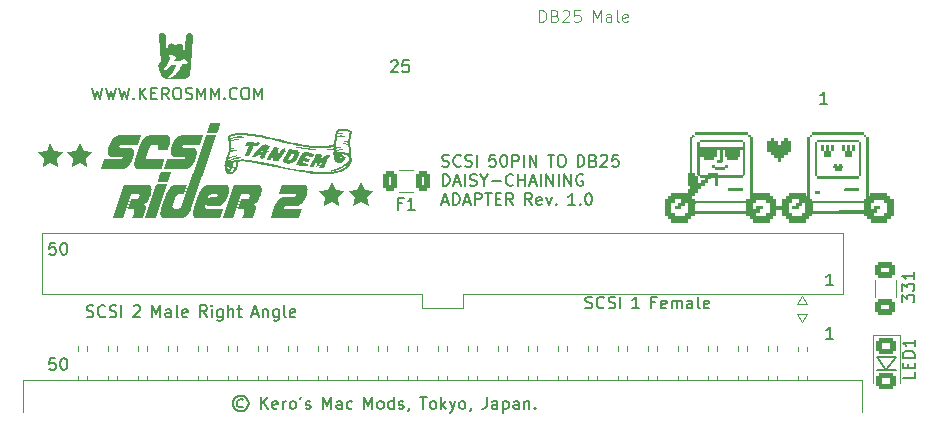
<source format=gto>
G04 #@! TF.GenerationSoftware,KiCad,Pcbnew,(7.0.0-0)*
G04 #@! TF.CreationDate,2023-03-19T23:12:45+09:00*
G04 #@! TF.ProjectId,SCSIRIDER2TANDEM1,53435349-5249-4444-9552-3254414e4445,rev?*
G04 #@! TF.SameCoordinates,Original*
G04 #@! TF.FileFunction,Legend,Top*
G04 #@! TF.FilePolarity,Positive*
%FSLAX46Y46*%
G04 Gerber Fmt 4.6, Leading zero omitted, Abs format (unit mm)*
G04 Created by KiCad (PCBNEW (7.0.0-0)) date 2023-03-19 23:12:45*
%MOMM*%
%LPD*%
G01*
G04 APERTURE LIST*
G04 Aperture macros list*
%AMRoundRect*
0 Rectangle with rounded corners*
0 $1 Rounding radius*
0 $2 $3 $4 $5 $6 $7 $8 $9 X,Y pos of 4 corners*
0 Add a 4 corners polygon primitive as box body*
4,1,4,$2,$3,$4,$5,$6,$7,$8,$9,$2,$3,0*
0 Add four circle primitives for the rounded corners*
1,1,$1+$1,$2,$3*
1,1,$1+$1,$4,$5*
1,1,$1+$1,$6,$7*
1,1,$1+$1,$8,$9*
0 Add four rect primitives between the rounded corners*
20,1,$1+$1,$2,$3,$4,$5,0*
20,1,$1+$1,$4,$5,$6,$7,0*
20,1,$1+$1,$6,$7,$8,$9,0*
20,1,$1+$1,$8,$9,$2,$3,0*%
G04 Aperture macros list end*
%ADD10C,0.000000*%
%ADD11C,0.100000*%
%ADD12C,0.150000*%
%ADD13C,0.120000*%
%ADD14C,0.200000*%
%ADD15RoundRect,0.250001X-0.624999X0.462499X-0.624999X-0.462499X0.624999X-0.462499X0.624999X0.462499X0*%
%ADD16RoundRect,0.250000X-0.375000X-0.625000X0.375000X-0.625000X0.375000X0.625000X-0.375000X0.625000X0*%
%ADD17O,1.700000X1.700000*%
%ADD18O,1.500000X1.500000*%
%ADD19R,1.700000X1.700000*%
%ADD20C,4.000000*%
%ADD21R,1.600000X1.600000*%
%ADD22C,1.600000*%
%ADD23C,2.800000*%
%ADD24RoundRect,0.250000X-0.625000X0.400000X-0.625000X-0.400000X0.625000X-0.400000X0.625000X0.400000X0*%
G04 APERTURE END LIST*
D10*
G36*
X123988019Y-118241987D02*
G01*
X124009060Y-118242890D01*
X124029466Y-118244396D01*
X124049235Y-118246504D01*
X124068368Y-118249213D01*
X124086866Y-118252524D01*
X124104728Y-118256437D01*
X124121954Y-118260950D01*
X124138544Y-118266065D01*
X124154498Y-118271780D01*
X124169816Y-118278097D01*
X124184498Y-118285013D01*
X124198545Y-118292530D01*
X124211956Y-118300647D01*
X124224730Y-118309365D01*
X124236869Y-118318681D01*
X124248396Y-118328471D01*
X124259432Y-118338605D01*
X124269976Y-118349084D01*
X124280027Y-118359907D01*
X124289584Y-118371075D01*
X124298648Y-118382588D01*
X124307216Y-118394444D01*
X124315288Y-118406644D01*
X124322864Y-118419188D01*
X124329942Y-118432076D01*
X124336523Y-118445307D01*
X124342604Y-118458880D01*
X124348186Y-118472797D01*
X124353268Y-118487057D01*
X124357848Y-118501659D01*
X124361927Y-118516603D01*
X124365593Y-118531855D01*
X124368842Y-118547380D01*
X124371674Y-118563178D01*
X124374089Y-118579249D01*
X124376088Y-118595595D01*
X124377671Y-118612215D01*
X124378839Y-118629110D01*
X124379592Y-118646279D01*
X124379929Y-118663725D01*
X124379853Y-118681446D01*
X124379362Y-118699444D01*
X124378458Y-118717718D01*
X124377140Y-118736269D01*
X124375410Y-118755098D01*
X124373267Y-118774204D01*
X124370712Y-118793588D01*
X124364790Y-118832625D01*
X124357881Y-118871734D01*
X124349991Y-118910915D01*
X124341126Y-118950169D01*
X124331292Y-118989496D01*
X124320496Y-119028895D01*
X124308742Y-119068367D01*
X124296039Y-119107912D01*
X124190620Y-119415643D01*
X124183774Y-119434251D01*
X124176412Y-119452723D01*
X124168535Y-119471059D01*
X124160142Y-119489258D01*
X124151233Y-119507321D01*
X124141808Y-119525248D01*
X124131865Y-119543039D01*
X124121405Y-119560693D01*
X124110427Y-119578212D01*
X124098932Y-119595594D01*
X124086917Y-119612839D01*
X124074384Y-119629949D01*
X124061331Y-119646922D01*
X124047759Y-119663758D01*
X124033667Y-119680459D01*
X124019054Y-119697023D01*
X124004038Y-119713381D01*
X123988641Y-119729464D01*
X123972864Y-119745270D01*
X123956706Y-119760800D01*
X123940169Y-119776054D01*
X123923251Y-119791032D01*
X123905955Y-119805733D01*
X123888279Y-119820157D01*
X123870226Y-119834304D01*
X123851794Y-119848174D01*
X123832984Y-119861767D01*
X123813797Y-119875081D01*
X123794233Y-119888119D01*
X123774293Y-119900878D01*
X123753976Y-119913359D01*
X123733284Y-119925562D01*
X123733284Y-119934347D01*
X123742065Y-119934347D01*
X123745396Y-119936650D01*
X123748798Y-119939102D01*
X123752272Y-119941703D01*
X123755816Y-119944454D01*
X123763113Y-119950410D01*
X123770682Y-119956972D01*
X123778517Y-119964145D01*
X123786613Y-119971935D01*
X123794963Y-119980346D01*
X123803562Y-119989381D01*
X123807928Y-119994099D01*
X123812209Y-119998901D01*
X123816405Y-120003789D01*
X123820514Y-120008762D01*
X123824538Y-120013820D01*
X123828474Y-120018965D01*
X123832324Y-120024195D01*
X123836086Y-120029512D01*
X123839760Y-120034914D01*
X123843346Y-120040404D01*
X123846844Y-120045980D01*
X123850253Y-120051642D01*
X123853572Y-120057392D01*
X123856802Y-120063230D01*
X123859942Y-120069154D01*
X123862991Y-120075166D01*
X123868877Y-120087337D01*
X123874331Y-120099725D01*
X123879355Y-120112329D01*
X123883951Y-120125146D01*
X123888124Y-120138175D01*
X123891876Y-120151414D01*
X123895209Y-120164862D01*
X123898128Y-120178518D01*
X123899419Y-120185365D01*
X123900480Y-120192197D01*
X123901312Y-120199014D01*
X123901916Y-120205815D01*
X123902294Y-120212600D01*
X123902444Y-120219369D01*
X123902370Y-120226122D01*
X123902070Y-120232858D01*
X123901546Y-120239578D01*
X123900799Y-120246281D01*
X123899830Y-120252967D01*
X123898638Y-120259635D01*
X123897226Y-120266287D01*
X123895593Y-120272920D01*
X123893741Y-120279536D01*
X123891670Y-120286134D01*
X123632255Y-121037897D01*
X123628858Y-121046955D01*
X123625254Y-121055429D01*
X123621445Y-121063318D01*
X123617430Y-121070623D01*
X123613209Y-121077344D01*
X123608782Y-121083480D01*
X123604149Y-121089032D01*
X123599310Y-121093999D01*
X123594266Y-121098382D01*
X123589015Y-121102180D01*
X123586313Y-121103860D01*
X123583559Y-121105394D01*
X123580753Y-121106782D01*
X123577896Y-121108024D01*
X123574988Y-121109120D01*
X123572028Y-121110069D01*
X123569017Y-121110873D01*
X123565954Y-121111530D01*
X123562840Y-121112042D01*
X123559674Y-121112407D01*
X123553188Y-121112699D01*
X122774944Y-121112699D01*
X122771727Y-121112626D01*
X122768664Y-121112407D01*
X122765755Y-121112042D01*
X122763001Y-121111530D01*
X122760402Y-121110873D01*
X122757957Y-121110069D01*
X122755666Y-121109120D01*
X122753530Y-121108024D01*
X122751548Y-121106782D01*
X122749721Y-121105394D01*
X122748048Y-121103860D01*
X122746529Y-121102180D01*
X122745165Y-121100354D01*
X122743955Y-121098382D01*
X122742900Y-121096264D01*
X122741999Y-121093999D01*
X122741253Y-121091588D01*
X122740661Y-121089032D01*
X122740223Y-121086329D01*
X122739940Y-121083480D01*
X122739811Y-121080485D01*
X122739837Y-121077344D01*
X122740017Y-121074057D01*
X122740352Y-121070623D01*
X122740841Y-121067044D01*
X122741484Y-121063318D01*
X122742282Y-121059447D01*
X122743235Y-121055429D01*
X122744341Y-121051265D01*
X122745603Y-121046955D01*
X122747018Y-121042499D01*
X122748588Y-121037897D01*
X122862793Y-120703809D01*
X122880944Y-120644477D01*
X122900257Y-120580690D01*
X122904849Y-120564418D01*
X122908744Y-120548549D01*
X122911949Y-120533086D01*
X122914469Y-120518031D01*
X122916311Y-120503389D01*
X122917481Y-120489161D01*
X122917984Y-120475351D01*
X122917827Y-120461961D01*
X122917428Y-120455434D01*
X122916809Y-120449027D01*
X122915971Y-120442740D01*
X122914913Y-120436573D01*
X122913634Y-120430526D01*
X122912133Y-120424597D01*
X122910409Y-120418788D01*
X122908462Y-120413097D01*
X122906290Y-120407524D01*
X122903894Y-120402069D01*
X122901273Y-120396731D01*
X122898425Y-120391509D01*
X122895349Y-120386405D01*
X122892046Y-120381416D01*
X122888515Y-120376543D01*
X122884754Y-120371786D01*
X122880736Y-120367262D01*
X122876337Y-120362994D01*
X122871557Y-120358980D01*
X122866396Y-120355222D01*
X122860856Y-120351719D01*
X122854936Y-120348473D01*
X122848637Y-120345483D01*
X122841960Y-120342751D01*
X122834903Y-120340275D01*
X122827469Y-120338058D01*
X122819657Y-120336098D01*
X122811467Y-120334397D01*
X122802901Y-120332955D01*
X122793958Y-120331773D01*
X122784639Y-120330849D01*
X122774944Y-120330186D01*
X122418891Y-120330186D01*
X122410401Y-120329981D01*
X122402565Y-120329363D01*
X122395383Y-120328333D01*
X122392037Y-120327663D01*
X122388855Y-120326891D01*
X122385836Y-120326015D01*
X122382981Y-120325036D01*
X122380289Y-120323954D01*
X122377761Y-120322768D01*
X122375396Y-120321480D01*
X122373195Y-120320088D01*
X122371157Y-120318593D01*
X122369282Y-120316994D01*
X122367571Y-120315293D01*
X122366024Y-120313487D01*
X122364640Y-120311579D01*
X122363420Y-120309567D01*
X122362363Y-120307452D01*
X122361470Y-120305233D01*
X122360740Y-120302911D01*
X122360174Y-120300485D01*
X122359771Y-120297955D01*
X122359532Y-120295323D01*
X122359456Y-120292586D01*
X122359544Y-120289746D01*
X122359795Y-120286802D01*
X122360210Y-120283755D01*
X122360788Y-120280604D01*
X122361530Y-120277349D01*
X122612163Y-119551942D01*
X122613332Y-119548699D01*
X122614612Y-119545559D01*
X122616003Y-119542522D01*
X122617504Y-119539588D01*
X122619116Y-119536757D01*
X122620839Y-119534029D01*
X122622672Y-119531403D01*
X122624617Y-119528881D01*
X122626672Y-119526462D01*
X122628838Y-119524145D01*
X122631116Y-119521932D01*
X122633504Y-119519821D01*
X122636003Y-119517814D01*
X122638614Y-119515909D01*
X122641336Y-119514108D01*
X122644169Y-119512409D01*
X122647113Y-119510813D01*
X122650169Y-119509320D01*
X122653336Y-119507930D01*
X122656614Y-119506644D01*
X122660004Y-119505460D01*
X122663505Y-119504379D01*
X122667118Y-119503401D01*
X122670843Y-119502525D01*
X122674679Y-119501753D01*
X122678627Y-119501084D01*
X122682686Y-119500518D01*
X122686858Y-119500055D01*
X122691141Y-119499694D01*
X122695536Y-119499437D01*
X122700043Y-119499282D01*
X122704662Y-119499231D01*
X123122207Y-119499231D01*
X123134619Y-119497938D01*
X123146565Y-119496287D01*
X123158045Y-119494278D01*
X123169061Y-119491911D01*
X123179611Y-119489185D01*
X123189697Y-119486100D01*
X123199318Y-119482656D01*
X123208477Y-119478851D01*
X123217171Y-119474686D01*
X123225403Y-119470160D01*
X123233173Y-119465274D01*
X123240480Y-119460026D01*
X123247325Y-119454416D01*
X123253709Y-119448444D01*
X123259632Y-119442109D01*
X123265094Y-119435411D01*
X123270299Y-119428370D01*
X123275450Y-119421004D01*
X123280547Y-119413314D01*
X123285591Y-119405300D01*
X123290582Y-119396960D01*
X123295520Y-119388296D01*
X123300406Y-119379307D01*
X123305240Y-119369992D01*
X123310023Y-119360352D01*
X123314754Y-119350386D01*
X123319435Y-119340094D01*
X123324065Y-119329476D01*
X123333176Y-119307261D01*
X123342090Y-119283739D01*
X123346317Y-119272336D01*
X123350181Y-119261188D01*
X123353682Y-119250295D01*
X123356819Y-119239657D01*
X123359592Y-119229276D01*
X123362003Y-119219150D01*
X123364050Y-119209281D01*
X123365733Y-119199669D01*
X123367053Y-119190314D01*
X123368010Y-119181217D01*
X123368603Y-119172379D01*
X123368833Y-119163798D01*
X123368700Y-119155477D01*
X123368203Y-119147415D01*
X123367343Y-119139613D01*
X123366119Y-119132070D01*
X123365352Y-119128422D01*
X123364409Y-119124888D01*
X123363288Y-119121470D01*
X123361991Y-119118167D01*
X123360516Y-119114979D01*
X123358865Y-119111906D01*
X123357038Y-119108949D01*
X123355034Y-119106107D01*
X123352854Y-119103380D01*
X123350497Y-119100769D01*
X123347964Y-119098274D01*
X123345255Y-119095894D01*
X123342371Y-119093630D01*
X123339310Y-119091481D01*
X123336073Y-119089448D01*
X123332661Y-119087531D01*
X123329073Y-119085730D01*
X123325309Y-119084044D01*
X123321370Y-119082475D01*
X123317256Y-119081021D01*
X123312966Y-119079684D01*
X123308502Y-119078462D01*
X123303862Y-119077357D01*
X123299047Y-119076368D01*
X123294057Y-119075495D01*
X123288893Y-119074738D01*
X123283554Y-119074097D01*
X123278040Y-119073573D01*
X123272352Y-119073165D01*
X123266490Y-119072874D01*
X123260453Y-119072699D01*
X123254242Y-119072641D01*
X122695877Y-119072641D01*
X122692080Y-119072685D01*
X122688441Y-119072816D01*
X122684959Y-119073035D01*
X122681635Y-119073341D01*
X122678467Y-119073735D01*
X122675458Y-119074215D01*
X122672605Y-119074781D01*
X122669910Y-119075435D01*
X122667373Y-119076174D01*
X122664993Y-119077000D01*
X122662770Y-119077912D01*
X122660705Y-119078909D01*
X122658797Y-119079992D01*
X122657047Y-119081161D01*
X122655454Y-119082415D01*
X122654018Y-119083753D01*
X122652668Y-119085155D01*
X122651330Y-119086647D01*
X122650006Y-119088228D01*
X122648694Y-119089899D01*
X122647396Y-119091658D01*
X122646112Y-119093506D01*
X122644843Y-119095441D01*
X122643588Y-119097463D01*
X122642348Y-119099571D01*
X122641124Y-119101765D01*
X122639915Y-119104044D01*
X122638723Y-119106408D01*
X122637547Y-119108855D01*
X122636389Y-119111387D01*
X122635248Y-119114001D01*
X122634124Y-119116697D01*
X121974731Y-121037897D01*
X121971349Y-121046955D01*
X121967793Y-121055429D01*
X121964062Y-121063318D01*
X121960158Y-121070623D01*
X121956081Y-121077344D01*
X121951833Y-121083480D01*
X121947413Y-121089032D01*
X121942822Y-121093999D01*
X121938063Y-121098382D01*
X121933134Y-121102180D01*
X121928038Y-121105394D01*
X121922774Y-121108024D01*
X121920080Y-121109120D01*
X121917344Y-121110069D01*
X121914566Y-121110873D01*
X121911748Y-121111530D01*
X121908888Y-121112042D01*
X121905987Y-121112407D01*
X121900062Y-121112699D01*
X121121814Y-121112699D01*
X121118597Y-121112626D01*
X121115534Y-121112407D01*
X121112626Y-121112042D01*
X121109872Y-121111530D01*
X121107272Y-121110873D01*
X121104827Y-121110069D01*
X121102537Y-121109120D01*
X121100400Y-121108024D01*
X121098418Y-121106782D01*
X121096591Y-121105394D01*
X121094918Y-121103860D01*
X121093400Y-121102180D01*
X121092035Y-121100354D01*
X121090826Y-121098382D01*
X121089770Y-121096264D01*
X121088870Y-121093999D01*
X121088123Y-121091588D01*
X121087531Y-121089032D01*
X121087094Y-121086329D01*
X121086811Y-121083480D01*
X121086682Y-121080485D01*
X121086708Y-121077344D01*
X121086888Y-121074057D01*
X121087222Y-121070623D01*
X121087711Y-121067044D01*
X121088355Y-121063318D01*
X121089153Y-121059447D01*
X121090105Y-121055429D01*
X121091212Y-121051265D01*
X121092473Y-121046955D01*
X121093889Y-121042499D01*
X121095459Y-121037897D01*
X122031837Y-118316488D01*
X122035234Y-118307451D01*
X122038837Y-118298993D01*
X122042645Y-118291114D01*
X122046660Y-118283816D01*
X122050881Y-118277098D01*
X122055307Y-118270962D01*
X122059940Y-118265407D01*
X122064778Y-118260434D01*
X122069823Y-118256045D01*
X122075073Y-118252238D01*
X122077776Y-118250554D01*
X122080530Y-118249016D01*
X122083335Y-118247624D01*
X122086192Y-118246379D01*
X122089100Y-118245279D01*
X122092060Y-118244326D01*
X122095072Y-118243520D01*
X122098134Y-118242860D01*
X122101249Y-118242346D01*
X122104414Y-118241979D01*
X122110900Y-118241685D01*
X123966342Y-118241685D01*
X123988019Y-118241987D01*
G37*
G36*
X115702443Y-108515155D02*
G01*
X116075429Y-108515155D01*
X116075571Y-108519198D01*
X116075936Y-108523306D01*
X116076535Y-108527479D01*
X116077334Y-108531509D01*
X116078340Y-108535459D01*
X116079549Y-108539323D01*
X116080957Y-108543096D01*
X116082558Y-108546772D01*
X116084351Y-108550345D01*
X116086330Y-108553810D01*
X116088491Y-108557162D01*
X116090831Y-108560394D01*
X116093344Y-108563502D01*
X116096028Y-108566478D01*
X116098879Y-108569319D01*
X116101891Y-108572017D01*
X116105061Y-108574569D01*
X116108385Y-108576967D01*
X116111859Y-108579206D01*
X116127732Y-108592037D01*
X116155251Y-108592037D01*
X116161226Y-108591846D01*
X116167494Y-108591228D01*
X116174137Y-108590116D01*
X116181236Y-108588442D01*
X116188870Y-108586140D01*
X116197120Y-108583142D01*
X116206066Y-108579381D01*
X116215790Y-108574789D01*
X116226371Y-108569300D01*
X116237889Y-108562846D01*
X116250426Y-108555360D01*
X116264061Y-108546775D01*
X116278876Y-108537023D01*
X116294949Y-108526037D01*
X116331197Y-108500095D01*
X116375636Y-108467529D01*
X116413762Y-108439192D01*
X116445663Y-108414947D01*
X116459306Y-108404317D01*
X116471425Y-108394659D01*
X116510184Y-108360575D01*
X116548557Y-108324523D01*
X116586518Y-108286529D01*
X116624041Y-108246623D01*
X116661099Y-108204831D01*
X116697665Y-108161183D01*
X116733712Y-108115705D01*
X116769216Y-108068426D01*
X116843564Y-108118036D01*
X116850247Y-108122126D01*
X116857234Y-108125720D01*
X116864503Y-108128821D01*
X116872032Y-108131436D01*
X116879800Y-108133570D01*
X116887785Y-108135227D01*
X116895966Y-108136414D01*
X116904320Y-108137135D01*
X116912826Y-108137395D01*
X116921462Y-108137200D01*
X116930206Y-108136556D01*
X116939038Y-108135466D01*
X116947934Y-108133937D01*
X116956874Y-108131974D01*
X116965836Y-108129582D01*
X116974797Y-108126766D01*
X116997989Y-108120422D01*
X117021023Y-108114386D01*
X117043893Y-108108658D01*
X117066591Y-108103235D01*
X117089109Y-108098116D01*
X117111440Y-108093299D01*
X117133575Y-108088783D01*
X117155507Y-108084566D01*
X117134479Y-108146258D01*
X117108328Y-108217352D01*
X117077093Y-108297724D01*
X117040811Y-108387249D01*
X117021015Y-108433648D01*
X117000428Y-108478879D01*
X116979054Y-108522936D01*
X116956897Y-108565811D01*
X116933963Y-108607496D01*
X116910256Y-108647983D01*
X116885782Y-108687266D01*
X116860545Y-108725336D01*
X116834549Y-108762186D01*
X116807801Y-108797808D01*
X116780304Y-108832195D01*
X116752064Y-108865339D01*
X116723085Y-108897233D01*
X116693372Y-108927870D01*
X116662930Y-108957240D01*
X116631764Y-108985338D01*
X116613904Y-109001073D01*
X116596466Y-109016115D01*
X116579487Y-109030440D01*
X116563004Y-109044026D01*
X116547055Y-109056849D01*
X116531676Y-109068886D01*
X116516904Y-109080114D01*
X116502778Y-109090509D01*
X116482780Y-109103953D01*
X116473366Y-109110521D01*
X116464433Y-109117048D01*
X116456054Y-109123580D01*
X116448297Y-109130165D01*
X116441233Y-109136847D01*
X116437982Y-109140239D01*
X116434931Y-109143674D01*
X116432088Y-109147156D01*
X116429461Y-109150691D01*
X116427061Y-109154286D01*
X116424894Y-109157946D01*
X116422971Y-109161676D01*
X116421300Y-109165483D01*
X116419889Y-109169373D01*
X116418748Y-109173351D01*
X116417884Y-109177423D01*
X116417308Y-109181594D01*
X116417027Y-109185871D01*
X116417050Y-109190260D01*
X116417387Y-109194766D01*
X116418045Y-109199394D01*
X116419033Y-109204151D01*
X116420362Y-109209043D01*
X116437295Y-109257196D01*
X116486375Y-109257196D01*
X116489192Y-109257146D01*
X116492050Y-109256991D01*
X116494967Y-109256728D01*
X116497963Y-109256351D01*
X116501057Y-109255855D01*
X116504267Y-109255236D01*
X116507613Y-109254489D01*
X116511113Y-109253608D01*
X116518654Y-109251428D01*
X116527041Y-109248657D01*
X116536427Y-109245257D01*
X116546964Y-109241188D01*
X116674363Y-109190258D01*
X116695328Y-109181677D01*
X116716608Y-109172102D01*
X116738214Y-109161526D01*
X116760158Y-109149941D01*
X116782451Y-109137339D01*
X116805104Y-109123712D01*
X116828128Y-109109052D01*
X116851535Y-109093353D01*
X116875335Y-109076605D01*
X116899541Y-109058802D01*
X116924162Y-109039935D01*
X116949211Y-109019997D01*
X116974699Y-108998980D01*
X117000637Y-108976877D01*
X117053906Y-108929378D01*
X117100037Y-108883608D01*
X117146527Y-108833934D01*
X117193339Y-108780397D01*
X117240437Y-108723036D01*
X117287784Y-108661893D01*
X117335341Y-108597008D01*
X117383072Y-108528420D01*
X117430940Y-108456171D01*
X117442030Y-108437640D01*
X117453983Y-108416445D01*
X117466816Y-108392536D01*
X117480548Y-108365866D01*
X117495199Y-108336387D01*
X117510785Y-108304051D01*
X117544843Y-108230613D01*
X117555340Y-108224896D01*
X117565496Y-108219155D01*
X117575305Y-108213393D01*
X117584760Y-108207610D01*
X117593856Y-108201809D01*
X117602586Y-108195991D01*
X117610944Y-108190158D01*
X117618924Y-108184311D01*
X117635991Y-108165392D01*
X117638719Y-108160602D01*
X117641154Y-108155831D01*
X117643302Y-108151082D01*
X117645172Y-108146356D01*
X117646771Y-108141653D01*
X117648106Y-108136975D01*
X117649184Y-108132324D01*
X117650013Y-108127701D01*
X117650600Y-108123107D01*
X117650952Y-108118543D01*
X117651078Y-108114011D01*
X117650984Y-108109511D01*
X117650677Y-108105047D01*
X117650166Y-108100617D01*
X117649456Y-108096225D01*
X117648557Y-108091871D01*
X117647474Y-108087556D01*
X117646216Y-108083282D01*
X117643203Y-108074863D01*
X117639576Y-108066622D01*
X117635393Y-108058571D01*
X117630715Y-108050720D01*
X117625600Y-108043079D01*
X117620106Y-108035659D01*
X117614293Y-108028471D01*
X117644180Y-108027797D01*
X117673906Y-108027346D01*
X117703459Y-108027094D01*
X117732827Y-108027015D01*
X117751813Y-108027276D01*
X117772746Y-108028055D01*
X117795614Y-108029352D01*
X117820404Y-108031166D01*
X117847103Y-108033494D01*
X117875700Y-108036335D01*
X117938539Y-108043550D01*
X117947687Y-108044415D01*
X117956530Y-108044982D01*
X117965075Y-108045262D01*
X117973325Y-108045267D01*
X117981285Y-108045007D01*
X117988961Y-108044493D01*
X117996358Y-108043736D01*
X118003480Y-108042747D01*
X118010332Y-108041537D01*
X118016920Y-108040116D01*
X118023248Y-108038497D01*
X118029322Y-108036689D01*
X118035146Y-108034704D01*
X118040725Y-108032552D01*
X118046064Y-108030244D01*
X118051169Y-108027792D01*
X118056044Y-108025206D01*
X118060694Y-108022498D01*
X118065123Y-108019677D01*
X118069339Y-108016756D01*
X118073344Y-108013745D01*
X118077144Y-108010654D01*
X118080744Y-108007495D01*
X118084149Y-108004280D01*
X118087364Y-108001017D01*
X118090393Y-107997720D01*
X118095917Y-107991062D01*
X118100760Y-107984393D01*
X118104962Y-107977802D01*
X118108567Y-107971326D01*
X118112038Y-107964070D01*
X118115223Y-107956058D01*
X118117967Y-107947316D01*
X118120120Y-107937869D01*
X118121527Y-107927744D01*
X118122037Y-107916964D01*
X118121497Y-107905556D01*
X118119753Y-107893545D01*
X118118383Y-107887322D01*
X118116655Y-107880957D01*
X118114549Y-107874454D01*
X118112047Y-107867816D01*
X118109131Y-107861047D01*
X118105779Y-107854149D01*
X118101975Y-107847125D01*
X118097698Y-107839980D01*
X118092929Y-107832715D01*
X118087650Y-107825335D01*
X118081840Y-107817842D01*
X118075482Y-107810240D01*
X118068557Y-107802531D01*
X118061044Y-107794719D01*
X118050268Y-107784219D01*
X118038921Y-107773697D01*
X118014486Y-107752576D01*
X117987681Y-107731318D01*
X117958451Y-107709887D01*
X117926741Y-107688245D01*
X117892495Y-107666354D01*
X117855657Y-107644179D01*
X117816171Y-107621681D01*
X117775956Y-107599323D01*
X117635594Y-107719709D01*
X117562934Y-107731538D01*
X117482449Y-107743406D01*
X117394399Y-107755298D01*
X117299043Y-107767202D01*
X117228028Y-107775885D01*
X117161441Y-107784482D01*
X117099294Y-107793005D01*
X117041600Y-107801466D01*
X116999779Y-107807282D01*
X116965697Y-107811586D01*
X116938611Y-107814599D01*
X116917775Y-107816547D01*
X116937000Y-107778624D01*
X116955182Y-107742065D01*
X116972321Y-107706896D01*
X116988420Y-107673141D01*
X116999436Y-107668684D01*
X117009916Y-107664042D01*
X117019863Y-107659213D01*
X117029279Y-107654196D01*
X117038167Y-107648987D01*
X117046530Y-107643586D01*
X117054370Y-107637991D01*
X117061692Y-107632198D01*
X117068498Y-107626208D01*
X117074790Y-107620017D01*
X117080572Y-107613623D01*
X117085846Y-107607026D01*
X117090616Y-107600222D01*
X117094883Y-107593210D01*
X117098653Y-107585988D01*
X117101926Y-107578554D01*
X117103710Y-107573818D01*
X117105358Y-107568736D01*
X117106822Y-107563309D01*
X117108054Y-107557534D01*
X117109004Y-107551411D01*
X117109624Y-107544940D01*
X117109866Y-107538118D01*
X117109680Y-107530946D01*
X117109019Y-107523421D01*
X117107832Y-107515544D01*
X117106073Y-107507313D01*
X117103692Y-107498727D01*
X117100640Y-107489785D01*
X117096869Y-107480486D01*
X117092331Y-107470830D01*
X117086976Y-107460815D01*
X117080554Y-107452772D01*
X117071635Y-107442904D01*
X117059374Y-107430726D01*
X117042924Y-107415753D01*
X117021438Y-107397499D01*
X116994071Y-107375480D01*
X116959975Y-107349210D01*
X116918305Y-107318205D01*
X116902861Y-107307633D01*
X116888062Y-107297787D01*
X116873885Y-107288658D01*
X116860306Y-107280232D01*
X116847301Y-107272499D01*
X116834847Y-107265449D01*
X116822920Y-107259068D01*
X116811496Y-107253347D01*
X116800550Y-107248274D01*
X116790060Y-107243838D01*
X116780002Y-107240028D01*
X116770350Y-107236832D01*
X116761083Y-107234238D01*
X116752175Y-107232237D01*
X116743604Y-107230816D01*
X116735345Y-107229965D01*
X116728518Y-107228814D01*
X116721573Y-107227993D01*
X116714493Y-107227506D01*
X116707265Y-107227359D01*
X116699876Y-107227554D01*
X116692310Y-107228098D01*
X116684554Y-107228994D01*
X116676593Y-107230246D01*
X116668414Y-107231860D01*
X116660002Y-107233840D01*
X116651343Y-107236189D01*
X116642423Y-107238913D01*
X116633228Y-107242017D01*
X116623743Y-107245503D01*
X116613955Y-107249378D01*
X116603848Y-107253645D01*
X116597205Y-107257127D01*
X116590771Y-107260824D01*
X116584546Y-107264737D01*
X116578531Y-107268862D01*
X116572728Y-107273201D01*
X116567135Y-107277750D01*
X116561755Y-107282510D01*
X116556589Y-107287478D01*
X116551636Y-107292654D01*
X116546898Y-107298037D01*
X116542375Y-107303625D01*
X116538068Y-107309418D01*
X116533979Y-107315413D01*
X116530107Y-107321611D01*
X116526453Y-107328010D01*
X116523019Y-107334608D01*
X116494576Y-107391889D01*
X116637055Y-107467956D01*
X116616618Y-107537782D01*
X116596688Y-107602778D01*
X116577276Y-107662911D01*
X116558392Y-107718152D01*
X116540047Y-107768470D01*
X116522254Y-107813833D01*
X116505022Y-107854210D01*
X116488362Y-107889570D01*
X116467581Y-107932197D01*
X116446465Y-107973705D01*
X116425018Y-108014087D01*
X116403244Y-108053338D01*
X116381146Y-108091451D01*
X116358727Y-108128420D01*
X116335991Y-108164238D01*
X116312942Y-108198900D01*
X116289583Y-108232400D01*
X116265917Y-108264730D01*
X116241948Y-108295885D01*
X116217680Y-108325859D01*
X116193115Y-108354645D01*
X116168258Y-108382238D01*
X116143112Y-108408630D01*
X116117681Y-108433817D01*
X116111382Y-108440218D01*
X116103978Y-108448340D01*
X116100085Y-108453014D01*
X116096186Y-108458080D01*
X116092369Y-108463525D01*
X116088724Y-108469337D01*
X116085341Y-108475502D01*
X116082310Y-108482007D01*
X116079720Y-108488841D01*
X116078619Y-108492376D01*
X116077661Y-108495989D01*
X116076859Y-108499678D01*
X116076224Y-108503440D01*
X116075766Y-108507275D01*
X116075497Y-108511181D01*
X116075429Y-108515155D01*
X115702443Y-108515155D01*
X115699635Y-108507496D01*
X115699635Y-108506834D01*
X115693704Y-108491955D01*
X115688518Y-108478739D01*
X115684091Y-108467283D01*
X115680438Y-108457688D01*
X115675508Y-108444476D01*
X115673841Y-108439895D01*
X115668478Y-108420216D01*
X115656982Y-108367193D01*
X115651087Y-108330997D01*
X115646243Y-108289849D01*
X115643310Y-108244876D01*
X115643149Y-108197207D01*
X115646623Y-108147968D01*
X115649992Y-108123113D01*
X115654592Y-108098289D01*
X115660531Y-108073636D01*
X115667916Y-108049296D01*
X115676857Y-108025410D01*
X115687459Y-108002118D01*
X115699830Y-107979562D01*
X115714079Y-107957882D01*
X115730313Y-107937220D01*
X115748640Y-107917717D01*
X115769167Y-107899513D01*
X115792001Y-107882750D01*
X115817252Y-107867568D01*
X115845025Y-107854109D01*
X115662328Y-105764164D01*
X115659800Y-105720896D01*
X115660781Y-105680537D01*
X115665053Y-105643050D01*
X115672401Y-105608398D01*
X115682609Y-105576545D01*
X115695460Y-105547453D01*
X115710740Y-105521084D01*
X115728231Y-105497402D01*
X115747718Y-105476371D01*
X115768985Y-105457952D01*
X115791816Y-105442108D01*
X115815994Y-105428804D01*
X115841304Y-105418001D01*
X115867531Y-105409662D01*
X115894457Y-105403751D01*
X115921866Y-105400230D01*
X115949544Y-105399063D01*
X115977273Y-105400212D01*
X116004839Y-105403640D01*
X116032024Y-105409310D01*
X116058613Y-105417186D01*
X116084389Y-105427229D01*
X116109138Y-105439404D01*
X116132642Y-105453672D01*
X116154687Y-105469997D01*
X116175055Y-105488342D01*
X116193530Y-105508670D01*
X116209898Y-105530943D01*
X116223941Y-105555125D01*
X116235445Y-105581178D01*
X116244192Y-105609066D01*
X116249967Y-105638752D01*
X116273135Y-105845402D01*
X116305827Y-106186754D01*
X116399190Y-107204555D01*
X116443064Y-107192700D01*
X116466630Y-107186679D01*
X116478989Y-107183694D01*
X116491796Y-107180744D01*
X116485072Y-107042181D01*
X116476515Y-106895358D01*
X116466271Y-106739953D01*
X116454488Y-106575643D01*
X116453735Y-106541904D01*
X116456392Y-106510357D01*
X116462242Y-106480996D01*
X116471067Y-106453812D01*
X116482652Y-106428799D01*
X116496778Y-106405950D01*
X116513228Y-106385257D01*
X116531787Y-106366714D01*
X116552236Y-106350311D01*
X116574358Y-106336044D01*
X116597937Y-106323903D01*
X116622756Y-106313883D01*
X116648597Y-106305975D01*
X116675243Y-106300172D01*
X116702478Y-106296468D01*
X116730084Y-106294854D01*
X116757844Y-106295324D01*
X116785542Y-106297871D01*
X116812959Y-106302486D01*
X116839880Y-106309163D01*
X116866087Y-106317895D01*
X116891363Y-106328674D01*
X116915491Y-106341493D01*
X116938254Y-106356345D01*
X116959435Y-106373222D01*
X116978816Y-106392117D01*
X116996182Y-106413023D01*
X117011314Y-106435933D01*
X117023996Y-106460840D01*
X117034011Y-106487735D01*
X117041142Y-106516612D01*
X117045171Y-106547464D01*
X117081155Y-107136429D01*
X117149415Y-107137750D01*
X117153981Y-106865958D01*
X117155295Y-106718204D01*
X117155766Y-106562811D01*
X117157460Y-106529123D01*
X117162396Y-106497871D01*
X117170358Y-106469031D01*
X117181130Y-106442581D01*
X117194497Y-106418498D01*
X117210241Y-106396758D01*
X117228147Y-106377339D01*
X117247999Y-106360219D01*
X117269580Y-106345374D01*
X117292674Y-106332782D01*
X117317065Y-106322419D01*
X117342537Y-106314264D01*
X117368873Y-106308292D01*
X117395858Y-106304483D01*
X117423276Y-106302811D01*
X117450910Y-106303255D01*
X117478543Y-106305793D01*
X117505961Y-106310400D01*
X117532946Y-106317054D01*
X117559282Y-106325733D01*
X117584754Y-106336414D01*
X117609146Y-106349073D01*
X117632240Y-106363688D01*
X117653821Y-106380237D01*
X117673672Y-106398696D01*
X117691578Y-106419042D01*
X117707322Y-106441253D01*
X117720689Y-106465306D01*
X117731461Y-106491178D01*
X117739424Y-106518847D01*
X117744359Y-106548289D01*
X117746053Y-106579481D01*
X117743653Y-106823724D01*
X117738378Y-107183260D01*
X117766453Y-107186735D01*
X117785772Y-107189230D01*
X117836144Y-107196092D01*
X117967244Y-105744720D01*
X117972057Y-105701625D01*
X117979835Y-105661984D01*
X117990372Y-105625724D01*
X118003461Y-105592775D01*
X118018897Y-105563063D01*
X118036473Y-105536515D01*
X118055982Y-105513059D01*
X118077220Y-105492624D01*
X118099979Y-105475135D01*
X118124053Y-105460522D01*
X118149237Y-105448710D01*
X118175324Y-105439629D01*
X118202107Y-105433205D01*
X118229382Y-105429367D01*
X118256940Y-105428041D01*
X118284577Y-105429155D01*
X118312086Y-105432636D01*
X118339262Y-105438413D01*
X118365896Y-105446413D01*
X118391785Y-105456563D01*
X118416720Y-105468791D01*
X118440497Y-105483025D01*
X118462909Y-105499191D01*
X118483750Y-105517218D01*
X118502813Y-105537033D01*
X118519893Y-105558563D01*
X118534782Y-105581737D01*
X118547276Y-105606481D01*
X118557168Y-105632724D01*
X118564252Y-105660392D01*
X118568321Y-105689414D01*
X118569169Y-105719717D01*
X118560013Y-105937262D01*
X118544929Y-106218654D01*
X118525232Y-106538048D01*
X118502240Y-106869596D01*
X118378808Y-108239874D01*
X118380136Y-108239874D01*
X118332379Y-108873813D01*
X118325207Y-108909652D01*
X118316636Y-108943274D01*
X118306732Y-108974749D01*
X118295563Y-109004148D01*
X118283198Y-109031542D01*
X118269702Y-109057002D01*
X118255145Y-109080598D01*
X118239594Y-109102402D01*
X118223115Y-109122484D01*
X118205777Y-109140915D01*
X118187648Y-109157766D01*
X118168794Y-109173108D01*
X118149284Y-109187011D01*
X118129184Y-109199546D01*
X118108563Y-109210785D01*
X118087488Y-109220797D01*
X118066027Y-109229654D01*
X118044247Y-109237426D01*
X118000000Y-109250000D01*
X117955289Y-109259086D01*
X117910653Y-109265249D01*
X117866634Y-109269057D01*
X117823772Y-109271075D01*
X117743680Y-109272011D01*
X116329480Y-109278362D01*
X116308325Y-109277703D01*
X116284210Y-109275604D01*
X116257595Y-109271877D01*
X116228938Y-109266340D01*
X116198700Y-109258805D01*
X116167341Y-109249089D01*
X116135319Y-109237005D01*
X116103096Y-109222369D01*
X116087051Y-109214036D01*
X116071129Y-109204995D01*
X116055386Y-109195223D01*
X116039880Y-109184698D01*
X116024668Y-109173395D01*
X116009807Y-109161292D01*
X115995356Y-109148366D01*
X115981371Y-109134593D01*
X115967910Y-109119950D01*
X115955030Y-109104415D01*
X115942790Y-109087964D01*
X115931246Y-109070573D01*
X115920455Y-109052220D01*
X115910476Y-109032881D01*
X115901366Y-109012534D01*
X115893182Y-108991155D01*
X115736814Y-108601291D01*
X115725777Y-108575028D01*
X115715794Y-108550326D01*
X115707027Y-108527658D01*
X115702443Y-108515155D01*
G37*
G36*
X123839484Y-114696907D02*
G01*
X123841620Y-114698318D01*
X123843836Y-114699608D01*
X123846134Y-114700775D01*
X123848514Y-114701820D01*
X123850976Y-114702743D01*
X123853521Y-114703542D01*
X123856150Y-114704217D01*
X123858863Y-114704768D01*
X123861661Y-114705195D01*
X123864544Y-114705497D01*
X123867514Y-114705673D01*
X123870569Y-114705724D01*
X123873712Y-114705648D01*
X123876942Y-114705445D01*
X123880261Y-114705116D01*
X123883668Y-114704659D01*
X123890599Y-114703575D01*
X123897684Y-114702310D01*
X123904925Y-114700862D01*
X123912324Y-114699233D01*
X123919884Y-114697423D01*
X123927606Y-114695430D01*
X123935494Y-114693256D01*
X123943549Y-114690901D01*
X123959731Y-114686054D01*
X123976016Y-114681340D01*
X123992410Y-114676748D01*
X124008920Y-114672264D01*
X124017070Y-114670236D01*
X124024952Y-114668536D01*
X124032563Y-114667168D01*
X124039901Y-114666132D01*
X124046963Y-114665430D01*
X124053747Y-114665065D01*
X124057035Y-114665009D01*
X124060252Y-114665039D01*
X124063398Y-114665153D01*
X124066474Y-114665352D01*
X124085723Y-114666775D01*
X124095444Y-114670149D01*
X124111367Y-114675753D01*
X124115825Y-114677402D01*
X124119848Y-114678958D01*
X124123440Y-114680421D01*
X124126603Y-114681792D01*
X124129340Y-114683073D01*
X124131651Y-114684264D01*
X124133540Y-114685366D01*
X124134327Y-114685883D01*
X124135009Y-114686379D01*
X124134275Y-114687028D01*
X124133477Y-114687776D01*
X124132616Y-114688623D01*
X124131692Y-114689568D01*
X124129656Y-114691755D01*
X124127371Y-114694336D01*
X124124837Y-114697308D01*
X124122056Y-114700672D01*
X124119030Y-114704425D01*
X124115760Y-114708567D01*
X124112490Y-114712708D01*
X124109463Y-114716458D01*
X124106680Y-114719819D01*
X124104141Y-114722790D01*
X124101847Y-114725372D01*
X124099800Y-114727565D01*
X124097999Y-114729370D01*
X124096446Y-114730787D01*
X124096220Y-114731221D01*
X124096001Y-114731696D01*
X124095791Y-114732214D01*
X124095589Y-114732774D01*
X124095395Y-114733377D01*
X124095211Y-114734022D01*
X124095036Y-114734710D01*
X124094871Y-114735439D01*
X124094715Y-114736212D01*
X124094570Y-114737026D01*
X124094435Y-114737883D01*
X124094311Y-114738783D01*
X124094198Y-114739724D01*
X124094096Y-114740708D01*
X124094005Y-114741735D01*
X124093926Y-114742804D01*
X124093757Y-114744513D01*
X124093541Y-114746103D01*
X124093280Y-114747575D01*
X124093132Y-114748266D01*
X124092974Y-114748928D01*
X124092805Y-114749559D01*
X124092626Y-114750161D01*
X124092436Y-114750732D01*
X124092237Y-114751274D01*
X124092028Y-114751785D01*
X124091808Y-114752266D01*
X124091580Y-114752717D01*
X124091342Y-114753138D01*
X124091843Y-114753164D01*
X124092523Y-114753168D01*
X124094413Y-114753113D01*
X124097009Y-114752973D01*
X124100306Y-114752747D01*
X124104299Y-114752434D01*
X124108983Y-114752035D01*
X124120410Y-114750975D01*
X124126842Y-114750447D01*
X124133346Y-114750026D01*
X124139926Y-114749714D01*
X124146580Y-114749513D01*
X124153309Y-114749424D01*
X124160116Y-114749448D01*
X124166999Y-114749588D01*
X124173961Y-114749844D01*
X124180810Y-114750289D01*
X124187402Y-114750924D01*
X124193735Y-114751749D01*
X124199807Y-114752767D01*
X124205616Y-114753978D01*
X124211159Y-114755385D01*
X124216434Y-114756989D01*
X124218970Y-114757865D01*
X124221438Y-114758791D01*
X124222640Y-114759279D01*
X124223787Y-114759792D01*
X124224878Y-114760331D01*
X124225914Y-114760895D01*
X124226894Y-114761484D01*
X124227820Y-114762099D01*
X124228690Y-114762738D01*
X124229505Y-114763403D01*
X124230264Y-114764093D01*
X124230969Y-114764808D01*
X124231618Y-114765549D01*
X124232212Y-114766314D01*
X124232750Y-114767105D01*
X124233234Y-114767920D01*
X124233662Y-114768761D01*
X124234034Y-114769627D01*
X124234352Y-114770517D01*
X124234614Y-114771433D01*
X124234821Y-114772373D01*
X124234973Y-114773339D01*
X124235069Y-114774329D01*
X124235111Y-114775344D01*
X124235097Y-114776384D01*
X124235027Y-114777449D01*
X124234903Y-114778538D01*
X124234723Y-114779653D01*
X124234488Y-114780792D01*
X124234198Y-114781956D01*
X124233852Y-114783144D01*
X124233451Y-114784358D01*
X124232995Y-114785595D01*
X124232484Y-114786858D01*
X124231960Y-114787734D01*
X124231405Y-114788691D01*
X124230199Y-114790846D01*
X124228860Y-114793316D01*
X124227382Y-114796095D01*
X124226673Y-114797528D01*
X124226050Y-114798826D01*
X124225514Y-114799987D01*
X124225064Y-114801012D01*
X124224702Y-114801900D01*
X124224429Y-114802653D01*
X124224245Y-114803269D01*
X124224186Y-114803526D01*
X124224151Y-114803749D01*
X124221708Y-114805887D01*
X124218079Y-114809009D01*
X124207357Y-114818218D01*
X124204214Y-114820915D01*
X124201423Y-114823361D01*
X124198985Y-114825558D01*
X124196900Y-114827507D01*
X124195170Y-114829210D01*
X124193794Y-114830667D01*
X124193240Y-114831304D01*
X124192774Y-114831880D01*
X124192398Y-114832395D01*
X124192111Y-114832850D01*
X124191961Y-114833167D01*
X124191789Y-114833490D01*
X124191595Y-114833819D01*
X124191378Y-114834153D01*
X124190880Y-114834837D01*
X124190292Y-114835543D01*
X124189616Y-114836271D01*
X124188850Y-114837020D01*
X124187994Y-114837791D01*
X124187049Y-114838582D01*
X124186014Y-114839395D01*
X124184888Y-114840229D01*
X124183672Y-114841084D01*
X124182365Y-114841960D01*
X124180966Y-114842857D01*
X124179476Y-114843774D01*
X124177895Y-114844712D01*
X124176221Y-114845671D01*
X124169222Y-114849602D01*
X124161994Y-114853742D01*
X124154547Y-114858093D01*
X124146895Y-114862660D01*
X124142983Y-114865035D01*
X124139096Y-114867462D01*
X124135234Y-114869940D01*
X124131400Y-114872470D01*
X124127592Y-114875051D01*
X124123813Y-114877684D01*
X124120062Y-114880369D01*
X124116342Y-114883105D01*
X124114518Y-114884496D01*
X124112777Y-114885896D01*
X124111120Y-114887304D01*
X124109545Y-114888721D01*
X124108052Y-114890144D01*
X124106642Y-114891575D01*
X124105314Y-114893013D01*
X124104068Y-114894458D01*
X124102904Y-114895908D01*
X124101822Y-114897364D01*
X124100820Y-114898825D01*
X124099900Y-114900291D01*
X124099061Y-114901762D01*
X124098303Y-114903236D01*
X124097625Y-114904715D01*
X124097028Y-114906197D01*
X124096520Y-114907675D01*
X124096110Y-114909118D01*
X124095799Y-114910526D01*
X124095587Y-114911898D01*
X124095474Y-114913237D01*
X124095459Y-114914540D01*
X124095544Y-114915810D01*
X124095727Y-114917046D01*
X124096010Y-114918248D01*
X124096392Y-114919416D01*
X124096873Y-114920552D01*
X124097454Y-114921654D01*
X124098134Y-114922723D01*
X124098914Y-114923760D01*
X124099794Y-114924765D01*
X124100774Y-114925738D01*
X124102873Y-114927628D01*
X124105053Y-114929472D01*
X124107316Y-114931269D01*
X124109664Y-114933016D01*
X124112100Y-114934714D01*
X124114627Y-114936361D01*
X124117245Y-114937956D01*
X124119958Y-114939497D01*
X124122681Y-114941005D01*
X124125375Y-114942452D01*
X124128044Y-114943840D01*
X124130689Y-114945169D01*
X124133314Y-114946438D01*
X124135919Y-114947649D01*
X124138508Y-114948801D01*
X124141082Y-114949896D01*
X124142294Y-114950443D01*
X124143410Y-114950994D01*
X124144431Y-114951549D01*
X124145357Y-114952110D01*
X124146187Y-114952675D01*
X124146922Y-114953245D01*
X124147562Y-114953820D01*
X124148106Y-114954402D01*
X124148342Y-114954695D01*
X124148555Y-114954989D01*
X124148743Y-114955286D01*
X124148908Y-114955583D01*
X124149049Y-114955883D01*
X124149166Y-114956184D01*
X124149259Y-114956487D01*
X124149329Y-114956791D01*
X124149374Y-114957098D01*
X124149396Y-114957406D01*
X124149394Y-114957716D01*
X124149368Y-114958028D01*
X124149318Y-114958342D01*
X124149245Y-114958658D01*
X124149147Y-114958976D01*
X124149026Y-114959295D01*
X124080621Y-115006676D01*
X123754478Y-114981581D01*
X123672763Y-114994532D01*
X123672644Y-114994543D01*
X123672518Y-114994590D01*
X123672384Y-114994673D01*
X123672243Y-114994790D01*
X123672094Y-114994943D01*
X123671937Y-114995132D01*
X123671773Y-114995355D01*
X123671602Y-114995614D01*
X123671236Y-114996238D01*
X123670841Y-114997002D01*
X123670416Y-114997907D01*
X123669962Y-114998953D01*
X123669478Y-115000139D01*
X123668964Y-115001465D01*
X123668421Y-115002931D01*
X123667849Y-115004538D01*
X123667248Y-115006284D01*
X123666618Y-115008170D01*
X123665959Y-115010195D01*
X123665271Y-115012360D01*
X123662289Y-115021797D01*
X123659151Y-115032094D01*
X123655842Y-115043263D01*
X123652352Y-115055317D01*
X123638011Y-115104990D01*
X123636225Y-115111055D01*
X123634454Y-115116823D01*
X123632702Y-115122293D01*
X123630971Y-115127465D01*
X123629263Y-115132339D01*
X123627583Y-115136915D01*
X123625933Y-115141191D01*
X123624316Y-115145169D01*
X123618276Y-115158683D01*
X123610631Y-115175456D01*
X123590598Y-115218872D01*
X123538146Y-115331494D01*
X123507722Y-115395545D01*
X123475360Y-115462527D01*
X123443006Y-115529544D01*
X123412637Y-115593655D01*
X123385071Y-115652905D01*
X123361091Y-115705469D01*
X123328212Y-115778334D01*
X123321249Y-115783155D01*
X123314265Y-115787712D01*
X123307260Y-115792004D01*
X123300233Y-115796032D01*
X123293186Y-115799797D01*
X123286117Y-115803297D01*
X123279027Y-115806535D01*
X123271916Y-115809509D01*
X123264784Y-115812221D01*
X123257631Y-115814671D01*
X123250456Y-115816858D01*
X123243260Y-115818784D01*
X123236043Y-115820448D01*
X123228805Y-115821851D01*
X123221546Y-115822992D01*
X123214265Y-115823874D01*
X123199640Y-115825230D01*
X123184930Y-115826248D01*
X123170136Y-115826926D01*
X123155256Y-115827265D01*
X123140292Y-115827265D01*
X123125243Y-115826926D01*
X123110110Y-115826248D01*
X123094892Y-115825230D01*
X123091730Y-115825037D01*
X123085727Y-115824746D01*
X123065179Y-115823874D01*
X123058567Y-115823504D01*
X123051814Y-115823024D01*
X123044924Y-115822432D01*
X123037903Y-115821726D01*
X123030755Y-115820905D01*
X123023484Y-115819968D01*
X123016095Y-115818913D01*
X123008592Y-115817738D01*
X123001161Y-115816440D01*
X122993985Y-115815018D01*
X122987064Y-115813476D01*
X122980396Y-115811819D01*
X122973983Y-115810050D01*
X122967825Y-115808172D01*
X122961920Y-115806190D01*
X122956270Y-115804108D01*
X122953598Y-115802991D01*
X122951153Y-115801822D01*
X122948933Y-115800601D01*
X122947909Y-115799970D01*
X122946940Y-115799327D01*
X122946028Y-115798671D01*
X122945173Y-115798001D01*
X122944373Y-115797319D01*
X122943630Y-115796624D01*
X122942943Y-115795916D01*
X122942313Y-115795196D01*
X122941738Y-115794462D01*
X122941220Y-115793716D01*
X122940757Y-115792957D01*
X122940350Y-115792186D01*
X122940000Y-115791402D01*
X122939705Y-115790605D01*
X122939466Y-115789796D01*
X122939283Y-115788974D01*
X122939156Y-115788140D01*
X122939084Y-115787294D01*
X122939068Y-115786435D01*
X122939107Y-115785563D01*
X122939202Y-115784680D01*
X122939353Y-115783784D01*
X122939559Y-115782875D01*
X122939820Y-115781955D01*
X122940137Y-115781022D01*
X122940509Y-115780077D01*
X123298240Y-114962170D01*
X122994769Y-114938753D01*
X123005937Y-114911983D01*
X123017837Y-114884247D01*
X123030477Y-114855560D01*
X123043862Y-114825937D01*
X123050850Y-114811078D01*
X123058150Y-114796538D01*
X123065758Y-114782316D01*
X123073672Y-114768415D01*
X123081890Y-114754835D01*
X123090407Y-114741577D01*
X123099221Y-114728641D01*
X123108329Y-114716028D01*
X123113025Y-114709882D01*
X123117812Y-114703880D01*
X123122690Y-114698023D01*
X123127660Y-114692311D01*
X123132722Y-114686743D01*
X123137875Y-114681319D01*
X123143120Y-114676040D01*
X123148458Y-114670904D01*
X123153888Y-114665911D01*
X123159410Y-114661062D01*
X123165025Y-114656356D01*
X123170733Y-114651792D01*
X123176535Y-114647371D01*
X123182429Y-114643092D01*
X123188417Y-114638955D01*
X123194499Y-114634960D01*
X123200671Y-114631190D01*
X123206980Y-114627703D01*
X123213425Y-114624499D01*
X123220006Y-114621578D01*
X123226725Y-114618942D01*
X123233580Y-114616589D01*
X123240572Y-114614520D01*
X123247701Y-114612735D01*
X123254966Y-114611235D01*
X123262369Y-114610019D01*
X123269910Y-114609087D01*
X123277587Y-114608440D01*
X123285402Y-114608078D01*
X123293355Y-114608001D01*
X123301445Y-114608209D01*
X123309672Y-114608702D01*
X123346170Y-114611576D01*
X123364633Y-114613161D01*
X123383231Y-114615094D01*
X123401998Y-114617359D01*
X123420970Y-114619942D01*
X123430181Y-114621426D01*
X123438725Y-114623043D01*
X123446602Y-114624794D01*
X123453810Y-114626680D01*
X123460348Y-114628701D01*
X123463366Y-114629762D01*
X123466217Y-114630857D01*
X123468900Y-114631985D01*
X123471415Y-114633148D01*
X123473762Y-114634344D01*
X123475942Y-114635575D01*
X123492377Y-114633772D01*
X123508112Y-114631851D01*
X123523147Y-114629811D01*
X123537484Y-114627654D01*
X123551125Y-114625379D01*
X123564072Y-114622985D01*
X123576325Y-114620473D01*
X123587886Y-114617844D01*
X123599161Y-114615317D01*
X123610701Y-114612969D01*
X123622502Y-114610800D01*
X123634563Y-114608812D01*
X123646882Y-114607003D01*
X123659456Y-114605375D01*
X123672282Y-114603929D01*
X123685359Y-114602663D01*
X123839484Y-114696907D01*
G37*
G36*
X109304576Y-115421766D02*
G01*
X110038381Y-115528413D01*
X109507406Y-116045953D01*
X109632787Y-116776723D01*
X108976430Y-116431718D01*
X108320205Y-116776723D01*
X108445520Y-116045953D01*
X107914545Y-115528413D01*
X108648351Y-115421766D01*
X108976430Y-114756883D01*
X109304576Y-115421766D01*
G37*
G36*
X165007892Y-118530000D02*
G01*
X165019218Y-118530521D01*
X165030058Y-118531389D01*
X165040412Y-118532604D01*
X165050283Y-118534169D01*
X165059672Y-118536085D01*
X165068580Y-118538353D01*
X165077011Y-118540976D01*
X165084964Y-118543955D01*
X165092443Y-118547291D01*
X165099448Y-118550987D01*
X165105981Y-118555044D01*
X165112045Y-118559463D01*
X165117640Y-118564246D01*
X165122769Y-118569395D01*
X165127432Y-118574912D01*
X165131633Y-118580797D01*
X165135372Y-118587053D01*
X165138652Y-118593682D01*
X165141473Y-118600684D01*
X165143838Y-118608062D01*
X165145749Y-118615818D01*
X165147206Y-118623952D01*
X165148212Y-118632466D01*
X165148769Y-118641363D01*
X165148878Y-118650643D01*
X165148541Y-118660309D01*
X165147759Y-118670362D01*
X165146535Y-118680803D01*
X165144869Y-118691635D01*
X165142764Y-118702859D01*
X165140222Y-118714476D01*
X165138961Y-118719402D01*
X165137566Y-118723912D01*
X165136019Y-118728018D01*
X165135182Y-118729923D01*
X165134300Y-118731733D01*
X165133370Y-118733449D01*
X165132391Y-118735072D01*
X165131359Y-118736604D01*
X165130272Y-118738046D01*
X165129129Y-118739402D01*
X165127926Y-118740671D01*
X165126661Y-118741856D01*
X165125332Y-118742958D01*
X165123936Y-118743980D01*
X165122472Y-118744922D01*
X165120937Y-118745786D01*
X165119327Y-118746575D01*
X165117642Y-118747290D01*
X165115879Y-118747931D01*
X165114035Y-118748502D01*
X165112108Y-118749004D01*
X165110095Y-118749438D01*
X165107995Y-118749806D01*
X165105804Y-118750110D01*
X165103521Y-118750351D01*
X165098668Y-118750653D01*
X165093416Y-118750724D01*
X164791950Y-118749715D01*
X164490325Y-118749878D01*
X164190311Y-118749742D01*
X163890277Y-118750460D01*
X163885442Y-118750399D01*
X163880939Y-118750146D01*
X163876754Y-118749682D01*
X163872873Y-118748992D01*
X163871042Y-118748557D01*
X163869282Y-118748058D01*
X163867591Y-118747494D01*
X163865967Y-118746863D01*
X163864408Y-118746162D01*
X163862914Y-118745389D01*
X163861481Y-118744543D01*
X163860108Y-118743620D01*
X163858794Y-118742620D01*
X163857536Y-118741539D01*
X163856334Y-118740375D01*
X163855184Y-118739128D01*
X163854086Y-118737793D01*
X163853038Y-118736370D01*
X163852037Y-118734855D01*
X163851083Y-118733248D01*
X163850173Y-118731545D01*
X163849306Y-118729745D01*
X163847693Y-118725843D01*
X163846229Y-118721527D01*
X163844901Y-118716778D01*
X163839622Y-118693261D01*
X163837659Y-118682138D01*
X163836151Y-118671433D01*
X163835101Y-118661144D01*
X163834511Y-118651269D01*
X163834385Y-118641804D01*
X163834724Y-118632745D01*
X163835532Y-118624091D01*
X163836812Y-118615839D01*
X163838566Y-118607984D01*
X163840797Y-118600526D01*
X163843507Y-118593459D01*
X163846700Y-118586782D01*
X163850379Y-118580491D01*
X163854546Y-118574584D01*
X163859203Y-118569058D01*
X163864354Y-118563909D01*
X163870001Y-118559135D01*
X163876148Y-118554733D01*
X163882796Y-118550699D01*
X163889949Y-118547031D01*
X163897609Y-118543726D01*
X163905780Y-118540781D01*
X163914463Y-118538193D01*
X163923662Y-118535959D01*
X163933380Y-118534076D01*
X163943618Y-118532541D01*
X163954381Y-118531351D01*
X163965670Y-118530504D01*
X163989840Y-118529823D01*
X164996077Y-118529823D01*
X165007892Y-118530000D01*
G37*
G36*
X174584365Y-115373318D02*
G01*
X174372699Y-115373318D01*
X174372699Y-114897068D01*
X174584365Y-114897068D01*
X174584365Y-115373318D01*
G37*
G36*
X116324470Y-118232974D02*
G01*
X116327026Y-118233194D01*
X116329454Y-118233561D01*
X116331753Y-118234074D01*
X116333923Y-118234734D01*
X116335964Y-118235541D01*
X116337877Y-118236494D01*
X116339661Y-118237593D01*
X116341316Y-118238839D01*
X116342842Y-118240231D01*
X116344239Y-118241769D01*
X116345508Y-118243453D01*
X116346648Y-118245283D01*
X116347659Y-118247259D01*
X116348541Y-118249381D01*
X116349294Y-118251649D01*
X116349919Y-118254062D01*
X116350414Y-118256622D01*
X116350781Y-118259326D01*
X116351018Y-118262176D01*
X116351127Y-118265172D01*
X116351107Y-118268313D01*
X116350958Y-118271599D01*
X116350679Y-118275031D01*
X116350272Y-118278607D01*
X116349736Y-118282329D01*
X116349071Y-118286196D01*
X116348277Y-118290208D01*
X116347354Y-118294364D01*
X116346302Y-118298666D01*
X116345121Y-118303112D01*
X116343811Y-118307703D01*
X115402912Y-121037897D01*
X115399531Y-121046955D01*
X115395978Y-121055429D01*
X115392252Y-121063318D01*
X115388354Y-121070623D01*
X115384284Y-121077344D01*
X115380042Y-121083480D01*
X115375628Y-121089032D01*
X115371042Y-121093999D01*
X115366284Y-121098382D01*
X115361354Y-121102180D01*
X115356253Y-121105394D01*
X115353638Y-121106782D01*
X115350980Y-121108024D01*
X115348279Y-121109120D01*
X115345535Y-121110069D01*
X115342749Y-121110873D01*
X115339920Y-121111530D01*
X115337047Y-121112042D01*
X115334132Y-121112407D01*
X115328174Y-121112699D01*
X114549991Y-121112699D01*
X114546774Y-121112626D01*
X114543712Y-121112407D01*
X114540804Y-121112042D01*
X114538050Y-121111530D01*
X114535451Y-121110873D01*
X114533006Y-121110069D01*
X114530715Y-121109120D01*
X114528579Y-121108024D01*
X114526598Y-121106782D01*
X114524770Y-121105394D01*
X114523098Y-121103860D01*
X114521579Y-121102180D01*
X114520215Y-121100354D01*
X114519006Y-121098382D01*
X114517951Y-121096264D01*
X114517050Y-121093999D01*
X114516304Y-121091588D01*
X114515712Y-121089032D01*
X114515274Y-121086329D01*
X114514991Y-121083480D01*
X114514862Y-121080485D01*
X114514888Y-121077344D01*
X114515068Y-121074057D01*
X114515403Y-121070623D01*
X114515892Y-121067044D01*
X114516536Y-121063318D01*
X114517333Y-121059447D01*
X114518286Y-121055429D01*
X114519392Y-121051265D01*
X114520654Y-121046955D01*
X114522069Y-121042499D01*
X114523639Y-121037897D01*
X115464473Y-118307703D01*
X115467360Y-118298666D01*
X115470522Y-118290208D01*
X115473959Y-118282329D01*
X115477671Y-118275031D01*
X115481658Y-118268313D01*
X115485920Y-118262176D01*
X115490456Y-118256622D01*
X115492827Y-118254062D01*
X115495267Y-118251649D01*
X115497775Y-118249381D01*
X115500352Y-118247259D01*
X115502997Y-118245283D01*
X115505710Y-118243453D01*
X115508492Y-118241769D01*
X115511342Y-118240231D01*
X115514261Y-118238839D01*
X115517248Y-118237593D01*
X115520303Y-118236494D01*
X115523427Y-118235541D01*
X115526619Y-118234734D01*
X115529879Y-118234074D01*
X115533207Y-118233561D01*
X115536604Y-118233194D01*
X115543602Y-118232900D01*
X116321785Y-118232900D01*
X116324470Y-118232974D01*
G37*
G36*
X106830568Y-115421766D02*
G01*
X107564373Y-115528413D01*
X107033397Y-116045953D01*
X107158777Y-116776723D01*
X106502422Y-116431718D01*
X105846197Y-116776723D01*
X105971511Y-116045953D01*
X105440536Y-115528413D01*
X106174341Y-115421766D01*
X106502422Y-114756883D01*
X106830568Y-115421766D01*
G37*
G36*
X172811657Y-115398797D02*
G01*
X172599990Y-115398797D01*
X172599990Y-114922547D01*
X172811657Y-114922547D01*
X172811657Y-115398797D01*
G37*
G36*
X130643066Y-118670728D02*
G01*
X131376873Y-118777311D01*
X130845897Y-119294851D01*
X130971340Y-120025686D01*
X130314922Y-119680616D01*
X129658760Y-120025686D01*
X129784076Y-119294851D01*
X129253101Y-118777311D01*
X129986904Y-118670728D01*
X130314922Y-118005781D01*
X130643066Y-118670728D01*
G37*
G36*
X165138317Y-114660504D02*
G01*
X161467329Y-114660504D01*
X161467329Y-114449552D01*
X165138317Y-114449552D01*
X165138317Y-114660504D01*
G37*
G36*
X173757647Y-115373318D02*
G01*
X173545980Y-115373318D01*
X173545980Y-114897068D01*
X173757647Y-114897068D01*
X173757647Y-115373318D01*
G37*
G36*
X171984939Y-115398797D02*
G01*
X171773272Y-115398797D01*
X171773272Y-114922547D01*
X171984939Y-114922547D01*
X171984939Y-115398797D01*
G37*
G36*
X119419515Y-117221861D02*
G01*
X119422578Y-117222093D01*
X119425486Y-117222479D01*
X119428240Y-117223020D01*
X119430839Y-117223715D01*
X119433285Y-117224564D01*
X119435575Y-117225568D01*
X119437712Y-117226727D01*
X119439693Y-117228040D01*
X119441521Y-117229508D01*
X119443194Y-117231130D01*
X119444712Y-117232906D01*
X119446076Y-117234838D01*
X119447286Y-117236924D01*
X119448341Y-117239164D01*
X119449242Y-117241559D01*
X119449989Y-117244109D01*
X119450581Y-117246813D01*
X119451018Y-117249672D01*
X119451301Y-117252686D01*
X119451430Y-117255854D01*
X119451404Y-117259177D01*
X119451224Y-117262655D01*
X119450889Y-117266287D01*
X119450400Y-117270074D01*
X119449757Y-117274016D01*
X119448959Y-117278112D01*
X119448007Y-117282364D01*
X119446900Y-117286770D01*
X119445639Y-117291330D01*
X119444223Y-117296046D01*
X119442653Y-117300916D01*
X118427082Y-120246603D01*
X118413384Y-120286142D01*
X118398647Y-120325601D01*
X118382875Y-120364984D01*
X118366071Y-120404296D01*
X118348237Y-120443541D01*
X118329377Y-120482724D01*
X118309493Y-120521850D01*
X118288589Y-120560922D01*
X118266691Y-120599414D01*
X118243824Y-120636795D01*
X118219988Y-120673067D01*
X118195183Y-120708234D01*
X118169410Y-120742298D01*
X118142667Y-120775263D01*
X118114956Y-120807132D01*
X118086277Y-120837907D01*
X118071619Y-120852850D01*
X118056713Y-120867449D01*
X118041561Y-120881702D01*
X118026162Y-120895612D01*
X118010519Y-120909178D01*
X117994631Y-120922400D01*
X117978499Y-120935280D01*
X117962124Y-120947817D01*
X117945507Y-120960012D01*
X117928648Y-120971866D01*
X117911549Y-120983378D01*
X117894209Y-120994548D01*
X117876631Y-121005379D01*
X117858814Y-121015869D01*
X117840759Y-121026019D01*
X117822467Y-121035829D01*
X117803947Y-121045123D01*
X117785205Y-121053820D01*
X117766242Y-121061920D01*
X117747057Y-121069423D01*
X117727651Y-121076327D01*
X117708022Y-121082633D01*
X117688172Y-121088341D01*
X117668099Y-121093449D01*
X117647804Y-121097957D01*
X117627285Y-121101866D01*
X117606544Y-121105175D01*
X117585580Y-121107882D01*
X117564393Y-121109989D01*
X117542982Y-121111494D01*
X117521347Y-121112398D01*
X117499488Y-121112699D01*
X116219982Y-121112699D01*
X116197797Y-121112398D01*
X116176298Y-121111494D01*
X116155486Y-121109989D01*
X116135360Y-121107882D01*
X116115920Y-121105175D01*
X116097167Y-121101866D01*
X116079101Y-121097957D01*
X116061723Y-121093449D01*
X116045031Y-121088341D01*
X116029028Y-121082633D01*
X116013711Y-121076327D01*
X115999083Y-121069423D01*
X115985143Y-121061920D01*
X115971891Y-121053820D01*
X115959327Y-121045123D01*
X115947452Y-121035829D01*
X115936150Y-121026019D01*
X115925328Y-121015869D01*
X115914986Y-121005379D01*
X115905125Y-120994548D01*
X115895744Y-120983378D01*
X115886844Y-120971866D01*
X115878425Y-120960012D01*
X115870487Y-120947817D01*
X115863031Y-120935280D01*
X115856056Y-120922400D01*
X115849563Y-120909178D01*
X115843552Y-120895612D01*
X115838024Y-120881702D01*
X115832977Y-120867449D01*
X115828414Y-120852850D01*
X115824333Y-120837907D01*
X115820688Y-120822656D01*
X115817456Y-120807132D01*
X115814637Y-120791335D01*
X115812232Y-120775263D01*
X115810239Y-120758918D01*
X115808659Y-120742298D01*
X115807492Y-120725404D01*
X115806738Y-120708234D01*
X115806396Y-120690788D01*
X115806467Y-120673067D01*
X115806950Y-120655069D01*
X115807845Y-120636795D01*
X115809153Y-120618243D01*
X115810872Y-120599414D01*
X115813004Y-120580307D01*
X115815548Y-120560922D01*
X115821525Y-120521850D01*
X115828461Y-120482724D01*
X115836356Y-120443541D01*
X115845213Y-120404296D01*
X115855033Y-120364984D01*
X115865817Y-120325601D01*
X115877567Y-120286142D01*
X115890285Y-120246603D01*
X116281539Y-119107912D01*
X116295254Y-119068367D01*
X116309992Y-119028895D01*
X116325757Y-118989496D01*
X116342550Y-118950169D01*
X116360373Y-118910915D01*
X116379226Y-118871734D01*
X116399112Y-118832625D01*
X116420032Y-118793588D01*
X116441951Y-118755098D01*
X116464832Y-118717718D01*
X116488675Y-118681446D01*
X116513479Y-118646279D01*
X116539242Y-118612215D01*
X116565965Y-118579249D01*
X116593645Y-118547380D01*
X116622283Y-118516603D01*
X116636973Y-118501659D01*
X116651902Y-118487057D01*
X116667070Y-118472797D01*
X116682478Y-118458880D01*
X116698126Y-118445307D01*
X116714013Y-118432076D01*
X116730140Y-118419188D01*
X116746507Y-118406644D01*
X116763114Y-118394444D01*
X116779961Y-118382588D01*
X116797048Y-118371075D01*
X116814376Y-118359907D01*
X116831943Y-118349084D01*
X116849751Y-118338605D01*
X116867800Y-118328471D01*
X116886089Y-118318681D01*
X116904611Y-118309365D01*
X116923357Y-118300647D01*
X116942326Y-118292530D01*
X116961519Y-118285013D01*
X116980935Y-118278097D01*
X117000575Y-118271780D01*
X117020437Y-118266065D01*
X117040522Y-118260950D01*
X117060830Y-118256437D01*
X117081360Y-118252524D01*
X117102112Y-118249213D01*
X117123086Y-118246504D01*
X117144281Y-118244396D01*
X117165699Y-118242890D01*
X117187338Y-118241987D01*
X117209198Y-118241685D01*
X118040153Y-118241685D01*
X118044445Y-118241764D01*
X118048552Y-118242000D01*
X118052473Y-118242392D01*
X118056207Y-118242941D01*
X118059755Y-118243646D01*
X118063115Y-118244506D01*
X118066287Y-118245521D01*
X118069270Y-118246691D01*
X118072064Y-118248016D01*
X118074668Y-118249494D01*
X118077082Y-118251127D01*
X118079305Y-118252912D01*
X118081337Y-118254851D01*
X118083176Y-118256941D01*
X118084823Y-118259184D01*
X118086277Y-118261579D01*
X118087580Y-118264076D01*
X118088729Y-118266624D01*
X118089723Y-118269224D01*
X118090563Y-118271875D01*
X118091249Y-118274578D01*
X118091780Y-118277332D01*
X118092157Y-118280137D01*
X118092379Y-118282994D01*
X118092447Y-118285903D01*
X118092361Y-118288863D01*
X118092120Y-118291874D01*
X118091725Y-118294937D01*
X118091175Y-118298051D01*
X118090471Y-118301217D01*
X118089613Y-118304434D01*
X118088600Y-118307703D01*
X117846756Y-119006754D01*
X117845584Y-119010024D01*
X117844296Y-119013245D01*
X117842891Y-119016417D01*
X117841369Y-119019540D01*
X117839730Y-119022612D01*
X117837971Y-119025635D01*
X117836093Y-119028606D01*
X117834094Y-119031527D01*
X117831974Y-119034396D01*
X117829733Y-119037213D01*
X117827369Y-119039978D01*
X117824881Y-119042690D01*
X117822269Y-119045350D01*
X117819533Y-119047956D01*
X117816671Y-119050508D01*
X117813682Y-119053007D01*
X117810633Y-119055399D01*
X117807494Y-119057633D01*
X117804265Y-119059711D01*
X117800947Y-119061633D01*
X117797541Y-119063399D01*
X117794046Y-119065009D01*
X117790464Y-119066465D01*
X117786795Y-119067765D01*
X117783039Y-119068911D01*
X117779198Y-119069903D01*
X117775272Y-119070741D01*
X117771261Y-119071426D01*
X117767166Y-119071958D01*
X117762987Y-119072338D01*
X117758726Y-119072565D01*
X117754383Y-119072641D01*
X117406990Y-119072641D01*
X117396127Y-119072779D01*
X117385485Y-119073192D01*
X117375064Y-119073881D01*
X117364865Y-119074845D01*
X117354886Y-119076085D01*
X117345129Y-119077601D01*
X117335592Y-119079392D01*
X117326277Y-119081459D01*
X117317183Y-119083801D01*
X117308309Y-119086419D01*
X117299657Y-119089312D01*
X117291226Y-119092481D01*
X117283016Y-119095925D01*
X117275027Y-119099645D01*
X117267259Y-119103641D01*
X117259712Y-119107912D01*
X117252369Y-119112375D01*
X117245165Y-119116995D01*
X117238100Y-119121772D01*
X117231173Y-119126705D01*
X117224383Y-119131794D01*
X117217731Y-119137039D01*
X117211216Y-119142439D01*
X117204837Y-119147994D01*
X117198595Y-119153703D01*
X117192489Y-119159566D01*
X117186518Y-119165583D01*
X117180682Y-119171753D01*
X117174981Y-119178075D01*
X117169415Y-119184551D01*
X117163982Y-119191178D01*
X117158683Y-119197958D01*
X117148461Y-119211886D01*
X117138723Y-119226153D01*
X117129470Y-119240759D01*
X117120701Y-119255705D01*
X117112416Y-119270990D01*
X117104616Y-119286614D01*
X117097300Y-119302577D01*
X117090469Y-119318880D01*
X117084020Y-119335291D01*
X117077848Y-119351576D01*
X117071952Y-119367731D01*
X117066329Y-119383751D01*
X117060979Y-119399632D01*
X117055899Y-119415369D01*
X117051089Y-119430958D01*
X117046546Y-119446394D01*
X116883895Y-119907991D01*
X116878487Y-119923464D01*
X116873210Y-119939072D01*
X116863046Y-119970698D01*
X116853391Y-120002880D01*
X116844234Y-120035631D01*
X116840213Y-120051897D01*
X116836871Y-120067752D01*
X116834208Y-120083194D01*
X116832226Y-120098225D01*
X116830926Y-120112844D01*
X116830307Y-120127051D01*
X116830254Y-120134000D01*
X116830371Y-120140846D01*
X116830660Y-120147589D01*
X116831119Y-120154230D01*
X116831786Y-120160752D01*
X116832696Y-120167140D01*
X116833849Y-120173394D01*
X116835244Y-120179513D01*
X116836881Y-120185496D01*
X116838759Y-120191344D01*
X116840879Y-120197054D01*
X116843238Y-120202628D01*
X116845838Y-120208063D01*
X116848677Y-120213361D01*
X116851756Y-120218519D01*
X116855072Y-120223538D01*
X116858627Y-120228417D01*
X116862420Y-120233155D01*
X116866449Y-120237753D01*
X116870716Y-120242208D01*
X116875289Y-120246456D01*
X116880242Y-120250432D01*
X116885573Y-120254134D01*
X116891283Y-120257564D01*
X116897373Y-120260720D01*
X116903842Y-120263603D01*
X116910691Y-120266212D01*
X116917919Y-120268548D01*
X116925528Y-120270609D01*
X116933516Y-120272396D01*
X116941886Y-120273909D01*
X116950635Y-120275147D01*
X116959766Y-120276110D01*
X116969277Y-120276798D01*
X116979170Y-120277211D01*
X116989444Y-120277349D01*
X117301570Y-120277349D01*
X117311916Y-120277211D01*
X117322075Y-120276798D01*
X117332045Y-120276110D01*
X117341827Y-120275147D01*
X117351420Y-120273909D01*
X117360825Y-120272396D01*
X117370041Y-120270609D01*
X117379067Y-120268548D01*
X117387905Y-120266212D01*
X117396553Y-120263603D01*
X117405012Y-120260720D01*
X117413281Y-120257564D01*
X117421359Y-120254134D01*
X117429248Y-120250432D01*
X117436946Y-120246456D01*
X117444454Y-120242208D01*
X117451790Y-120237753D01*
X117458975Y-120233155D01*
X117466007Y-120228417D01*
X117472888Y-120223538D01*
X117479615Y-120218519D01*
X117486189Y-120213361D01*
X117492609Y-120208063D01*
X117498875Y-120202628D01*
X117504987Y-120197054D01*
X117510944Y-120191344D01*
X117516746Y-120185496D01*
X117522392Y-120179513D01*
X117527883Y-120173394D01*
X117533217Y-120167140D01*
X117538394Y-120160752D01*
X117543415Y-120154230D01*
X117553092Y-120140846D01*
X117562358Y-120127051D01*
X117571211Y-120112844D01*
X117579653Y-120098225D01*
X117587683Y-120083194D01*
X117595301Y-120067752D01*
X117602507Y-120051897D01*
X117609302Y-120035631D01*
X117622211Y-120002880D01*
X117634575Y-119970698D01*
X117646381Y-119939072D01*
X117657619Y-119907991D01*
X118558986Y-117300916D01*
X118562384Y-117291330D01*
X118565987Y-117282364D01*
X118569797Y-117274016D01*
X118573813Y-117266287D01*
X118578035Y-117259177D01*
X118582465Y-117252686D01*
X118587101Y-117246813D01*
X118591945Y-117241559D01*
X118596996Y-117236924D01*
X118602255Y-117232906D01*
X118604962Y-117231130D01*
X118607722Y-117229508D01*
X118610533Y-117228040D01*
X118613396Y-117226727D01*
X118616312Y-117225568D01*
X118619279Y-117224564D01*
X118622299Y-117223715D01*
X118625371Y-117223020D01*
X118628495Y-117222479D01*
X118631671Y-117222093D01*
X118638179Y-117221784D01*
X119416297Y-117221784D01*
X119419515Y-117221861D01*
G37*
G36*
X172398297Y-115398797D02*
G01*
X172186630Y-115398797D01*
X172186630Y-114922547D01*
X172398297Y-114922547D01*
X172398297Y-115398797D01*
G37*
G36*
X168469818Y-119502353D02*
G01*
X168742021Y-119502353D01*
X168742021Y-119222662D01*
X169022348Y-119222662D01*
X169022348Y-118943236D01*
X170426597Y-118943236D01*
X170443345Y-118944056D01*
X170443345Y-119231736D01*
X170771402Y-119231736D01*
X170771402Y-119495975D01*
X170990637Y-119495975D01*
X170990637Y-119624325D01*
X175377481Y-119624325D01*
X175377481Y-119504574D01*
X175650900Y-119504574D01*
X175651219Y-119202976D01*
X175923606Y-119216523D01*
X175926916Y-119216596D01*
X175928581Y-119216620D01*
X175930247Y-119216629D01*
X175930247Y-118945933D01*
X177339074Y-118945933D01*
X177339074Y-119215650D01*
X177621438Y-119215650D01*
X177621438Y-119496082D01*
X177899675Y-119496082D01*
X177899675Y-120905781D01*
X177627603Y-120905781D01*
X177627603Y-121186267D01*
X177346139Y-121186267D01*
X177346186Y-121308445D01*
X177345875Y-121427646D01*
X177345824Y-121429958D01*
X177345706Y-121432269D01*
X177345529Y-121434581D01*
X177345298Y-121436892D01*
X177344704Y-121441514D01*
X177343979Y-121446134D01*
X177342358Y-121455365D01*
X177341571Y-121459976D01*
X177340873Y-121464582D01*
X175937550Y-121464582D01*
X175937550Y-121189732D01*
X175656616Y-121189732D01*
X175656616Y-120907529D01*
X175376846Y-120907529D01*
X175376846Y-120717293D01*
X170990055Y-120717293D01*
X170990055Y-120905543D01*
X170717004Y-120905543D01*
X170717004Y-121184997D01*
X170438531Y-121184997D01*
X170438531Y-121464503D01*
X169028831Y-121464503D01*
X169028831Y-121191744D01*
X168749140Y-121191744D01*
X168749140Y-120912027D01*
X168470031Y-120912027D01*
X168469988Y-120626990D01*
X169034014Y-120626990D01*
X169314156Y-120626990D01*
X169314156Y-120898083D01*
X170153414Y-120898083D01*
X170153414Y-120620588D01*
X170424612Y-120620588D01*
X170424602Y-120463954D01*
X171008812Y-120463954D01*
X175375917Y-120463954D01*
X175375911Y-120333065D01*
X175375892Y-119848427D01*
X175327844Y-119848427D01*
X171200846Y-119848321D01*
X171190951Y-119848227D01*
X171181049Y-119847981D01*
X171161238Y-119847263D01*
X171141426Y-119846625D01*
X171131525Y-119846478D01*
X171121629Y-119846522D01*
X171115964Y-119846747D01*
X171110374Y-119847244D01*
X171104866Y-119848005D01*
X171099446Y-119849026D01*
X171094121Y-119850298D01*
X171088898Y-119851815D01*
X171083783Y-119853572D01*
X171078785Y-119855560D01*
X171073908Y-119857775D01*
X171069161Y-119860208D01*
X171064549Y-119862854D01*
X171060080Y-119865705D01*
X171055761Y-119868756D01*
X171051597Y-119872000D01*
X171047597Y-119875430D01*
X171043766Y-119879040D01*
X171040112Y-119882822D01*
X171036641Y-119886771D01*
X171033360Y-119890880D01*
X171030276Y-119895142D01*
X171027395Y-119899551D01*
X171024725Y-119904100D01*
X171022272Y-119908782D01*
X171020043Y-119913592D01*
X171018045Y-119918521D01*
X171016284Y-119923565D01*
X171014768Y-119928716D01*
X171013502Y-119933967D01*
X171012495Y-119939313D01*
X171011752Y-119944746D01*
X171011280Y-119950260D01*
X171011087Y-119955848D01*
X171008839Y-120355792D01*
X171008812Y-120463954D01*
X170424602Y-120463954D01*
X170424559Y-119790378D01*
X170147963Y-119790378D01*
X170147963Y-120067846D01*
X169867452Y-120067846D01*
X169867452Y-120335525D01*
X169315213Y-120335525D01*
X169315213Y-120058903D01*
X169591227Y-120058903D01*
X169591227Y-119785325D01*
X175945091Y-119785325D01*
X175945091Y-120333065D01*
X176219041Y-120333065D01*
X176219041Y-120069646D01*
X176770803Y-120069646D01*
X176770803Y-120347246D01*
X176496008Y-120347246D01*
X176496008Y-120629531D01*
X176224359Y-120629531D01*
X176224359Y-120897395D01*
X177062426Y-120897395D01*
X177062506Y-120624344D01*
X177332539Y-120624344D01*
X177332592Y-119777942D01*
X177055442Y-119777942D01*
X177055442Y-119510105D01*
X176212796Y-119510105D01*
X176212796Y-119785325D01*
X175945091Y-119785325D01*
X169591227Y-119785325D01*
X169591227Y-119780324D01*
X169865097Y-119780324D01*
X169865097Y-119507724D01*
X169307832Y-119507724D01*
X169307832Y-119786012D01*
X169034014Y-119786012D01*
X169034014Y-120626990D01*
X168469988Y-120626990D01*
X168469818Y-119502353D01*
G37*
G36*
X158518230Y-119502353D02*
G01*
X158790434Y-119502353D01*
X158790434Y-119222661D01*
X159070786Y-119222661D01*
X159070786Y-118943261D01*
X160475009Y-118943261D01*
X160475009Y-118658278D01*
X160611931Y-118658278D01*
X160611931Y-118379937D01*
X160488371Y-118379937D01*
X160488371Y-117256013D01*
X160613016Y-117256013D01*
X160613016Y-114241298D01*
X160669739Y-114241411D01*
X160696951Y-114241410D01*
X160723823Y-114241245D01*
X160752050Y-114241204D01*
X160763044Y-114241178D01*
X160772185Y-114240940D01*
X160779642Y-114240333D01*
X160782792Y-114239842D01*
X160785584Y-114239200D01*
X160788039Y-114238388D01*
X160790179Y-114237386D01*
X160792025Y-114236174D01*
X160793597Y-114234733D01*
X160794918Y-114233044D01*
X160796008Y-114231086D01*
X160796887Y-114228840D01*
X160797579Y-114226286D01*
X160798103Y-114223406D01*
X160798480Y-114220179D01*
X160798881Y-114212607D01*
X160798859Y-114164543D01*
X160799114Y-114134585D01*
X160799134Y-114104585D01*
X160798991Y-114044369D01*
X160811524Y-114042260D01*
X160823752Y-114040008D01*
X160847473Y-114035578D01*
X160859056Y-114033653D01*
X160870515Y-114032090D01*
X160876211Y-114031484D01*
X160881893Y-114031016D01*
X160887566Y-114030702D01*
X160893236Y-114030557D01*
X160903759Y-114030537D01*
X160914498Y-114030788D01*
X160925309Y-114031424D01*
X160930698Y-114031922D01*
X160936052Y-114032558D01*
X160941354Y-114033348D01*
X160946584Y-114034304D01*
X160951727Y-114035442D01*
X160956763Y-114036775D01*
X160961676Y-114038317D01*
X160966448Y-114040083D01*
X160971060Y-114042086D01*
X160975495Y-114044342D01*
X160982746Y-114048483D01*
X160989859Y-114052862D01*
X160996780Y-114057496D01*
X161003454Y-114062404D01*
X161009827Y-114067601D01*
X161015845Y-114073106D01*
X161021455Y-114078937D01*
X161024090Y-114081980D01*
X161026602Y-114085111D01*
X161028986Y-114088332D01*
X161031233Y-114091645D01*
X161033337Y-114095053D01*
X161035292Y-114098558D01*
X161037091Y-114102162D01*
X161038726Y-114105866D01*
X161040192Y-114109674D01*
X161041482Y-114113588D01*
X161042588Y-114117609D01*
X161043504Y-114121740D01*
X161044223Y-114125984D01*
X161044739Y-114130341D01*
X161045044Y-114134815D01*
X161045132Y-114139408D01*
X161044997Y-114144121D01*
X161044631Y-114148958D01*
X161044097Y-114153088D01*
X161043302Y-114157260D01*
X161042254Y-114161466D01*
X161040963Y-114165696D01*
X161039436Y-114169940D01*
X161037684Y-114174189D01*
X161033538Y-114182667D01*
X161028597Y-114191053D01*
X161022933Y-114199272D01*
X161016619Y-114207250D01*
X161009726Y-114214912D01*
X161002326Y-114222183D01*
X160994491Y-114228987D01*
X160986294Y-114235250D01*
X160977807Y-114240897D01*
X160969101Y-114245852D01*
X160964689Y-114248048D01*
X160960249Y-114250042D01*
X160955791Y-114251826D01*
X160951324Y-114253391D01*
X160946855Y-114254726D01*
X160942396Y-114255823D01*
X160937780Y-114256783D01*
X160933140Y-114257643D01*
X160923799Y-114259092D01*
X160914390Y-114260231D01*
X160904928Y-114261118D01*
X160895429Y-114261813D01*
X160885912Y-114262375D01*
X160866884Y-114263338D01*
X160859935Y-114263740D01*
X160853764Y-114264228D01*
X160848324Y-114264849D01*
X160843570Y-114265656D01*
X160841435Y-114266144D01*
X160839455Y-114266697D01*
X160837623Y-114267321D01*
X160835934Y-114268022D01*
X160834382Y-114268807D01*
X160832961Y-114269681D01*
X160831666Y-114270652D01*
X160830490Y-114271725D01*
X160829429Y-114272906D01*
X160828476Y-114274202D01*
X160827625Y-114275620D01*
X160826872Y-114277164D01*
X160826210Y-114278842D01*
X160825633Y-114280660D01*
X160825136Y-114282623D01*
X160824713Y-114284739D01*
X160824066Y-114289452D01*
X160823647Y-114294849D01*
X160823409Y-114300980D01*
X160823307Y-114307894D01*
X160823297Y-114312656D01*
X160823307Y-114317418D01*
X160822169Y-116323939D01*
X160820158Y-117209631D01*
X160820158Y-117253975D01*
X161039604Y-117253975D01*
X161039604Y-117525914D01*
X161320538Y-117525914D01*
X161320538Y-118085058D01*
X161602610Y-118085058D01*
X161602610Y-117816611D01*
X161882989Y-117816611D01*
X161882989Y-117683817D01*
X161466456Y-117683817D01*
X161466456Y-117467546D01*
X161553121Y-117461634D01*
X161639856Y-117458226D01*
X161726683Y-117456693D01*
X161813625Y-117456407D01*
X161987946Y-117457069D01*
X162075369Y-117456761D01*
X162162998Y-117455190D01*
X162162998Y-117258393D01*
X163003288Y-117258393D01*
X163003288Y-117456090D01*
X165113154Y-117456090D01*
X165118412Y-117123544D01*
X165120374Y-116405092D01*
X165118561Y-115677184D01*
X165112493Y-115316272D01*
X164903974Y-115316272D01*
X164903974Y-115887507D01*
X164669686Y-115887507D01*
X164680481Y-115938889D01*
X164679068Y-115943200D01*
X164677615Y-115947266D01*
X164674861Y-115954807D01*
X164673697Y-115958353D01*
X164673199Y-115960085D01*
X164672767Y-115961797D01*
X164672411Y-115963492D01*
X164672139Y-115965175D01*
X164671960Y-115966850D01*
X164671881Y-115968522D01*
X164671536Y-116009711D01*
X164671422Y-116051115D01*
X164671458Y-116135474D01*
X163800979Y-116135474D01*
X163798581Y-116123405D01*
X163796693Y-116111262D01*
X163795221Y-116099063D01*
X163794072Y-116086826D01*
X163790826Y-116037876D01*
X163788703Y-116013658D01*
X163787189Y-116001678D01*
X163785248Y-115989809D01*
X163782787Y-115978069D01*
X163779712Y-115966477D01*
X163775930Y-115955051D01*
X163771346Y-115943810D01*
X163785131Y-115892692D01*
X163590424Y-115892692D01*
X163590424Y-115316509D01*
X163373333Y-115316509D01*
X163377164Y-115319896D01*
X163380768Y-115323330D01*
X163384152Y-115326809D01*
X163387323Y-115330332D01*
X163390288Y-115333897D01*
X163393053Y-115337502D01*
X163395627Y-115341148D01*
X163398014Y-115344831D01*
X163400223Y-115348552D01*
X163402259Y-115352308D01*
X163405845Y-115359920D01*
X163408825Y-115367657D01*
X163411255Y-115375508D01*
X163413189Y-115383461D01*
X163414683Y-115391506D01*
X163415791Y-115399632D01*
X163416568Y-115407826D01*
X163417069Y-115416079D01*
X163417349Y-115424379D01*
X163417466Y-115441075D01*
X163415640Y-115987069D01*
X163416108Y-116048113D01*
X163417201Y-116109168D01*
X163419397Y-116231306D01*
X163419366Y-116238401D01*
X163419141Y-116245512D01*
X163418734Y-116252631D01*
X163418157Y-116259748D01*
X163417423Y-116266856D01*
X163416543Y-116273945D01*
X163415531Y-116281007D01*
X163414397Y-116288032D01*
X163412220Y-116298683D01*
X163409426Y-116308777D01*
X163407800Y-116313611D01*
X163406021Y-116318301D01*
X163404092Y-116322846D01*
X163402012Y-116327242D01*
X163399783Y-116331490D01*
X163397406Y-116335586D01*
X163394881Y-116339530D01*
X163392209Y-116343320D01*
X163389391Y-116346953D01*
X163386428Y-116350429D01*
X163383321Y-116353745D01*
X163380070Y-116356900D01*
X163376677Y-116359892D01*
X163373142Y-116362720D01*
X163369467Y-116365381D01*
X163365651Y-116367875D01*
X163361696Y-116370199D01*
X163357603Y-116372351D01*
X163353373Y-116374330D01*
X163349005Y-116376135D01*
X163344502Y-116377763D01*
X163339865Y-116379213D01*
X163335093Y-116380483D01*
X163330187Y-116381572D01*
X163325150Y-116382477D01*
X163319981Y-116383198D01*
X163314681Y-116383731D01*
X163309251Y-116384077D01*
X163264924Y-116385738D01*
X163242723Y-116386240D01*
X163220517Y-116386474D01*
X163198318Y-116386401D01*
X163176139Y-116385985D01*
X163153996Y-116385187D01*
X163131901Y-116383970D01*
X163118000Y-116383465D01*
X163096706Y-116383118D01*
X163042703Y-116382532D01*
X162991430Y-116381474D01*
X162973546Y-116380538D01*
X162967720Y-116379928D01*
X162964420Y-116379208D01*
X162963372Y-116370989D01*
X162962499Y-116361012D01*
X162961220Y-116336775D01*
X162960465Y-116308478D01*
X162960114Y-116278104D01*
X162960372Y-116175453D01*
X163010640Y-116176814D01*
X163030605Y-116177177D01*
X163047737Y-116177156D01*
X163062498Y-116176623D01*
X163075349Y-116175449D01*
X163081202Y-116174582D01*
X163086749Y-116173506D01*
X163092050Y-116172205D01*
X163097161Y-116170664D01*
X163100440Y-116169751D01*
X163103938Y-116169086D01*
X163107627Y-116168639D01*
X163111478Y-116168381D01*
X163115462Y-116168283D01*
X163119551Y-116168315D01*
X163127932Y-116168653D01*
X163144704Y-116169600D01*
X163148734Y-116169722D01*
X163152640Y-116169739D01*
X163156396Y-116169622D01*
X163159973Y-116169341D01*
X163162063Y-116169056D01*
X163164027Y-116168664D01*
X163165871Y-116168168D01*
X163167598Y-116167569D01*
X163169210Y-116166872D01*
X163170713Y-116166079D01*
X163172110Y-116165192D01*
X163173404Y-116164214D01*
X163174600Y-116163149D01*
X163175700Y-116161997D01*
X163176708Y-116160763D01*
X163177629Y-116159449D01*
X163178466Y-116158058D01*
X163179222Y-116156592D01*
X163179902Y-116155054D01*
X163180508Y-116153447D01*
X163181045Y-116151773D01*
X163181516Y-116150036D01*
X163181926Y-116148237D01*
X163182277Y-116146380D01*
X163182573Y-116144468D01*
X163182819Y-116142502D01*
X163183172Y-116138423D01*
X163183365Y-116134164D01*
X163183428Y-116129747D01*
X163183391Y-116125194D01*
X163183283Y-116120526D01*
X163181890Y-116060252D01*
X163181070Y-115999962D01*
X163180741Y-115939663D01*
X163180822Y-115879358D01*
X163184447Y-115485923D01*
X163184353Y-115476834D01*
X163183968Y-115467745D01*
X163183370Y-115458655D01*
X163182641Y-115449563D01*
X163181106Y-115431370D01*
X163180460Y-115422269D01*
X163180002Y-115413163D01*
X163179854Y-115406634D01*
X163179916Y-115400166D01*
X163180217Y-115393763D01*
X163180787Y-115387427D01*
X163181656Y-115381163D01*
X163182852Y-115374973D01*
X163184405Y-115368862D01*
X163186345Y-115362832D01*
X163188701Y-115356888D01*
X163191503Y-115351031D01*
X163194779Y-115345266D01*
X163198561Y-115339597D01*
X163202876Y-115334026D01*
X163207754Y-115328557D01*
X163213225Y-115323194D01*
X163219319Y-115317939D01*
X162925684Y-115317939D01*
X162925684Y-115891767D01*
X162700497Y-115891767D01*
X162700497Y-116137327D01*
X161822345Y-116137327D01*
X161816970Y-116065189D01*
X161814074Y-116029167D01*
X161810624Y-115993209D01*
X161810241Y-115990235D01*
X161809728Y-115987277D01*
X161809098Y-115984331D01*
X161808366Y-115981397D01*
X161807546Y-115978472D01*
X161806653Y-115975554D01*
X161804704Y-115969734D01*
X161800556Y-115958101D01*
X161798586Y-115952258D01*
X161797678Y-115949324D01*
X161796839Y-115946378D01*
X161796663Y-115945600D01*
X161796546Y-115944805D01*
X161796482Y-115943995D01*
X161796468Y-115943172D01*
X161796497Y-115942336D01*
X161796563Y-115941491D01*
X161796661Y-115940637D01*
X161796786Y-115939777D01*
X161798083Y-115932858D01*
X161799424Y-115923872D01*
X161800874Y-115914549D01*
X161804142Y-115893541D01*
X161615335Y-115893541D01*
X161615335Y-115316538D01*
X161465978Y-115316538D01*
X161465978Y-115355749D01*
X161465951Y-116374924D01*
X161465105Y-117289324D01*
X161465245Y-117301203D01*
X161465609Y-117313086D01*
X161466679Y-117336866D01*
X161467649Y-117360661D01*
X161467890Y-117372563D01*
X161467856Y-117384468D01*
X161467293Y-117396375D01*
X161466745Y-117402030D01*
X161466018Y-117407487D01*
X161465111Y-117412747D01*
X161464024Y-117417810D01*
X161462756Y-117422678D01*
X161461306Y-117427352D01*
X161459674Y-117431833D01*
X161457858Y-117436122D01*
X161455859Y-117440219D01*
X161453675Y-117444125D01*
X161451305Y-117447842D01*
X161448750Y-117451371D01*
X161446008Y-117454712D01*
X161443078Y-117457867D01*
X161439960Y-117460836D01*
X161436653Y-117463620D01*
X161433157Y-117466220D01*
X161429470Y-117468638D01*
X161425592Y-117470874D01*
X161421522Y-117472929D01*
X161417260Y-117474804D01*
X161412805Y-117476500D01*
X161408155Y-117478018D01*
X161403311Y-117479359D01*
X161398272Y-117480524D01*
X161393036Y-117481513D01*
X161387604Y-117482329D01*
X161381974Y-117482971D01*
X161370119Y-117483740D01*
X161357416Y-117484045D01*
X161351057Y-117484082D01*
X161344699Y-117484015D01*
X161338349Y-117483822D01*
X161332012Y-117483483D01*
X161325693Y-117482978D01*
X161319398Y-117482285D01*
X161310399Y-117480821D01*
X161301862Y-117478831D01*
X161297769Y-117477640D01*
X161293796Y-117476319D01*
X161289943Y-117474867D01*
X161286211Y-117473287D01*
X161282602Y-117471576D01*
X161279117Y-117469737D01*
X161275757Y-117467770D01*
X161272523Y-117465674D01*
X161269416Y-117463450D01*
X161266438Y-117461099D01*
X161263590Y-117458620D01*
X161260872Y-117456015D01*
X161258287Y-117453284D01*
X161255835Y-117450426D01*
X161253517Y-117447443D01*
X161251335Y-117444334D01*
X161249290Y-117441100D01*
X161247383Y-117437742D01*
X161245615Y-117434259D01*
X161243987Y-117430653D01*
X161242501Y-117426922D01*
X161241158Y-117423069D01*
X161239958Y-117419093D01*
X161238904Y-117414994D01*
X161237996Y-117410773D01*
X161237235Y-117406430D01*
X161236623Y-117401965D01*
X161236161Y-117397380D01*
X161235257Y-117383591D01*
X161234768Y-117369771D01*
X161234603Y-117355927D01*
X161234669Y-117342066D01*
X161235130Y-117314316D01*
X161235420Y-117286573D01*
X161233779Y-115045182D01*
X161234045Y-115004770D01*
X161234760Y-114964359D01*
X161237160Y-114883535D01*
X161243199Y-114721888D01*
X161243531Y-114715619D01*
X161244080Y-114709342D01*
X161244800Y-114703040D01*
X161245646Y-114696693D01*
X161247530Y-114683795D01*
X161248476Y-114677208D01*
X161249364Y-114670506D01*
X161458094Y-114670506D01*
X161468121Y-115047114D01*
X165116328Y-115047114D01*
X165116070Y-114910317D01*
X165116194Y-114842177D01*
X165116883Y-114774117D01*
X165117049Y-114769062D01*
X165117349Y-114764009D01*
X165117770Y-114758957D01*
X165118300Y-114753906D01*
X165119635Y-114743808D01*
X165121252Y-114733715D01*
X165128498Y-114693392D01*
X165128775Y-114691827D01*
X165129090Y-114690322D01*
X165129444Y-114688876D01*
X165129837Y-114687488D01*
X165130270Y-114686157D01*
X165130743Y-114684883D01*
X165131257Y-114683665D01*
X165131813Y-114682503D01*
X165132410Y-114681396D01*
X165133050Y-114680342D01*
X165133732Y-114679342D01*
X165134459Y-114678394D01*
X165135229Y-114677499D01*
X165136043Y-114676654D01*
X165136903Y-114675860D01*
X165137808Y-114675116D01*
X165138760Y-114674421D01*
X165139758Y-114673775D01*
X165140803Y-114673176D01*
X165141896Y-114672625D01*
X165143037Y-114672119D01*
X165144227Y-114671660D01*
X165145467Y-114671245D01*
X165146756Y-114670875D01*
X165148095Y-114670548D01*
X165149485Y-114670264D01*
X165150927Y-114670022D01*
X165152421Y-114669822D01*
X165155566Y-114669542D01*
X165158925Y-114669421D01*
X165175517Y-114669096D01*
X165192072Y-114668552D01*
X165224949Y-114666997D01*
X165288888Y-114663362D01*
X165293567Y-114670108D01*
X165297766Y-114676892D01*
X165301511Y-114683717D01*
X165304825Y-114690586D01*
X165307733Y-114697499D01*
X165310260Y-114704459D01*
X165312429Y-114711469D01*
X165314265Y-114718531D01*
X165315793Y-114725646D01*
X165317037Y-114732817D01*
X165318021Y-114740046D01*
X165318769Y-114747334D01*
X165319307Y-114754685D01*
X165319658Y-114762101D01*
X165319897Y-114777133D01*
X165320585Y-116599530D01*
X165324448Y-117348619D01*
X165324410Y-117354935D01*
X165324234Y-117361259D01*
X165323916Y-117367581D01*
X165323452Y-117373896D01*
X165322838Y-117380195D01*
X165322071Y-117386469D01*
X165321145Y-117392712D01*
X165320056Y-117398916D01*
X165317923Y-117408595D01*
X165315366Y-117417628D01*
X165312371Y-117426028D01*
X165310706Y-117429996D01*
X165308928Y-117433810D01*
X165307034Y-117437473D01*
X165305023Y-117440986D01*
X165302894Y-117444351D01*
X165300645Y-117447569D01*
X165298274Y-117450643D01*
X165295781Y-117453574D01*
X165293163Y-117456363D01*
X165290419Y-117459013D01*
X165287548Y-117461524D01*
X165284548Y-117463899D01*
X165281417Y-117466140D01*
X165278154Y-117468247D01*
X165274757Y-117470223D01*
X165271226Y-117472070D01*
X165267557Y-117473788D01*
X165263751Y-117475380D01*
X165259804Y-117476847D01*
X165255717Y-117478192D01*
X165247112Y-117480518D01*
X165237924Y-117482372D01*
X165228140Y-117483768D01*
X165200621Y-117487170D01*
X165189487Y-117488868D01*
X165179941Y-117490745D01*
X165175726Y-117491794D01*
X165171861Y-117492939D01*
X165168332Y-117494197D01*
X165165124Y-117495585D01*
X165162221Y-117497120D01*
X165159608Y-117498820D01*
X165157270Y-117500701D01*
X165155191Y-117502781D01*
X165153356Y-117505076D01*
X165151751Y-117507604D01*
X165150359Y-117510382D01*
X165149166Y-117513426D01*
X165148156Y-117516755D01*
X165147314Y-117520384D01*
X165146624Y-117524331D01*
X165146072Y-117528613D01*
X165145319Y-117538251D01*
X165144932Y-117549434D01*
X165144770Y-117576980D01*
X165144770Y-117681782D01*
X163005375Y-117681782D01*
X163005375Y-118369752D01*
X162733278Y-118369752D01*
X162733278Y-117685804D01*
X162455571Y-117685804D01*
X162455571Y-117806322D01*
X162172335Y-117806322D01*
X162172335Y-118091939D01*
X161892009Y-118091939D01*
X161892009Y-118374144D01*
X161611233Y-118374144D01*
X161611233Y-118653650D01*
X161331013Y-118653650D01*
X161331013Y-118933076D01*
X161047141Y-118933076D01*
X161047141Y-119215704D01*
X160819996Y-119215704D01*
X160819996Y-119496030D01*
X161039230Y-119496030D01*
X161039230Y-119624380D01*
X165426075Y-119624380D01*
X165426075Y-119504629D01*
X165699494Y-119504629D01*
X165699494Y-119223615D01*
X165744870Y-119220705D01*
X165744870Y-119177049D01*
X165745003Y-114386027D01*
X165745209Y-114366212D01*
X165745816Y-114346390D01*
X165746811Y-114326582D01*
X165748178Y-114306811D01*
X165748649Y-114299941D01*
X165748903Y-114293795D01*
X165748901Y-114288327D01*
X165748790Y-114285832D01*
X165748600Y-114283490D01*
X165748326Y-114281293D01*
X165747961Y-114279238D01*
X165747501Y-114277316D01*
X165746942Y-114275524D01*
X165746277Y-114273854D01*
X165745502Y-114272302D01*
X165744611Y-114270860D01*
X165743601Y-114269525D01*
X165742464Y-114268289D01*
X165741197Y-114267147D01*
X165739794Y-114266093D01*
X165738250Y-114265121D01*
X165736560Y-114264225D01*
X165734720Y-114263400D01*
X165732722Y-114262640D01*
X165730564Y-114261939D01*
X165725743Y-114260691D01*
X165720215Y-114259609D01*
X165713939Y-114258647D01*
X165706876Y-114257757D01*
X165636014Y-114249380D01*
X165565191Y-114240744D01*
X165564627Y-114240659D01*
X165564062Y-114240542D01*
X165563495Y-114240398D01*
X165562924Y-114240226D01*
X165562345Y-114240031D01*
X165561758Y-114239813D01*
X165560545Y-114239319D01*
X165557903Y-114238159D01*
X165556436Y-114237526D01*
X165554847Y-114236881D01*
X165554847Y-114042598D01*
X165779028Y-114042598D01*
X165779028Y-114235135D01*
X165972200Y-114235135D01*
X165972200Y-119216578D01*
X165978868Y-119216631D01*
X165978868Y-118945962D01*
X167387668Y-118945962D01*
X167387668Y-119215678D01*
X167670031Y-119215678D01*
X167670031Y-119496110D01*
X167948373Y-119496110D01*
X167948373Y-120905810D01*
X167676302Y-120905810D01*
X167676302Y-121186295D01*
X167394838Y-121186295D01*
X167394884Y-121308473D01*
X167394574Y-121427674D01*
X167394518Y-121429990D01*
X167394398Y-121432306D01*
X167394218Y-121434621D01*
X167393986Y-121436936D01*
X167393391Y-121441561D01*
X167392668Y-121446182D01*
X167391054Y-121455409D01*
X167390270Y-121460013D01*
X167389573Y-121464610D01*
X165986249Y-121464610D01*
X165986249Y-121189760D01*
X165705315Y-121189760D01*
X165705315Y-120907557D01*
X165425571Y-120907557D01*
X165425571Y-120717321D01*
X161038779Y-120717321D01*
X161038779Y-120905572D01*
X160765703Y-120905572D01*
X160765703Y-121185025D01*
X160487229Y-121185025D01*
X160487229Y-121464531D01*
X159077555Y-121464531D01*
X159077555Y-121191772D01*
X158797838Y-121191772D01*
X158797838Y-120912055D01*
X158518755Y-120912055D01*
X158518649Y-120626991D01*
X159082401Y-120626991D01*
X159362542Y-120626991D01*
X159362542Y-120898083D01*
X160201827Y-120898083D01*
X160201800Y-120620588D01*
X160472998Y-120620588D01*
X160472998Y-120463955D01*
X161057172Y-120463955D01*
X165424331Y-120463955D01*
X165424314Y-120333066D01*
X165424252Y-119848428D01*
X165376203Y-119848428D01*
X161249233Y-119848322D01*
X161239330Y-119848227D01*
X161229425Y-119847981D01*
X161209612Y-119847264D01*
X161189799Y-119846625D01*
X161179894Y-119846479D01*
X161169990Y-119846523D01*
X161164328Y-119846748D01*
X161158740Y-119847245D01*
X161153234Y-119848006D01*
X161147816Y-119849026D01*
X161142492Y-119850299D01*
X161137271Y-119851816D01*
X161132158Y-119853573D01*
X161127161Y-119855561D01*
X161122286Y-119857775D01*
X161117540Y-119860209D01*
X161112929Y-119862854D01*
X161108461Y-119865706D01*
X161104143Y-119868757D01*
X161099980Y-119872001D01*
X161095980Y-119875431D01*
X161092150Y-119879040D01*
X161088496Y-119882823D01*
X161085026Y-119886772D01*
X161081745Y-119890881D01*
X161078662Y-119895143D01*
X161075782Y-119899552D01*
X161073112Y-119904100D01*
X161070659Y-119908783D01*
X161068430Y-119913592D01*
X161066432Y-119918522D01*
X161064671Y-119923566D01*
X161063155Y-119928716D01*
X161061890Y-119933968D01*
X161060882Y-119939313D01*
X161060139Y-119944746D01*
X161059668Y-119950260D01*
X161059474Y-119955849D01*
X161057225Y-120355793D01*
X161057172Y-120463955D01*
X160472998Y-120463955D01*
X160472998Y-119790378D01*
X160196403Y-119790378D01*
X160196403Y-120067846D01*
X159915865Y-120067846D01*
X159915865Y-120335526D01*
X159363627Y-120335526D01*
X159363627Y-120058904D01*
X159639667Y-120058904D01*
X159639667Y-119785325D01*
X165993396Y-119785325D01*
X165993396Y-120333066D01*
X166267346Y-120333066D01*
X166267346Y-120069646D01*
X166819108Y-120069646D01*
X166819108Y-120347247D01*
X166544312Y-120347247D01*
X166544312Y-120629532D01*
X166272664Y-120629532D01*
X166272664Y-120897396D01*
X167110732Y-120897396D01*
X167110865Y-120624344D01*
X167380898Y-120624344D01*
X167380898Y-119777942D01*
X167103746Y-119777942D01*
X167103746Y-119510106D01*
X166261102Y-119510106D01*
X166261102Y-119785325D01*
X165993396Y-119785325D01*
X159639667Y-119785325D01*
X159639667Y-119780325D01*
X159913510Y-119780325D01*
X159913510Y-119507725D01*
X159356245Y-119507725D01*
X159356245Y-119786013D01*
X159082401Y-119786013D01*
X159082401Y-120626991D01*
X158518649Y-120626991D01*
X158518230Y-119502353D01*
G37*
G36*
X174901115Y-118571866D02*
G01*
X174908752Y-118572377D01*
X174915764Y-118573293D01*
X174919041Y-118573910D01*
X174922167Y-118574639D01*
X174925144Y-118575481D01*
X174927973Y-118576440D01*
X174930656Y-118577519D01*
X174933196Y-118578721D01*
X174935593Y-118580050D01*
X174937850Y-118581509D01*
X174939967Y-118583100D01*
X174941948Y-118584828D01*
X174943793Y-118586694D01*
X174945504Y-118588703D01*
X174947083Y-118590858D01*
X174948532Y-118593161D01*
X174949852Y-118595615D01*
X174951045Y-118598225D01*
X174952113Y-118600993D01*
X174953057Y-118603922D01*
X174953879Y-118607016D01*
X174954582Y-118610277D01*
X174955165Y-118613709D01*
X174955632Y-118617315D01*
X174956223Y-118625061D01*
X174956367Y-118633541D01*
X174956193Y-118696762D01*
X174956063Y-118721185D01*
X174955493Y-118741347D01*
X174954175Y-118757646D01*
X174953138Y-118764472D01*
X174951799Y-118770481D01*
X174950118Y-118775724D01*
X174948058Y-118780250D01*
X174945579Y-118784108D01*
X174942643Y-118787350D01*
X174939211Y-118790024D01*
X174935245Y-118792180D01*
X174930706Y-118793867D01*
X174925556Y-118795137D01*
X174919756Y-118796038D01*
X174913268Y-118796621D01*
X174898072Y-118797029D01*
X174857721Y-118796209D01*
X174831950Y-118795778D01*
X174802037Y-118795863D01*
X174681657Y-118797076D01*
X174561269Y-118797433D01*
X174320521Y-118797555D01*
X174054718Y-118797426D01*
X173921867Y-118798006D01*
X173789053Y-118800096D01*
X173776830Y-118800129D01*
X173765456Y-118799616D01*
X173754937Y-118798515D01*
X173750000Y-118797730D01*
X173745279Y-118796782D01*
X173740775Y-118795666D01*
X173736488Y-118794377D01*
X173732420Y-118792908D01*
X173728572Y-118791256D01*
X173724943Y-118789414D01*
X173721534Y-118787377D01*
X173718348Y-118785141D01*
X173715383Y-118782699D01*
X173712642Y-118780047D01*
X173710124Y-118777179D01*
X173707831Y-118774089D01*
X173705763Y-118770774D01*
X173703921Y-118767226D01*
X173702306Y-118763442D01*
X173700919Y-118759416D01*
X173699760Y-118755142D01*
X173698830Y-118750615D01*
X173698130Y-118745831D01*
X173697661Y-118740782D01*
X173697424Y-118735466D01*
X173697418Y-118729875D01*
X173697646Y-118724005D01*
X173698107Y-118717851D01*
X173698803Y-118711407D01*
X173699755Y-118702166D01*
X173700370Y-118692869D01*
X173700686Y-118683529D01*
X173700738Y-118674164D01*
X173700564Y-118664787D01*
X173700199Y-118655414D01*
X173699679Y-118646061D01*
X173699041Y-118636742D01*
X173698801Y-118632377D01*
X173698716Y-118628202D01*
X173698784Y-118624216D01*
X173699005Y-118620413D01*
X173699377Y-118616792D01*
X173699901Y-118613348D01*
X173700574Y-118610078D01*
X173701396Y-118606978D01*
X173702367Y-118604046D01*
X173703485Y-118601277D01*
X173704749Y-118598668D01*
X173706159Y-118596216D01*
X173707714Y-118593916D01*
X173709412Y-118591767D01*
X173711253Y-118589764D01*
X173713236Y-118587903D01*
X173715360Y-118586182D01*
X173717625Y-118584597D01*
X173720028Y-118583144D01*
X173722570Y-118581819D01*
X173725250Y-118580621D01*
X173728066Y-118579544D01*
X173731018Y-118578586D01*
X173734105Y-118577743D01*
X173737326Y-118577011D01*
X173740679Y-118576388D01*
X173747782Y-118575452D01*
X173755407Y-118574906D01*
X173763546Y-118574724D01*
X174328154Y-118574043D01*
X174892842Y-118571734D01*
X174901115Y-118571866D01*
G37*
G36*
X131214952Y-115688491D02*
G01*
X131215501Y-115690610D01*
X131215950Y-115692404D01*
X131216303Y-115693888D01*
X131216568Y-115695080D01*
X131216751Y-115695997D01*
X131216860Y-115696656D01*
X131216901Y-115697073D01*
X131216898Y-115697197D01*
X131216881Y-115697267D01*
X131216849Y-115697285D01*
X131216806Y-115697253D01*
X131216750Y-115697174D01*
X131216683Y-115697050D01*
X131216518Y-115696673D01*
X131216320Y-115696141D01*
X131216094Y-115695470D01*
X131215846Y-115694677D01*
X131215585Y-115693779D01*
X131215385Y-115692394D01*
X131215273Y-115691712D01*
X131215148Y-115691033D01*
X131215005Y-115690354D01*
X131214839Y-115689672D01*
X131214646Y-115688985D01*
X131214538Y-115688638D01*
X131214421Y-115688288D01*
X131214294Y-115686028D01*
X131214952Y-115688491D01*
G37*
G36*
X120520133Y-114058035D02*
G01*
X120522679Y-114058254D01*
X120525098Y-114058619D01*
X120527389Y-114059131D01*
X120529553Y-114059788D01*
X120531589Y-114060591D01*
X120533498Y-114061541D01*
X120535278Y-114062636D01*
X120536931Y-114063877D01*
X120538456Y-114065265D01*
X120539852Y-114066798D01*
X120541121Y-114068477D01*
X120542261Y-114070303D01*
X120543273Y-114072274D01*
X120544156Y-114074391D01*
X120544911Y-114076654D01*
X120545537Y-114079063D01*
X120546034Y-114081618D01*
X120546403Y-114084319D01*
X120546642Y-114087165D01*
X120546752Y-114090158D01*
X120546734Y-114093296D01*
X120546586Y-114096580D01*
X120546308Y-114100010D01*
X120545901Y-114103586D01*
X120545365Y-114107308D01*
X120544699Y-114111176D01*
X120543903Y-114115189D01*
X120542977Y-114119348D01*
X120541922Y-114123653D01*
X120540736Y-114128103D01*
X120539421Y-114132700D01*
X119350475Y-117583585D01*
X118471199Y-117583585D01*
X119660080Y-114132700D01*
X119662966Y-114123653D01*
X119666127Y-114115189D01*
X119669561Y-114107308D01*
X119673271Y-114100010D01*
X119677254Y-114093296D01*
X119681512Y-114087165D01*
X119686045Y-114081618D01*
X119688414Y-114079063D01*
X119690852Y-114076654D01*
X119693359Y-114074391D01*
X119695934Y-114072274D01*
X119698579Y-114070303D01*
X119701291Y-114068477D01*
X119704073Y-114066798D01*
X119706923Y-114065265D01*
X119709843Y-114063877D01*
X119712831Y-114062636D01*
X119715887Y-114061541D01*
X119719013Y-114060591D01*
X119722207Y-114059788D01*
X119725470Y-114059131D01*
X119728802Y-114058619D01*
X119732203Y-114058254D01*
X119739212Y-114057962D01*
X120517459Y-114057962D01*
X120520133Y-114058035D01*
G37*
G36*
X126193941Y-116154022D02*
G01*
X126602494Y-116154022D01*
X126610010Y-116157402D01*
X126617468Y-116160541D01*
X126624867Y-116163440D01*
X126632208Y-116166097D01*
X126639492Y-116168514D01*
X126646719Y-116170691D01*
X126653888Y-116172626D01*
X126661002Y-116174321D01*
X126668059Y-116175775D01*
X126675061Y-116176989D01*
X126682007Y-116177962D01*
X126688899Y-116178694D01*
X126695736Y-116179185D01*
X126702519Y-116179436D01*
X126709248Y-116179446D01*
X126715924Y-116179215D01*
X126722555Y-116178784D01*
X126729124Y-116178194D01*
X126735631Y-116177445D01*
X126742078Y-116176538D01*
X126748464Y-116175472D01*
X126754790Y-116174248D01*
X126761055Y-116172866D01*
X126767262Y-116171325D01*
X126773410Y-116169626D01*
X126779498Y-116167769D01*
X126785529Y-116165753D01*
X126791501Y-116163580D01*
X126797417Y-116161249D01*
X126803274Y-116158761D01*
X126809076Y-116156115D01*
X126814820Y-116153311D01*
X126820454Y-116150370D01*
X126826041Y-116147313D01*
X126831581Y-116144140D01*
X126837073Y-116140851D01*
X126842516Y-116137447D01*
X126847909Y-116133928D01*
X126853252Y-116130294D01*
X126858543Y-116126545D01*
X126863782Y-116122682D01*
X126868968Y-116118704D01*
X126874101Y-116114613D01*
X126879178Y-116110409D01*
X126884200Y-116106092D01*
X126889165Y-116101661D01*
X126894073Y-116097118D01*
X126898923Y-116092463D01*
X126908480Y-116082961D01*
X126917773Y-116073352D01*
X126926806Y-116063638D01*
X126935581Y-116053818D01*
X126944102Y-116043896D01*
X126952372Y-116033872D01*
X126960393Y-116023749D01*
X126968169Y-116013527D01*
X126975654Y-116003243D01*
X126982899Y-115993031D01*
X126989904Y-115982886D01*
X126996672Y-115972807D01*
X127003204Y-115962792D01*
X127009500Y-115952838D01*
X127015564Y-115942944D01*
X127021396Y-115933106D01*
X127032349Y-115914395D01*
X127042164Y-115897327D01*
X127050864Y-115881918D01*
X127058475Y-115868187D01*
X127071652Y-115845902D01*
X127074315Y-115841532D01*
X127076879Y-115837145D01*
X127079352Y-115832739D01*
X127081737Y-115828315D01*
X127084041Y-115823873D01*
X127086268Y-115819413D01*
X127088424Y-115814935D01*
X127090514Y-115810438D01*
X127092522Y-115805939D01*
X127094620Y-115801454D01*
X127096809Y-115796983D01*
X127099089Y-115792529D01*
X127101459Y-115788093D01*
X127103921Y-115783677D01*
X127106473Y-115779282D01*
X127109117Y-115774910D01*
X127122294Y-115752560D01*
X127123002Y-115748488D01*
X127123479Y-115744412D01*
X127123724Y-115740331D01*
X127123739Y-115736247D01*
X127123523Y-115732158D01*
X127123077Y-115728065D01*
X127122401Y-115723968D01*
X127121495Y-115719867D01*
X127120360Y-115715762D01*
X127118996Y-115711654D01*
X127117403Y-115707542D01*
X127115582Y-115703426D01*
X127113532Y-115699308D01*
X127111255Y-115695185D01*
X127108750Y-115691060D01*
X127106017Y-115686932D01*
X127103062Y-115682877D01*
X127099964Y-115678971D01*
X127096720Y-115675216D01*
X127093333Y-115671612D01*
X127089800Y-115668158D01*
X127086122Y-115664855D01*
X127082298Y-115661703D01*
X127078329Y-115658703D01*
X127074214Y-115655853D01*
X127069952Y-115653156D01*
X127065544Y-115650610D01*
X127060988Y-115648216D01*
X127056286Y-115645974D01*
X127051435Y-115643885D01*
X127046437Y-115641948D01*
X127041291Y-115640164D01*
X126940330Y-115609545D01*
X126602494Y-116154022D01*
X126193941Y-116154022D01*
X126196227Y-116149683D01*
X126210076Y-116122565D01*
X126223979Y-116095581D01*
X126237772Y-116069676D01*
X126251444Y-116044861D01*
X126264983Y-116021149D01*
X126309554Y-115940792D01*
X126328673Y-115907202D01*
X126708238Y-115260374D01*
X126712451Y-115259010D01*
X126716952Y-115257776D01*
X126721741Y-115256671D01*
X126726819Y-115255695D01*
X126732185Y-115254847D01*
X126737839Y-115254128D01*
X126743782Y-115253536D01*
X126750015Y-115253071D01*
X126756536Y-115252733D01*
X126763347Y-115252522D01*
X126770447Y-115252436D01*
X126777837Y-115252477D01*
X126785517Y-115252642D01*
X126793487Y-115252931D01*
X126810298Y-115253884D01*
X126827760Y-115255216D01*
X126845458Y-115256790D01*
X126863390Y-115258607D01*
X126881555Y-115260666D01*
X126899954Y-115262967D01*
X126918586Y-115265510D01*
X126937448Y-115268296D01*
X126956542Y-115271324D01*
X126994595Y-115277669D01*
X127031812Y-115284202D01*
X127068182Y-115290917D01*
X127103692Y-115297808D01*
X127210145Y-115318897D01*
X127218084Y-115320601D01*
X127225624Y-115322510D01*
X127232763Y-115324624D01*
X127236183Y-115325757D01*
X127239503Y-115326940D01*
X127242724Y-115328174D01*
X127245844Y-115329456D01*
X127248864Y-115330789D01*
X127251785Y-115332170D01*
X127254605Y-115333600D01*
X127257326Y-115335079D01*
X127259947Y-115336606D01*
X127262467Y-115338181D01*
X127264964Y-115339763D01*
X127267536Y-115341289D01*
X127270183Y-115342758D01*
X127272905Y-115344171D01*
X127275701Y-115345528D01*
X127278572Y-115346828D01*
X127281516Y-115348073D01*
X127284535Y-115349262D01*
X127287627Y-115350396D01*
X127290791Y-115351473D01*
X127294029Y-115352496D01*
X127297340Y-115353463D01*
X127300722Y-115354375D01*
X127304177Y-115355233D01*
X127307703Y-115356035D01*
X127311301Y-115356783D01*
X127321637Y-115358851D01*
X127321886Y-115358894D01*
X127322197Y-115358927D01*
X127322572Y-115358949D01*
X127323009Y-115358962D01*
X127324075Y-115358961D01*
X127325399Y-115358923D01*
X127326983Y-115358853D01*
X127328831Y-115358751D01*
X127333329Y-115358463D01*
X127338358Y-115358112D01*
X127343478Y-115357781D01*
X127354064Y-115357170D01*
X127359371Y-115356937D01*
X127364447Y-115356630D01*
X127369306Y-115356263D01*
X127373960Y-115355847D01*
X127376127Y-115355642D01*
X127378125Y-115355489D01*
X127379951Y-115355386D01*
X127381606Y-115355334D01*
X127383088Y-115355332D01*
X127384397Y-115355380D01*
X127385531Y-115355476D01*
X127386491Y-115355622D01*
X127391506Y-115355773D01*
X127396766Y-115356057D01*
X127402274Y-115356473D01*
X127408033Y-115357022D01*
X127414047Y-115357703D01*
X127420318Y-115358515D01*
X127426850Y-115359458D01*
X127433644Y-115360531D01*
X127446871Y-115362777D01*
X127459032Y-115364914D01*
X127470126Y-115366943D01*
X127480153Y-115368862D01*
X127490424Y-115370865D01*
X127533317Y-115424059D01*
X127520127Y-115427102D01*
X127508417Y-115430223D01*
X127503117Y-115431812D01*
X127498187Y-115433420D01*
X127493628Y-115435047D01*
X127489440Y-115436693D01*
X127485622Y-115438357D01*
X127482176Y-115440039D01*
X127479101Y-115441740D01*
X127476398Y-115443459D01*
X127474066Y-115445195D01*
X127472106Y-115446950D01*
X127470518Y-115448722D01*
X127469302Y-115450512D01*
X127468761Y-115451830D01*
X127468335Y-115453126D01*
X127468025Y-115454400D01*
X127467831Y-115455652D01*
X127467752Y-115456881D01*
X127467790Y-115458089D01*
X127467943Y-115459274D01*
X127468213Y-115460436D01*
X127468598Y-115461577D01*
X127469099Y-115462695D01*
X127469717Y-115463791D01*
X127470450Y-115464864D01*
X127471299Y-115465915D01*
X127472264Y-115466944D01*
X127473345Y-115467950D01*
X127474542Y-115468934D01*
X127475855Y-115469896D01*
X127477284Y-115470835D01*
X127478829Y-115471751D01*
X127480490Y-115472645D01*
X127482268Y-115473517D01*
X127484161Y-115474366D01*
X127486170Y-115475193D01*
X127488296Y-115475997D01*
X127490537Y-115476778D01*
X127492895Y-115477537D01*
X127495369Y-115478273D01*
X127497959Y-115478987D01*
X127500665Y-115479678D01*
X127503487Y-115480346D01*
X127509481Y-115481615D01*
X127516148Y-115482863D01*
X127522876Y-115483953D01*
X127529664Y-115484886D01*
X127536512Y-115485662D01*
X127543419Y-115486282D01*
X127550387Y-115486745D01*
X127557413Y-115487051D01*
X127564499Y-115487202D01*
X127571644Y-115487197D01*
X127578848Y-115487035D01*
X127586111Y-115486719D01*
X127593432Y-115486247D01*
X127600811Y-115485620D01*
X127608249Y-115484838D01*
X127623298Y-115482809D01*
X127625800Y-115482519D01*
X127628245Y-115482410D01*
X127630632Y-115482483D01*
X127632962Y-115482739D01*
X127635233Y-115483177D01*
X127637447Y-115483798D01*
X127639602Y-115484603D01*
X127641699Y-115485590D01*
X127643738Y-115486762D01*
X127645719Y-115488117D01*
X127647641Y-115489656D01*
X127649504Y-115491379D01*
X127651309Y-115493287D01*
X127653055Y-115495380D01*
X127654743Y-115497657D01*
X127656371Y-115500120D01*
X127657882Y-115502654D01*
X127659169Y-115505156D01*
X127660232Y-115507627D01*
X127661070Y-115510066D01*
X127661406Y-115511274D01*
X127661685Y-115512475D01*
X127661908Y-115513667D01*
X127662076Y-115514852D01*
X127662187Y-115516029D01*
X127662242Y-115517199D01*
X127662241Y-115518361D01*
X127662185Y-115519515D01*
X127662072Y-115520662D01*
X127661903Y-115521802D01*
X127661678Y-115522933D01*
X127661397Y-115524058D01*
X127661060Y-115525174D01*
X127660667Y-115526284D01*
X127660218Y-115527386D01*
X127659713Y-115528480D01*
X127659152Y-115529567D01*
X127658535Y-115530647D01*
X127657133Y-115532785D01*
X127655507Y-115534893D01*
X127653657Y-115536972D01*
X127652020Y-115539322D01*
X127650258Y-115541647D01*
X127648372Y-115543949D01*
X127646363Y-115546226D01*
X127644232Y-115548479D01*
X127641979Y-115550709D01*
X127639606Y-115552914D01*
X127637113Y-115555095D01*
X127634501Y-115557253D01*
X127631771Y-115559387D01*
X127628924Y-115561497D01*
X127625961Y-115563584D01*
X127622882Y-115565646D01*
X127619689Y-115567686D01*
X127616382Y-115569701D01*
X127612962Y-115571694D01*
X127605856Y-115575627D01*
X127598685Y-115579484D01*
X127591453Y-115583267D01*
X127584161Y-115586978D01*
X127576811Y-115590620D01*
X127569406Y-115594194D01*
X127561948Y-115597703D01*
X127554439Y-115601149D01*
X127525274Y-115614286D01*
X127511636Y-115620542D01*
X127498628Y-115626599D01*
X127492529Y-115629521D01*
X127489720Y-115630956D01*
X127487070Y-115632375D01*
X127484579Y-115633777D01*
X127482246Y-115635161D01*
X127480071Y-115636529D01*
X127478055Y-115637879D01*
X127476196Y-115639212D01*
X127474493Y-115640527D01*
X127472948Y-115641824D01*
X127471559Y-115643104D01*
X127470325Y-115644366D01*
X127469247Y-115645610D01*
X127468325Y-115646837D01*
X127467557Y-115648045D01*
X127467530Y-115648262D01*
X127467534Y-115648478D01*
X127467568Y-115648692D01*
X127467634Y-115648905D01*
X127467730Y-115649117D01*
X127467858Y-115649327D01*
X127468016Y-115649536D01*
X127468206Y-115649744D01*
X127468428Y-115649951D01*
X127468680Y-115650157D01*
X127468964Y-115650362D01*
X127469280Y-115650565D01*
X127469627Y-115650768D01*
X127470007Y-115650970D01*
X127470417Y-115651171D01*
X127470860Y-115651371D01*
X127471335Y-115651571D01*
X127471842Y-115651770D01*
X127472381Y-115651968D01*
X127472952Y-115652165D01*
X127473556Y-115652362D01*
X127474192Y-115652559D01*
X127475561Y-115652950D01*
X127477061Y-115653340D01*
X127478692Y-115653729D01*
X127480455Y-115654117D01*
X127482350Y-115654505D01*
X127514907Y-115660963D01*
X127524148Y-115662840D01*
X127533074Y-115664783D01*
X127541685Y-115666787D01*
X127549981Y-115668844D01*
X127553659Y-115669846D01*
X127555293Y-115670336D01*
X127556790Y-115670818D01*
X127558147Y-115671293D01*
X127559364Y-115671760D01*
X127560441Y-115672220D01*
X127561375Y-115672672D01*
X127562166Y-115673116D01*
X127562814Y-115673553D01*
X127563315Y-115673982D01*
X127563671Y-115674404D01*
X127563794Y-115674612D01*
X127563880Y-115674818D01*
X127563928Y-115675022D01*
X127563940Y-115675224D01*
X127563914Y-115675425D01*
X127563851Y-115675623D01*
X127563750Y-115675820D01*
X127563611Y-115676014D01*
X127561008Y-115678348D01*
X127558576Y-115680626D01*
X127556314Y-115682847D01*
X127554224Y-115685012D01*
X127552304Y-115687121D01*
X127550555Y-115689173D01*
X127548976Y-115691169D01*
X127547567Y-115693108D01*
X127546329Y-115694990D01*
X127545261Y-115696815D01*
X127544364Y-115698584D01*
X127543636Y-115700295D01*
X127543078Y-115701949D01*
X127542691Y-115703546D01*
X127542473Y-115705086D01*
X127542424Y-115706568D01*
X127542476Y-115708017D01*
X127542584Y-115709456D01*
X127542747Y-115710886D01*
X127542964Y-115712307D01*
X127543236Y-115713718D01*
X127543561Y-115715118D01*
X127543939Y-115716509D01*
X127544370Y-115717889D01*
X127544853Y-115719258D01*
X127545388Y-115720617D01*
X127545974Y-115721964D01*
X127546611Y-115723301D01*
X127547299Y-115724626D01*
X127548036Y-115725939D01*
X127548823Y-115727241D01*
X127549659Y-115728531D01*
X127551360Y-115731123D01*
X127553024Y-115733764D01*
X127554651Y-115736452D01*
X127556239Y-115739190D01*
X127557788Y-115741975D01*
X127559297Y-115744809D01*
X127560764Y-115747691D01*
X127562190Y-115750622D01*
X127562858Y-115752124D01*
X127563408Y-115753674D01*
X127563841Y-115755272D01*
X127564157Y-115756918D01*
X127564357Y-115758612D01*
X127564442Y-115760353D01*
X127564411Y-115762142D01*
X127564265Y-115763977D01*
X127564005Y-115765860D01*
X127563631Y-115767789D01*
X127563144Y-115769765D01*
X127562544Y-115771787D01*
X127561832Y-115773856D01*
X127561008Y-115775970D01*
X127560072Y-115778131D01*
X127559026Y-115780337D01*
X127556342Y-115784509D01*
X127553524Y-115788694D01*
X127550570Y-115792892D01*
X127547483Y-115797103D01*
X127544260Y-115801328D01*
X127540903Y-115805567D01*
X127537411Y-115809820D01*
X127533784Y-115814088D01*
X127530023Y-115818371D01*
X127526127Y-115822669D01*
X127517930Y-115831315D01*
X127509195Y-115840027D01*
X127499921Y-115848808D01*
X127490352Y-115857420D01*
X127480729Y-115865623D01*
X127471050Y-115873421D01*
X127461308Y-115880815D01*
X127451500Y-115887810D01*
X127441621Y-115894409D01*
X127431665Y-115900613D01*
X127421630Y-115906428D01*
X127421903Y-115907250D01*
X127422118Y-115908262D01*
X127422274Y-115909465D01*
X127422372Y-115910858D01*
X127422412Y-115912442D01*
X127422395Y-115914215D01*
X127422320Y-115916177D01*
X127422188Y-115918329D01*
X127421999Y-115920671D01*
X127421753Y-115923201D01*
X127421452Y-115925920D01*
X127421094Y-115928828D01*
X127420213Y-115935209D01*
X127419110Y-115942343D01*
X127416263Y-115957726D01*
X127413039Y-115973550D01*
X127409428Y-115989823D01*
X127405417Y-116006550D01*
X127401192Y-116023247D01*
X127396955Y-116039404D01*
X127392718Y-116054993D01*
X127388494Y-116069983D01*
X127384475Y-116083347D01*
X127381202Y-116093811D01*
X127379828Y-116097964D01*
X127378619Y-116101403D01*
X127377570Y-116104133D01*
X127376672Y-116106156D01*
X127374517Y-116110118D01*
X127372293Y-116113965D01*
X127370000Y-116117694D01*
X127367637Y-116121308D01*
X127365205Y-116124804D01*
X127362704Y-116128184D01*
X127360134Y-116131447D01*
X127357495Y-116134594D01*
X127354787Y-116137624D01*
X127352010Y-116140538D01*
X127349164Y-116143335D01*
X127346250Y-116146015D01*
X127343268Y-116148579D01*
X127340216Y-116151026D01*
X127337097Y-116153357D01*
X127333909Y-116155571D01*
X127320999Y-116164134D01*
X127307846Y-116172665D01*
X127294450Y-116181161D01*
X127280812Y-116189614D01*
X127273999Y-116193917D01*
X127267269Y-116198398D01*
X127260618Y-116203059D01*
X127254046Y-116207903D01*
X127247549Y-116212931D01*
X127241126Y-116218146D01*
X127234773Y-116223551D01*
X127228490Y-116229147D01*
X127225401Y-116232054D01*
X127222386Y-116235106D01*
X127219444Y-116238304D01*
X127216577Y-116241649D01*
X127213784Y-116245139D01*
X127211066Y-116248777D01*
X127208423Y-116252562D01*
X127205857Y-116256494D01*
X127203367Y-116260574D01*
X127200953Y-116264801D01*
X127198618Y-116269177D01*
X127196360Y-116273702D01*
X127194181Y-116278375D01*
X127192080Y-116283197D01*
X127190059Y-116288168D01*
X127188117Y-116293289D01*
X127177910Y-116292687D01*
X127168364Y-116292382D01*
X127159480Y-116292375D01*
X127151258Y-116292668D01*
X127143699Y-116293260D01*
X127136804Y-116294153D01*
X127133606Y-116294712D01*
X127130574Y-116295347D01*
X127127708Y-116296057D01*
X127125009Y-116296843D01*
X127122388Y-116297690D01*
X127119806Y-116298584D01*
X127117261Y-116299525D01*
X127114754Y-116300514D01*
X127112283Y-116301550D01*
X127109847Y-116302633D01*
X127107447Y-116303763D01*
X127105080Y-116304942D01*
X127102747Y-116306168D01*
X127100446Y-116307441D01*
X127098177Y-116308763D01*
X127095939Y-116310132D01*
X127093732Y-116311550D01*
X127091554Y-116313016D01*
X127089404Y-116314529D01*
X127087283Y-116316092D01*
X127083029Y-116319359D01*
X127078696Y-116322768D01*
X127074282Y-116326321D01*
X127069787Y-116330020D01*
X127065210Y-116333868D01*
X127060551Y-116337866D01*
X127055808Y-116342017D01*
X127050981Y-116346323D01*
X127048475Y-116348522D01*
X127045827Y-116350732D01*
X127043037Y-116352956D01*
X127040103Y-116355192D01*
X127037028Y-116357441D01*
X127033809Y-116359704D01*
X127030448Y-116361981D01*
X127026943Y-116364272D01*
X127019505Y-116368898D01*
X127011493Y-116373583D01*
X127002908Y-116378331D01*
X126993749Y-116383143D01*
X126977061Y-116391631D01*
X126960626Y-116399657D01*
X126944454Y-116407226D01*
X126928556Y-116414342D01*
X126912943Y-116421010D01*
X126897625Y-116427235D01*
X126882613Y-116433021D01*
X126867917Y-116438372D01*
X126853329Y-116443304D01*
X126838825Y-116447830D01*
X126824406Y-116451951D01*
X126810072Y-116455666D01*
X126795823Y-116458976D01*
X126781658Y-116461880D01*
X126767578Y-116464378D01*
X126753583Y-116466471D01*
X126739539Y-116468215D01*
X126725409Y-116469572D01*
X126711191Y-116470543D01*
X126696884Y-116471129D01*
X126682486Y-116471331D01*
X126667996Y-116471148D01*
X126653412Y-116470583D01*
X126638732Y-116469635D01*
X126623926Y-116468336D01*
X126608868Y-116466715D01*
X126593560Y-116464772D01*
X126578004Y-116462506D01*
X126562203Y-116459915D01*
X126546160Y-116457000D01*
X126529875Y-116453759D01*
X126513352Y-116450192D01*
X126081143Y-116355496D01*
X126106078Y-116310538D01*
X126155042Y-116225723D01*
X126168673Y-116201257D01*
X126182413Y-116175912D01*
X126193941Y-116154022D01*
G37*
G36*
X116270836Y-114067048D02*
G01*
X116291840Y-114067949D01*
X116312191Y-114069452D01*
X116331890Y-114071555D01*
X116350936Y-114074260D01*
X116369329Y-114077565D01*
X116387070Y-114081472D01*
X116404159Y-114085980D01*
X116420595Y-114091088D01*
X116436379Y-114096798D01*
X116451510Y-114103109D01*
X116465989Y-114110020D01*
X116479815Y-114117533D01*
X116492989Y-114125647D01*
X116505510Y-114134362D01*
X116517379Y-114143678D01*
X116528681Y-114153467D01*
X116539501Y-114163599D01*
X116549840Y-114174075D01*
X116559698Y-114184894D01*
X116569075Y-114196057D01*
X116577970Y-114207564D01*
X116586386Y-114219415D01*
X116594320Y-114231609D01*
X116601774Y-114244147D01*
X116608747Y-114257028D01*
X116615239Y-114270254D01*
X116621252Y-114283823D01*
X116626784Y-114297735D01*
X116631835Y-114311992D01*
X116636407Y-114326592D01*
X116640499Y-114341535D01*
X116644144Y-114356788D01*
X116647375Y-114372314D01*
X116650194Y-114388115D01*
X116652600Y-114404190D01*
X116654592Y-114420540D01*
X116656172Y-114437164D01*
X116657339Y-114454063D01*
X116658093Y-114471236D01*
X116658435Y-114488684D01*
X116658365Y-114506407D01*
X116657882Y-114524404D01*
X116656986Y-114542677D01*
X116655679Y-114561225D01*
X116653959Y-114580048D01*
X116651827Y-114599147D01*
X116649284Y-114618520D01*
X116643304Y-114657578D01*
X116636362Y-114696703D01*
X116628458Y-114735896D01*
X116619594Y-114775158D01*
X116609770Y-114814489D01*
X116598987Y-114853891D01*
X116587246Y-114893364D01*
X116574546Y-114932909D01*
X116460212Y-115271387D01*
X116456815Y-115280444D01*
X116453211Y-115288916D01*
X116449402Y-115296802D01*
X116445386Y-115304103D01*
X116441164Y-115310819D01*
X116436736Y-115316949D01*
X116432101Y-115322495D01*
X116427260Y-115327457D01*
X116422212Y-115331833D01*
X116416957Y-115335626D01*
X116414253Y-115337303D01*
X116411496Y-115338835D01*
X116408688Y-115340220D01*
X116405828Y-115341459D01*
X116402916Y-115342553D01*
X116399953Y-115343501D01*
X116396937Y-115344302D01*
X116393870Y-115344958D01*
X116390751Y-115345468D01*
X116387581Y-115345833D01*
X116381084Y-115346124D01*
X115607292Y-115346124D01*
X115604074Y-115346051D01*
X115601012Y-115345833D01*
X115598103Y-115345468D01*
X115595349Y-115344958D01*
X115592750Y-115344302D01*
X115590305Y-115343501D01*
X115588014Y-115342553D01*
X115585878Y-115341459D01*
X115583897Y-115340220D01*
X115582069Y-115338835D01*
X115580396Y-115337303D01*
X115578878Y-115335626D01*
X115577514Y-115333803D01*
X115576304Y-115331833D01*
X115575249Y-115329718D01*
X115574348Y-115327457D01*
X115573602Y-115325049D01*
X115573010Y-115322495D01*
X115572573Y-115319795D01*
X115572290Y-115316949D01*
X115572161Y-115313957D01*
X115572187Y-115310819D01*
X115572367Y-115307534D01*
X115572701Y-115304103D01*
X115573190Y-115300526D01*
X115573834Y-115296802D01*
X115574631Y-115292932D01*
X115575584Y-115288916D01*
X115576690Y-115284753D01*
X115577951Y-115280444D01*
X115579366Y-115275989D01*
X115580936Y-115271387D01*
X115598506Y-115208747D01*
X115616077Y-115143877D01*
X115620174Y-115127574D01*
X115623649Y-115111612D01*
X115626503Y-115095990D01*
X115628738Y-115080710D01*
X115630356Y-115065772D01*
X115631356Y-115051177D01*
X115631742Y-115036926D01*
X115631515Y-115023019D01*
X115631108Y-115016229D01*
X115630444Y-115009591D01*
X115629522Y-115003107D01*
X115628343Y-114996777D01*
X115626906Y-114990601D01*
X115625212Y-114984579D01*
X115623261Y-114978711D01*
X115621052Y-114972999D01*
X115618586Y-114967441D01*
X115615863Y-114962040D01*
X115612882Y-114956793D01*
X115609643Y-114951703D01*
X115606147Y-114946769D01*
X115602394Y-114941992D01*
X115598384Y-114937372D01*
X115594116Y-114932909D01*
X115589530Y-114928638D01*
X115584566Y-114924645D01*
X115579223Y-114920928D01*
X115573502Y-114917488D01*
X115567404Y-114914324D01*
X115560927Y-114911436D01*
X115554072Y-114908824D01*
X115546839Y-114906488D01*
X115539229Y-114904427D01*
X115531241Y-114902642D01*
X115522875Y-114901132D01*
X115514132Y-114899897D01*
X115505012Y-114898937D01*
X115495514Y-114898251D01*
X115485639Y-114897840D01*
X115475387Y-114897703D01*
X115189617Y-114897703D01*
X115178743Y-114897840D01*
X115168092Y-114898251D01*
X115157663Y-114898937D01*
X115147457Y-114899897D01*
X115137473Y-114901132D01*
X115127712Y-114902642D01*
X115118173Y-114904427D01*
X115108857Y-114906488D01*
X115099763Y-114908824D01*
X115090892Y-114911436D01*
X115082243Y-114914324D01*
X115073817Y-114917488D01*
X115065614Y-114920928D01*
X115057633Y-114924645D01*
X115049875Y-114928638D01*
X115042339Y-114932909D01*
X115034995Y-114937372D01*
X115027787Y-114941992D01*
X115020716Y-114946769D01*
X115013781Y-114951703D01*
X115006983Y-114956793D01*
X115000322Y-114962040D01*
X114993797Y-114967441D01*
X114987410Y-114972999D01*
X114981159Y-114978711D01*
X114975046Y-114984579D01*
X114969069Y-114990601D01*
X114963230Y-114996777D01*
X114957529Y-115003107D01*
X114951965Y-115009591D01*
X114946538Y-115016229D01*
X114941249Y-115023019D01*
X114931048Y-115036926D01*
X114921325Y-115051177D01*
X114912083Y-115065772D01*
X114903322Y-115080710D01*
X114895043Y-115095990D01*
X114887245Y-115111612D01*
X114879931Y-115127574D01*
X114873100Y-115143877D01*
X114866647Y-115160304D01*
X114860467Y-115176591D01*
X114854559Y-115192739D01*
X114848924Y-115208747D01*
X114843562Y-115224617D01*
X114838471Y-115240346D01*
X114833654Y-115255936D01*
X114829109Y-115271387D01*
X114666458Y-115733053D01*
X114661028Y-115748505D01*
X114655738Y-115764096D01*
X114650585Y-115779826D01*
X114645569Y-115795695D01*
X114640690Y-115811703D01*
X114635946Y-115827851D01*
X114626861Y-115860563D01*
X114622819Y-115876832D01*
X114619461Y-115892694D01*
X114616788Y-115908147D01*
X114614799Y-115923189D01*
X114613494Y-115937820D01*
X114612873Y-115952037D01*
X114612820Y-115958991D01*
X114612937Y-115965840D01*
X114613226Y-115972586D01*
X114613685Y-115979227D01*
X114614362Y-115985759D01*
X114615278Y-115992153D01*
X114616433Y-115998410D01*
X114617828Y-116004528D01*
X114619463Y-116010509D01*
X114621337Y-116016352D01*
X114623451Y-116022057D01*
X114625804Y-116027625D01*
X114628398Y-116033054D01*
X114631232Y-116038346D01*
X114634306Y-116043500D01*
X114637620Y-116048517D01*
X114641175Y-116053395D01*
X114644970Y-116058136D01*
X114649005Y-116062740D01*
X114653282Y-116067205D01*
X114657867Y-116071464D01*
X114662829Y-116075447D01*
X114668168Y-116079156D01*
X114673885Y-116082588D01*
X114679979Y-116085746D01*
X114686450Y-116088629D01*
X114693299Y-116091236D01*
X114700525Y-116093569D01*
X114708129Y-116095627D01*
X114716111Y-116097410D01*
X114724471Y-116098919D01*
X114733209Y-116100153D01*
X114742325Y-116101112D01*
X114751819Y-116101798D01*
X114761691Y-116102209D01*
X114771942Y-116102346D01*
X116117340Y-116102346D01*
X116120557Y-116102423D01*
X116123620Y-116102655D01*
X116126528Y-116103041D01*
X116129282Y-116103582D01*
X116131881Y-116104277D01*
X116134326Y-116105126D01*
X116136617Y-116106130D01*
X116138753Y-116107289D01*
X116140735Y-116108602D01*
X116142562Y-116110069D01*
X116144235Y-116111691D01*
X116145753Y-116113468D01*
X116147117Y-116115399D01*
X116148327Y-116117485D01*
X116149382Y-116119725D01*
X116150283Y-116122120D01*
X116151029Y-116124670D01*
X116151621Y-116127374D01*
X116152059Y-116130233D01*
X116152342Y-116133247D01*
X116152470Y-116136415D01*
X116152445Y-116139737D01*
X116152264Y-116143215D01*
X116151930Y-116146847D01*
X116151441Y-116150634D01*
X116150798Y-116154576D01*
X116150000Y-116158672D01*
X116149048Y-116162923D01*
X116147941Y-116167329D01*
X116146680Y-116171889D01*
X116145265Y-116176604D01*
X116143695Y-116181474D01*
X115910697Y-116862959D01*
X115907289Y-116872005D01*
X115903675Y-116880468D01*
X115899857Y-116888349D01*
X115895834Y-116895646D01*
X115891606Y-116902360D01*
X115887172Y-116908491D01*
X115882533Y-116914039D01*
X115877688Y-116919003D01*
X115872638Y-116923383D01*
X115867381Y-116927180D01*
X115864676Y-116928859D01*
X115861918Y-116930393D01*
X115859110Y-116931780D01*
X115856249Y-116933022D01*
X115853337Y-116934117D01*
X115850373Y-116935067D01*
X115847358Y-116935870D01*
X115844291Y-116936527D01*
X115841172Y-116937039D01*
X115838001Y-116937404D01*
X115831504Y-116937696D01*
X114002544Y-116937696D01*
X113980359Y-116937396D01*
X113958861Y-116936494D01*
X113938048Y-116934991D01*
X113917922Y-116932887D01*
X113898482Y-116930183D01*
X113879730Y-116926877D01*
X113861664Y-116922970D01*
X113844286Y-116918462D01*
X113827594Y-116913353D01*
X113811591Y-116907643D01*
X113796275Y-116901332D01*
X113781647Y-116894420D01*
X113767707Y-116886907D01*
X113754456Y-116878792D01*
X113741893Y-116870077D01*
X113730018Y-116860761D01*
X113718715Y-116850973D01*
X113707893Y-116840841D01*
X113697551Y-116830365D01*
X113687689Y-116819545D01*
X113678308Y-116808382D01*
X113669408Y-116796875D01*
X113660989Y-116785025D01*
X113653052Y-116772831D01*
X113645596Y-116760293D01*
X113638621Y-116747411D01*
X113632129Y-116734186D01*
X113626118Y-116720617D01*
X113620589Y-116706704D01*
X113615543Y-116692448D01*
X113610980Y-116677848D01*
X113606899Y-116662904D01*
X113603254Y-116647653D01*
X113600022Y-116632126D01*
X113597203Y-116616326D01*
X113594798Y-116600251D01*
X113592805Y-116583902D01*
X113591225Y-116567278D01*
X113590058Y-116550380D01*
X113589304Y-116533207D01*
X113588962Y-116515759D01*
X113589033Y-116498036D01*
X113589516Y-116480038D01*
X113590411Y-116461764D01*
X113591719Y-116443216D01*
X113593438Y-116424393D01*
X113595570Y-116405294D01*
X113598114Y-116385919D01*
X113604091Y-116346863D01*
X113611027Y-116307740D01*
X113618922Y-116268550D01*
X113627779Y-116229293D01*
X113637599Y-116189970D01*
X113648383Y-116150579D01*
X113660133Y-116111123D01*
X113672851Y-116071600D01*
X114064106Y-114932909D01*
X114077820Y-114893364D01*
X114092558Y-114853891D01*
X114108323Y-114814489D01*
X114125116Y-114775158D01*
X114142939Y-114735896D01*
X114161792Y-114696703D01*
X114181678Y-114657578D01*
X114202598Y-114618520D01*
X114224517Y-114580048D01*
X114247398Y-114542677D01*
X114271240Y-114506407D01*
X114296043Y-114471236D01*
X114321806Y-114437164D01*
X114348527Y-114404190D01*
X114376208Y-114372314D01*
X114404846Y-114341535D01*
X114419536Y-114326592D01*
X114434465Y-114311992D01*
X114449634Y-114297735D01*
X114465042Y-114283823D01*
X114480690Y-114270254D01*
X114496577Y-114257028D01*
X114512704Y-114244147D01*
X114529071Y-114231609D01*
X114545678Y-114219415D01*
X114562525Y-114207564D01*
X114579613Y-114196057D01*
X114596940Y-114184894D01*
X114614508Y-114174075D01*
X114632316Y-114163599D01*
X114650365Y-114153467D01*
X114668655Y-114143678D01*
X114687176Y-114134362D01*
X114705920Y-114125647D01*
X114724887Y-114117533D01*
X114744077Y-114110020D01*
X114763490Y-114103109D01*
X114783126Y-114096798D01*
X114802986Y-114091088D01*
X114823070Y-114085980D01*
X114843378Y-114081472D01*
X114863910Y-114077565D01*
X114884667Y-114074260D01*
X114905649Y-114071555D01*
X114926855Y-114069452D01*
X114948286Y-114067949D01*
X114969943Y-114067048D01*
X114991825Y-114066747D01*
X116249179Y-114066747D01*
X116270836Y-114067048D01*
G37*
G36*
X119396880Y-114066953D02*
G01*
X119405198Y-114067571D01*
X119412827Y-114068601D01*
X119419767Y-114070043D01*
X119422980Y-114070918D01*
X119426020Y-114071897D01*
X119428888Y-114072978D01*
X119431584Y-114074163D01*
X119434109Y-114075451D01*
X119436461Y-114076842D01*
X119438642Y-114078336D01*
X119440651Y-114079933D01*
X119442487Y-114081633D01*
X119444152Y-114083436D01*
X119445646Y-114085343D01*
X119446967Y-114087353D01*
X119448117Y-114089465D01*
X119449095Y-114091682D01*
X119449901Y-114094001D01*
X119450536Y-114096423D01*
X119450999Y-114098949D01*
X119451290Y-114101578D01*
X119451410Y-114104310D01*
X119451358Y-114107145D01*
X119451135Y-114110084D01*
X119450740Y-114113126D01*
X119450174Y-114116271D01*
X119449436Y-114119520D01*
X119198867Y-114844930D01*
X119197442Y-114848179D01*
X119195913Y-114851324D01*
X119194281Y-114854366D01*
X119192546Y-114857305D01*
X119190708Y-114860140D01*
X119188767Y-114862872D01*
X119186723Y-114865501D01*
X119184576Y-114868027D01*
X119182326Y-114870449D01*
X119179973Y-114872769D01*
X119177517Y-114874985D01*
X119174958Y-114877097D01*
X119172295Y-114879107D01*
X119169530Y-114881014D01*
X119166661Y-114882817D01*
X119163689Y-114884517D01*
X119160614Y-114886114D01*
X119157436Y-114887608D01*
X119154155Y-114888999D01*
X119150770Y-114890287D01*
X119147283Y-114891472D01*
X119143692Y-114892553D01*
X119139998Y-114893532D01*
X119136200Y-114894407D01*
X119132300Y-114895180D01*
X119128296Y-114895849D01*
X119124189Y-114896416D01*
X119119978Y-114896879D01*
X119115665Y-114897239D01*
X119111248Y-114897497D01*
X119102104Y-114897703D01*
X117800762Y-114897703D01*
X117793685Y-114897780D01*
X117786746Y-114898012D01*
X117779945Y-114898398D01*
X117773281Y-114898938D01*
X117766754Y-114899633D01*
X117760364Y-114900482D01*
X117754112Y-114901486D01*
X117747997Y-114902644D01*
X117742019Y-114903957D01*
X117736177Y-114905424D01*
X117730473Y-114907046D01*
X117724905Y-114908822D01*
X117719473Y-114910752D01*
X117714178Y-114912837D01*
X117709020Y-114915077D01*
X117703998Y-114917471D01*
X117701544Y-114918755D01*
X117699125Y-114920139D01*
X117696739Y-114921622D01*
X117694388Y-114923205D01*
X117692070Y-114924886D01*
X117689787Y-114926666D01*
X117687538Y-114928546D01*
X117685323Y-114930524D01*
X117683142Y-114932601D01*
X117680996Y-114934778D01*
X117676805Y-114939427D01*
X117672751Y-114944472D01*
X117668835Y-114949913D01*
X117665055Y-114955748D01*
X117661412Y-114961979D01*
X117657907Y-114968604D01*
X117654539Y-114975624D01*
X117651308Y-114983038D01*
X117648215Y-114990847D01*
X117645259Y-114999050D01*
X117642440Y-115007646D01*
X117639882Y-115016224D01*
X117637683Y-115024372D01*
X117635843Y-115032090D01*
X117634363Y-115039379D01*
X117633241Y-115046238D01*
X117632478Y-115052667D01*
X117632075Y-115058668D01*
X117632031Y-115064239D01*
X117632347Y-115069380D01*
X117633023Y-115074093D01*
X117634058Y-115078377D01*
X117635453Y-115082231D01*
X117637208Y-115085657D01*
X117639323Y-115088654D01*
X117641798Y-115091223D01*
X117644634Y-115093362D01*
X117647808Y-115095228D01*
X117651272Y-115096972D01*
X117655027Y-115098596D01*
X117659074Y-115100098D01*
X117663412Y-115101480D01*
X117668042Y-115102741D01*
X117672963Y-115103882D01*
X117678176Y-115104901D01*
X117683682Y-115105801D01*
X117689480Y-115106580D01*
X117695570Y-115107239D01*
X117701954Y-115107778D01*
X117708630Y-115108197D01*
X117715599Y-115108496D01*
X117722862Y-115108676D01*
X117730419Y-115108736D01*
X118477790Y-115108736D01*
X118499456Y-115109045D01*
X118520487Y-115109971D01*
X118540883Y-115111516D01*
X118560644Y-115113678D01*
X118579771Y-115116459D01*
X118598261Y-115119858D01*
X118616117Y-115123875D01*
X118633337Y-115128511D01*
X118649920Y-115133765D01*
X118665868Y-115139637D01*
X118681180Y-115146128D01*
X118695855Y-115153238D01*
X118709894Y-115160967D01*
X118723295Y-115169315D01*
X118736060Y-115178282D01*
X118748188Y-115187868D01*
X118759750Y-115197943D01*
X118770796Y-115208378D01*
X118781326Y-115219174D01*
X118791341Y-115230330D01*
X118800839Y-115241847D01*
X118809822Y-115253724D01*
X118818289Y-115265961D01*
X118826241Y-115278559D01*
X118833677Y-115291517D01*
X118840597Y-115304835D01*
X118847003Y-115318514D01*
X118852893Y-115332553D01*
X118858268Y-115346952D01*
X118863128Y-115361712D01*
X118867473Y-115376832D01*
X118871303Y-115392313D01*
X118874679Y-115408093D01*
X118877660Y-115424114D01*
X118880245Y-115440376D01*
X118882435Y-115456879D01*
X118884230Y-115473622D01*
X118885630Y-115490606D01*
X118886635Y-115507831D01*
X118887245Y-115525297D01*
X118887459Y-115543004D01*
X118887278Y-115560951D01*
X118886702Y-115579139D01*
X118885731Y-115597568D01*
X118884365Y-115616237D01*
X118882603Y-115635147D01*
X118880447Y-115654297D01*
X118877895Y-115673689D01*
X118871915Y-115712746D01*
X118864973Y-115751870D01*
X118857069Y-115791061D01*
X118848205Y-115830318D01*
X118838381Y-115869642D01*
X118827598Y-115909032D01*
X118815857Y-115948489D01*
X118803157Y-115988012D01*
X118776802Y-116071600D01*
X118763085Y-116111123D01*
X118748340Y-116150579D01*
X118732567Y-116189970D01*
X118715766Y-116229293D01*
X118697940Y-116268550D01*
X118679088Y-116307740D01*
X118659210Y-116346863D01*
X118638309Y-116385919D01*
X118616426Y-116424393D01*
X118593652Y-116461764D01*
X118569987Y-116498036D01*
X118545429Y-116533207D01*
X118519977Y-116567278D01*
X118493632Y-116600251D01*
X118466391Y-116632126D01*
X118438255Y-116662904D01*
X118423835Y-116677848D01*
X118409157Y-116692448D01*
X118394222Y-116706704D01*
X118379030Y-116720617D01*
X118363580Y-116734186D01*
X118347872Y-116747411D01*
X118331908Y-116760293D01*
X118315686Y-116772831D01*
X118299206Y-116785025D01*
X118282469Y-116796875D01*
X118265475Y-116808382D01*
X118248224Y-116819545D01*
X118230715Y-116830365D01*
X118212948Y-116840841D01*
X118194924Y-116850973D01*
X118176643Y-116860761D01*
X118158122Y-116870077D01*
X118139376Y-116878792D01*
X118120407Y-116886907D01*
X118101214Y-116894420D01*
X118081797Y-116901332D01*
X118062156Y-116907643D01*
X118042292Y-116913353D01*
X118022205Y-116918462D01*
X118001894Y-116922970D01*
X117981360Y-116926877D01*
X117960603Y-116930183D01*
X117939623Y-116932887D01*
X117918419Y-116934991D01*
X117896993Y-116936494D01*
X117875345Y-116937396D01*
X117853473Y-116937696D01*
X116174053Y-116937696D01*
X116164553Y-116937490D01*
X116155843Y-116936872D01*
X116147924Y-116935843D01*
X116140795Y-116934401D01*
X116137527Y-116933525D01*
X116134456Y-116932546D01*
X116131583Y-116931465D01*
X116128907Y-116930280D01*
X116126429Y-116928992D01*
X116124149Y-116927601D01*
X116122066Y-116926107D01*
X116120181Y-116924510D01*
X116118493Y-116922810D01*
X116117003Y-116921006D01*
X116115710Y-116919100D01*
X116114615Y-116917090D01*
X116113718Y-116914977D01*
X116113018Y-116912761D01*
X116112515Y-116910441D01*
X116112211Y-116908019D01*
X116112104Y-116905493D01*
X116112194Y-116902863D01*
X116112482Y-116900131D01*
X116112968Y-116897295D01*
X116113651Y-116894356D01*
X116114531Y-116891314D01*
X116115610Y-116888169D01*
X116116886Y-116884920D01*
X116367454Y-116155119D01*
X116368612Y-116151870D01*
X116369881Y-116148725D01*
X116371262Y-116145683D01*
X116372753Y-116142744D01*
X116374356Y-116139909D01*
X116376071Y-116137177D01*
X116377897Y-116134548D01*
X116379834Y-116132022D01*
X116381883Y-116129600D01*
X116384043Y-116127280D01*
X116386315Y-116125064D01*
X116388699Y-116122951D01*
X116391194Y-116120942D01*
X116393800Y-116119035D01*
X116396518Y-116117232D01*
X116399348Y-116115532D01*
X116402289Y-116113934D01*
X116405342Y-116112440D01*
X116408507Y-116111050D01*
X116411783Y-116109762D01*
X116415172Y-116108577D01*
X116418671Y-116107496D01*
X116422283Y-116106517D01*
X116426007Y-116105641D01*
X116429842Y-116104869D01*
X116433789Y-116104200D01*
X116437848Y-116103633D01*
X116442019Y-116103170D01*
X116446302Y-116102809D01*
X116450697Y-116102552D01*
X116459823Y-116102346D01*
X117765560Y-116102346D01*
X117779506Y-116102174D01*
X117792763Y-116101657D01*
X117805334Y-116100796D01*
X117817219Y-116099593D01*
X117828419Y-116098047D01*
X117838937Y-116096160D01*
X117848773Y-116093932D01*
X117857929Y-116091364D01*
X117860113Y-116090617D01*
X117862280Y-116089745D01*
X117864431Y-116088749D01*
X117866564Y-116087628D01*
X117868681Y-116086382D01*
X117870782Y-116085011D01*
X117872865Y-116083515D01*
X117874932Y-116081895D01*
X117876982Y-116080150D01*
X117879015Y-116078280D01*
X117881031Y-116076286D01*
X117883030Y-116074167D01*
X117885012Y-116071923D01*
X117886978Y-116069554D01*
X117888926Y-116067062D01*
X117890857Y-116064444D01*
X117894669Y-116058836D01*
X117898412Y-116052729D01*
X117902087Y-116046125D01*
X117905692Y-116039024D01*
X117909230Y-116031425D01*
X117912698Y-116023329D01*
X117916096Y-116014737D01*
X117919426Y-116005647D01*
X117921995Y-115997060D01*
X117924204Y-115988884D01*
X117926052Y-115981121D01*
X117927539Y-115973769D01*
X117928666Y-115966830D01*
X117929432Y-115960303D01*
X117929837Y-115954189D01*
X117929881Y-115948486D01*
X117929564Y-115943197D01*
X117928886Y-115938320D01*
X117927847Y-115933856D01*
X117926446Y-115929805D01*
X117924684Y-115926166D01*
X117922560Y-115922941D01*
X117920075Y-115920129D01*
X117917228Y-115917730D01*
X117914066Y-115915595D01*
X117910610Y-115913598D01*
X117906861Y-115911738D01*
X117902818Y-115910017D01*
X117898482Y-115908433D01*
X117893854Y-115906986D01*
X117888933Y-115905678D01*
X117883720Y-115904507D01*
X117878214Y-115903474D01*
X117872417Y-115902578D01*
X117866328Y-115901821D01*
X117859947Y-115901201D01*
X117853275Y-115900718D01*
X117846311Y-115900374D01*
X117839057Y-115900167D01*
X117831512Y-115900098D01*
X117084075Y-115900098D01*
X117061891Y-115899798D01*
X117040395Y-115898896D01*
X117019585Y-115897394D01*
X116999463Y-115895290D01*
X116980027Y-115892585D01*
X116961278Y-115889279D01*
X116943216Y-115885372D01*
X116925841Y-115880864D01*
X116909152Y-115875755D01*
X116893150Y-115870045D01*
X116877834Y-115863734D01*
X116863204Y-115856822D01*
X116849261Y-115849309D01*
X116836003Y-115841195D01*
X116823432Y-115832480D01*
X116811546Y-115823164D01*
X116800253Y-115813358D01*
X116789458Y-115803174D01*
X116779161Y-115792611D01*
X116769362Y-115781670D01*
X116760061Y-115770352D01*
X116751258Y-115758655D01*
X116742953Y-115746580D01*
X116735146Y-115734128D01*
X116727837Y-115721297D01*
X116721027Y-115708089D01*
X116714714Y-115694504D01*
X116708900Y-115680541D01*
X116703584Y-115666201D01*
X116698766Y-115651483D01*
X116694446Y-115636388D01*
X116690624Y-115620916D01*
X116687249Y-115605135D01*
X116684269Y-115589114D01*
X116681684Y-115572851D01*
X116679494Y-115556348D01*
X116677699Y-115539605D01*
X116676299Y-115522620D01*
X116675295Y-115505395D01*
X116674686Y-115487929D01*
X116674471Y-115470223D01*
X116674652Y-115452276D01*
X116675228Y-115434088D01*
X116676199Y-115415659D01*
X116677566Y-115396989D01*
X116679327Y-115378079D01*
X116681484Y-115358928D01*
X116684036Y-115339536D01*
X116690013Y-115300480D01*
X116696949Y-115261357D01*
X116704844Y-115222167D01*
X116713701Y-115182910D01*
X116723521Y-115143587D01*
X116734305Y-115104197D01*
X116746056Y-115064740D01*
X116758773Y-115025217D01*
X116789520Y-114932909D01*
X116803200Y-114893364D01*
X116817839Y-114853891D01*
X116833435Y-114814489D01*
X116849990Y-114775158D01*
X116867505Y-114735896D01*
X116885980Y-114696703D01*
X116905417Y-114657578D01*
X116925815Y-114618520D01*
X116947214Y-114580048D01*
X116969646Y-114542677D01*
X116993111Y-114506407D01*
X117017607Y-114471236D01*
X117043132Y-114437164D01*
X117069685Y-114404190D01*
X117097265Y-114372314D01*
X117125869Y-114341535D01*
X117140550Y-114326592D01*
X117155453Y-114311992D01*
X117170577Y-114297735D01*
X117185922Y-114283823D01*
X117201490Y-114270254D01*
X117217281Y-114257028D01*
X117233294Y-114244147D01*
X117249530Y-114231609D01*
X117265989Y-114219415D01*
X117282672Y-114207564D01*
X117299579Y-114196057D01*
X117316710Y-114184894D01*
X117334066Y-114174075D01*
X117351646Y-114163599D01*
X117369451Y-114153467D01*
X117387481Y-114143678D01*
X117405750Y-114134362D01*
X117424294Y-114125647D01*
X117443114Y-114117533D01*
X117462209Y-114110020D01*
X117481579Y-114103109D01*
X117501224Y-114096798D01*
X117521144Y-114091088D01*
X117541339Y-114085980D01*
X117561809Y-114081472D01*
X117582553Y-114077565D01*
X117603572Y-114074260D01*
X117624866Y-114071555D01*
X117646434Y-114069452D01*
X117668276Y-114067949D01*
X117690393Y-114067048D01*
X117712783Y-114066747D01*
X119387874Y-114066747D01*
X119396880Y-114066953D01*
G37*
G36*
X172599989Y-115926060D02*
G01*
X171984939Y-115926060D01*
X171984939Y-115398797D01*
X172599989Y-115398797D01*
X172599989Y-115926060D01*
G37*
G36*
X171637754Y-119006470D02*
G01*
X171442072Y-119007162D01*
X171345304Y-119006883D01*
X171248870Y-119005491D01*
X171247660Y-119005386D01*
X171246405Y-119005132D01*
X171245110Y-119004737D01*
X171243780Y-119004209D01*
X171242420Y-119003553D01*
X171241037Y-119002776D01*
X171239634Y-119001886D01*
X171238217Y-119000890D01*
X171236791Y-118999793D01*
X171235362Y-118998603D01*
X171232514Y-118995970D01*
X171229714Y-118993047D01*
X171227005Y-118989888D01*
X171224428Y-118986547D01*
X171222024Y-118983079D01*
X171219835Y-118979538D01*
X171217902Y-118975979D01*
X171216269Y-118972457D01*
X171215577Y-118970727D01*
X171214975Y-118969026D01*
X171214469Y-118967362D01*
X171214064Y-118965741D01*
X171213764Y-118964170D01*
X171213575Y-118962656D01*
X171212147Y-118943158D01*
X171211294Y-118923527D01*
X171210896Y-118903687D01*
X171210829Y-118883562D01*
X171211457Y-118798694D01*
X171637225Y-118797582D01*
X171637754Y-119006470D01*
G37*
G36*
X127281007Y-115058417D02*
G01*
X127484974Y-115079433D01*
X127688644Y-115103327D01*
X127892279Y-115127972D01*
X128096137Y-115151241D01*
X128918115Y-115227205D01*
X128922844Y-115227913D01*
X128927281Y-115229012D01*
X128931424Y-115230475D01*
X128935273Y-115232275D01*
X128938825Y-115234386D01*
X128942080Y-115236780D01*
X128945036Y-115239431D01*
X128947692Y-115242311D01*
X128950046Y-115245393D01*
X128952099Y-115248650D01*
X128953847Y-115252056D01*
X128955290Y-115255583D01*
X128956427Y-115259204D01*
X128957256Y-115262893D01*
X128957777Y-115266621D01*
X128957987Y-115270363D01*
X128957885Y-115274091D01*
X128957471Y-115277778D01*
X128956743Y-115281398D01*
X128955699Y-115284922D01*
X128954339Y-115288325D01*
X128952661Y-115291579D01*
X128950663Y-115294656D01*
X128948346Y-115297531D01*
X128945706Y-115300176D01*
X128942744Y-115302564D01*
X128939457Y-115304669D01*
X128935845Y-115306462D01*
X128931906Y-115307917D01*
X128927639Y-115309007D01*
X128923042Y-115309705D01*
X128918115Y-115309984D01*
X128813711Y-115309865D01*
X128709286Y-115307235D01*
X128604885Y-115302317D01*
X128500554Y-115295333D01*
X128396337Y-115286507D01*
X128292281Y-115276061D01*
X128188431Y-115264218D01*
X128084832Y-115251202D01*
X127982604Y-115237302D01*
X127880557Y-115222280D01*
X127778765Y-115205860D01*
X127677299Y-115187766D01*
X127576234Y-115167720D01*
X127475641Y-115145445D01*
X127375593Y-115120666D01*
X127276162Y-115093106D01*
X127274504Y-115092526D01*
X127272968Y-115091807D01*
X127271555Y-115090958D01*
X127270263Y-115089991D01*
X127269092Y-115088916D01*
X127268042Y-115087744D01*
X127267111Y-115086485D01*
X127266300Y-115085151D01*
X127265607Y-115083752D01*
X127265032Y-115082299D01*
X127264574Y-115080803D01*
X127264233Y-115079274D01*
X127264009Y-115077723D01*
X127263899Y-115076162D01*
X127263905Y-115074600D01*
X127264026Y-115073048D01*
X127264259Y-115071518D01*
X127264607Y-115070019D01*
X127265066Y-115068564D01*
X127265638Y-115067161D01*
X127266321Y-115065823D01*
X127267114Y-115064560D01*
X127268018Y-115063383D01*
X127269031Y-115062302D01*
X127270153Y-115061328D01*
X127271384Y-115060472D01*
X127272722Y-115059745D01*
X127274167Y-115059157D01*
X127275719Y-115058720D01*
X127277376Y-115058444D01*
X127279139Y-115058339D01*
X127281007Y-115058417D01*
G37*
G36*
X120867677Y-113046858D02*
G01*
X120870485Y-113047090D01*
X120873146Y-113047476D01*
X120875660Y-113048017D01*
X120878028Y-113048712D01*
X120880249Y-113049561D01*
X120882323Y-113050565D01*
X120884251Y-113051724D01*
X120886033Y-113053037D01*
X120887667Y-113054505D01*
X120889156Y-113056127D01*
X120890498Y-113057903D01*
X120891694Y-113059835D01*
X120892744Y-113061921D01*
X120893647Y-113064161D01*
X120894404Y-113066556D01*
X120895016Y-113069106D01*
X120895481Y-113071810D01*
X120895800Y-113074669D01*
X120895973Y-113077683D01*
X120896000Y-113080851D01*
X120895882Y-113084174D01*
X120895617Y-113087651D01*
X120895207Y-113091284D01*
X120894651Y-113095071D01*
X120893950Y-113099013D01*
X120893103Y-113103109D01*
X120892110Y-113107360D01*
X120890971Y-113111766D01*
X120889688Y-113116327D01*
X120888259Y-113121043D01*
X120886684Y-113125913D01*
X120653625Y-113798547D01*
X120650246Y-113808133D01*
X120646697Y-113817099D01*
X120642977Y-113825446D01*
X120639087Y-113833175D01*
X120635026Y-113840284D01*
X120630793Y-113846775D01*
X120626389Y-113852647D01*
X120621812Y-113857901D01*
X120617063Y-113862537D01*
X120612140Y-113866554D01*
X120607045Y-113869952D01*
X120601775Y-113872733D01*
X120599075Y-113873892D01*
X120596332Y-113874896D01*
X120593545Y-113875745D01*
X120590714Y-113876440D01*
X120587839Y-113876981D01*
X120584921Y-113877367D01*
X120578952Y-113877676D01*
X119800769Y-113877676D01*
X119797552Y-113877598D01*
X119794489Y-113877367D01*
X119791581Y-113876981D01*
X119788827Y-113876440D01*
X119786228Y-113875745D01*
X119783783Y-113874896D01*
X119781492Y-113873892D01*
X119779356Y-113872733D01*
X119777374Y-113871420D01*
X119775547Y-113869952D01*
X119773874Y-113868330D01*
X119772356Y-113866554D01*
X119770992Y-113864622D01*
X119769782Y-113862537D01*
X119768727Y-113860296D01*
X119767826Y-113857901D01*
X119767080Y-113855352D01*
X119766488Y-113852647D01*
X119766050Y-113849789D01*
X119765767Y-113846775D01*
X119765639Y-113843607D01*
X119765664Y-113840284D01*
X119765845Y-113836807D01*
X119766179Y-113833175D01*
X119766668Y-113829388D01*
X119767311Y-113825446D01*
X119768109Y-113821350D01*
X119769061Y-113817099D01*
X119770168Y-113812693D01*
X119771429Y-113808133D01*
X119772844Y-113803417D01*
X119774414Y-113798547D01*
X120007412Y-113125913D01*
X120010809Y-113116327D01*
X120014412Y-113107360D01*
X120018221Y-113099013D01*
X120022237Y-113091284D01*
X120026458Y-113084174D01*
X120030884Y-113077683D01*
X120035517Y-113071810D01*
X120040356Y-113066556D01*
X120045400Y-113061921D01*
X120050650Y-113057903D01*
X120053353Y-113056127D01*
X120056107Y-113054505D01*
X120058912Y-113053037D01*
X120061769Y-113051724D01*
X120064677Y-113050565D01*
X120067636Y-113049561D01*
X120070648Y-113048712D01*
X120073710Y-113048017D01*
X120076824Y-113047476D01*
X120079990Y-113047090D01*
X120086475Y-113046781D01*
X120864723Y-113046781D01*
X120867677Y-113046858D01*
G37*
G36*
X168702597Y-120400402D02*
G01*
X167697181Y-120400402D01*
X167697181Y-120082902D01*
X168702597Y-120082902D01*
X168702597Y-120400402D01*
G37*
G36*
X123860730Y-115518435D02*
G01*
X124288877Y-115518435D01*
X124295666Y-115519805D01*
X124304201Y-115521627D01*
X124326406Y-115526541D01*
X124332853Y-115527957D01*
X124339360Y-115529272D01*
X124345932Y-115530488D01*
X124352575Y-115531604D01*
X124359293Y-115532619D01*
X124366093Y-115533535D01*
X124372979Y-115534351D01*
X124379956Y-115535067D01*
X124386899Y-115535633D01*
X124393725Y-115535951D01*
X124400433Y-115536020D01*
X124407021Y-115535842D01*
X124413488Y-115535415D01*
X124419833Y-115534740D01*
X124426054Y-115533816D01*
X124432149Y-115532644D01*
X124435101Y-115531963D01*
X124437951Y-115531166D01*
X124440697Y-115530255D01*
X124443340Y-115529230D01*
X124445881Y-115528092D01*
X124448318Y-115526841D01*
X124450653Y-115525479D01*
X124452884Y-115524005D01*
X124455013Y-115522421D01*
X124457039Y-115520726D01*
X124458961Y-115518923D01*
X124460781Y-115517011D01*
X124462498Y-115514991D01*
X124464112Y-115512864D01*
X124465623Y-115510631D01*
X124467031Y-115508291D01*
X124467330Y-115507867D01*
X124467648Y-115507391D01*
X124468339Y-115506288D01*
X124469102Y-115504981D01*
X124469938Y-115503472D01*
X124470846Y-115501760D01*
X124471827Y-115499845D01*
X124472881Y-115497726D01*
X124474008Y-115495405D01*
X124476046Y-115490955D01*
X124476855Y-115489128D01*
X124477527Y-115487562D01*
X124478067Y-115486251D01*
X124478476Y-115485191D01*
X124478758Y-115484379D01*
X124478915Y-115483811D01*
X124479488Y-115480955D01*
X124480233Y-115477522D01*
X124482235Y-115468913D01*
X124484902Y-115457968D01*
X124488217Y-115444666D01*
X124503593Y-115383494D01*
X124511150Y-115352249D01*
X124517932Y-115323065D01*
X124523140Y-115299322D01*
X124526265Y-115284565D01*
X124526031Y-115284521D01*
X124525789Y-115284460D01*
X124525539Y-115284382D01*
X124525279Y-115284287D01*
X124525011Y-115284176D01*
X124524734Y-115284048D01*
X124524446Y-115283904D01*
X124524149Y-115283743D01*
X124523841Y-115283565D01*
X124523521Y-115283370D01*
X124523191Y-115283159D01*
X124522849Y-115282931D01*
X124522495Y-115282687D01*
X124522128Y-115282425D01*
X124521356Y-115281853D01*
X124520267Y-115281675D01*
X124519146Y-115281559D01*
X124517992Y-115281504D01*
X124516804Y-115281511D01*
X124515584Y-115281580D01*
X124514331Y-115281710D01*
X124511726Y-115282155D01*
X124508990Y-115282848D01*
X124506122Y-115283786D01*
X124503122Y-115284971D01*
X124499990Y-115286403D01*
X124496727Y-115288081D01*
X124493332Y-115290005D01*
X124489805Y-115292176D01*
X124486147Y-115294593D01*
X124482356Y-115297256D01*
X124478434Y-115300166D01*
X124474380Y-115303321D01*
X124470195Y-115306723D01*
X124461702Y-115313937D01*
X124453133Y-115321504D01*
X124444490Y-115329424D01*
X124435774Y-115337696D01*
X124426989Y-115346319D01*
X124418137Y-115355293D01*
X124409219Y-115364616D01*
X124400239Y-115374289D01*
X124391294Y-115384152D01*
X124382481Y-115394072D01*
X124373798Y-115404049D01*
X124365244Y-115414080D01*
X124356817Y-115424166D01*
X124348516Y-115434306D01*
X124340339Y-115444498D01*
X124332284Y-115454743D01*
X124324611Y-115464702D01*
X124317581Y-115474087D01*
X124311192Y-115482900D01*
X124305445Y-115491143D01*
X124300340Y-115498816D01*
X124295877Y-115505921D01*
X124292056Y-115512460D01*
X124288877Y-115518435D01*
X123860730Y-115518435D01*
X124369426Y-114951641D01*
X124369496Y-114951413D01*
X124369621Y-114951172D01*
X124369802Y-114950918D01*
X124370037Y-114950650D01*
X124370328Y-114950369D01*
X124370674Y-114950075D01*
X124371075Y-114949767D01*
X124371530Y-114949446D01*
X124372606Y-114948764D01*
X124373901Y-114948027D01*
X124375414Y-114947237D01*
X124377146Y-114946392D01*
X124379096Y-114945492D01*
X124381264Y-114944538D01*
X124383648Y-114943529D01*
X124386250Y-114942465D01*
X124389068Y-114941346D01*
X124392102Y-114940171D01*
X124395353Y-114938941D01*
X124398818Y-114937655D01*
X124413960Y-114932244D01*
X124430623Y-114926436D01*
X124448824Y-114920246D01*
X124468581Y-114913691D01*
X124556947Y-114884461D01*
X124580391Y-114876755D01*
X124603230Y-114869519D01*
X124625439Y-114862737D01*
X124646995Y-114856394D01*
X124685865Y-114845154D01*
X124717662Y-114836144D01*
X124724323Y-114834283D01*
X124730210Y-114832696D01*
X124735324Y-114831382D01*
X124739664Y-114830338D01*
X124743232Y-114829564D01*
X124746029Y-114829058D01*
X124748056Y-114828819D01*
X124748780Y-114828799D01*
X124749312Y-114828844D01*
X124750799Y-114829164D01*
X124752253Y-114829541D01*
X124753675Y-114829974D01*
X124755065Y-114830465D01*
X124756423Y-114831012D01*
X124757748Y-114831616D01*
X124759042Y-114832276D01*
X124760302Y-114832991D01*
X124761531Y-114833762D01*
X124762726Y-114834589D01*
X124763889Y-114835471D01*
X124765019Y-114836407D01*
X124766116Y-114837399D01*
X124767180Y-114838444D01*
X124768210Y-114839544D01*
X124769208Y-114840698D01*
X124770216Y-114841909D01*
X124771208Y-114843145D01*
X124772182Y-114844405D01*
X124773140Y-114845690D01*
X124775013Y-114848335D01*
X124776830Y-114851081D01*
X124778599Y-114853931D01*
X124780326Y-114856884D01*
X124782017Y-114859944D01*
X124783677Y-114863112D01*
X124785312Y-114866319D01*
X124786974Y-114869497D01*
X124788662Y-114872646D01*
X124790379Y-114875769D01*
X124792127Y-114878866D01*
X124793906Y-114881938D01*
X124795719Y-114884987D01*
X124797566Y-114888014D01*
X124798520Y-114889511D01*
X124799516Y-114890974D01*
X124800554Y-114892403D01*
X124801634Y-114893798D01*
X124802756Y-114895160D01*
X124803921Y-114896488D01*
X124805127Y-114897783D01*
X124806375Y-114899044D01*
X124807664Y-114900272D01*
X124808995Y-114901466D01*
X124810368Y-114902628D01*
X124811782Y-114903756D01*
X124813237Y-114904852D01*
X124814733Y-114905915D01*
X124816271Y-114906945D01*
X124817849Y-114907942D01*
X124821542Y-114910000D01*
X124825497Y-114912103D01*
X124829710Y-114914252D01*
X124834175Y-114916448D01*
X124838889Y-114918691D01*
X124843847Y-114920981D01*
X124849043Y-114923319D01*
X124854474Y-114925705D01*
X124860033Y-114928081D01*
X124865663Y-114930412D01*
X124871360Y-114932699D01*
X124877124Y-114934943D01*
X124882951Y-114937144D01*
X124888839Y-114939304D01*
X124900790Y-114943501D01*
X124947621Y-114959683D01*
X124958500Y-114963436D01*
X124968663Y-114966840D01*
X124978125Y-114969888D01*
X124986896Y-114972569D01*
X124972362Y-115001831D01*
X125065185Y-115019757D01*
X125064802Y-115020391D01*
X125064331Y-115021083D01*
X125063772Y-115021833D01*
X125063126Y-115022641D01*
X125062392Y-115023508D01*
X125061570Y-115024434D01*
X125060660Y-115025419D01*
X125059663Y-115026462D01*
X125058577Y-115027565D01*
X125057404Y-115028728D01*
X125054794Y-115031234D01*
X125051833Y-115033980D01*
X125048520Y-115036970D01*
X125017255Y-115064844D01*
X125008824Y-115072432D01*
X125000768Y-115079883D01*
X124993074Y-115087194D01*
X124985732Y-115094364D01*
X124982332Y-115097745D01*
X124979300Y-115100838D01*
X124976636Y-115103643D01*
X124974340Y-115106161D01*
X124972409Y-115108391D01*
X124970845Y-115110333D01*
X124970199Y-115111197D01*
X124969644Y-115111988D01*
X124969181Y-115112708D01*
X124968808Y-115113356D01*
X124968356Y-115115034D01*
X125082046Y-115135157D01*
X125079478Y-115138004D01*
X125076841Y-115140830D01*
X125074133Y-115143634D01*
X125071355Y-115146416D01*
X125068509Y-115149178D01*
X125065593Y-115151918D01*
X125062609Y-115154638D01*
X125059557Y-115157337D01*
X125053253Y-115162674D01*
X125046682Y-115167931D01*
X125039849Y-115173109D01*
X125032758Y-115178210D01*
X125018318Y-115188467D01*
X125003860Y-115198933D01*
X124989366Y-115209599D01*
X124974816Y-115220455D01*
X124960447Y-115231492D01*
X124946338Y-115242599D01*
X124932531Y-115253761D01*
X124919070Y-115264961D01*
X124915800Y-115267790D01*
X124912627Y-115270642D01*
X124909552Y-115273519D01*
X124906575Y-115276421D01*
X124903696Y-115279347D01*
X124900916Y-115282298D01*
X124898235Y-115285275D01*
X124895654Y-115288276D01*
X124893172Y-115291303D01*
X124890791Y-115294356D01*
X124888511Y-115297434D01*
X124886332Y-115300538D01*
X124884254Y-115303667D01*
X124882278Y-115306823D01*
X124880404Y-115310005D01*
X124878633Y-115313214D01*
X124877833Y-115314673D01*
X124876837Y-115316626D01*
X124875643Y-115319070D01*
X124874248Y-115322003D01*
X124870848Y-115329324D01*
X124866618Y-115338568D01*
X124864369Y-115343440D01*
X124862271Y-115347810D01*
X124860327Y-115351678D01*
X124858536Y-115355044D01*
X124856899Y-115357909D01*
X124855418Y-115360273D01*
X124854092Y-115362137D01*
X124853488Y-115362881D01*
X124852923Y-115363501D01*
X124852484Y-115364731D01*
X124852111Y-115365932D01*
X124851803Y-115367105D01*
X124851561Y-115368248D01*
X124851384Y-115369363D01*
X124851274Y-115370449D01*
X124851228Y-115371505D01*
X124851249Y-115372533D01*
X124851334Y-115373532D01*
X124851486Y-115374501D01*
X124851702Y-115375441D01*
X124851984Y-115376352D01*
X124852331Y-115377234D01*
X124852744Y-115378086D01*
X124853221Y-115378909D01*
X124853764Y-115379703D01*
X124854372Y-115380467D01*
X124855045Y-115381202D01*
X124855783Y-115381907D01*
X124856586Y-115382583D01*
X124857454Y-115383229D01*
X124858386Y-115383845D01*
X124859384Y-115384432D01*
X124860446Y-115384989D01*
X124861573Y-115385517D01*
X124862765Y-115386014D01*
X124864021Y-115386482D01*
X124865342Y-115386919D01*
X124866727Y-115387327D01*
X124868177Y-115387705D01*
X124871270Y-115388371D01*
X124875224Y-115389079D01*
X124879427Y-115389725D01*
X124883876Y-115390308D01*
X124888565Y-115390825D01*
X124893491Y-115391276D01*
X124898648Y-115391659D01*
X124904032Y-115391972D01*
X124909638Y-115392214D01*
X124920979Y-115392799D01*
X124926439Y-115393171D01*
X124931763Y-115393599D01*
X124936953Y-115394086D01*
X124942014Y-115394634D01*
X124946946Y-115395248D01*
X124951755Y-115395928D01*
X124954094Y-115396290D01*
X124956366Y-115396687D01*
X124958569Y-115397118D01*
X124960704Y-115397584D01*
X124962771Y-115398085D01*
X124964768Y-115398621D01*
X124966698Y-115399193D01*
X124968558Y-115399800D01*
X124970349Y-115400444D01*
X124972072Y-115401123D01*
X124973725Y-115401839D01*
X124975309Y-115402592D01*
X124976824Y-115403381D01*
X124978270Y-115404208D01*
X124979646Y-115405072D01*
X124980952Y-115405974D01*
X124981576Y-115406440D01*
X124982162Y-115406923D01*
X124982711Y-115407424D01*
X124983224Y-115407943D01*
X124983699Y-115408479D01*
X124984137Y-115409033D01*
X124984538Y-115409604D01*
X124984903Y-115410192D01*
X124985230Y-115410798D01*
X124985521Y-115411421D01*
X124985775Y-115412061D01*
X124985992Y-115412719D01*
X124986172Y-115413393D01*
X124986315Y-115414085D01*
X124986422Y-115414795D01*
X124986492Y-115415521D01*
X124986525Y-115416265D01*
X124986521Y-115417025D01*
X124986481Y-115417803D01*
X124986404Y-115418598D01*
X124986291Y-115419409D01*
X124986141Y-115420238D01*
X124985954Y-115421084D01*
X124985731Y-115421946D01*
X124985471Y-115422826D01*
X124985175Y-115423722D01*
X124984842Y-115424636D01*
X124984473Y-115425566D01*
X124984068Y-115426512D01*
X124983626Y-115427476D01*
X124982633Y-115429453D01*
X124981908Y-115430512D01*
X124980992Y-115431677D01*
X124979886Y-115432950D01*
X124978591Y-115434331D01*
X124977107Y-115435819D01*
X124975433Y-115437415D01*
X124973572Y-115439119D01*
X124971522Y-115440932D01*
X124969284Y-115442853D01*
X124966859Y-115444883D01*
X124964247Y-115447022D01*
X124961448Y-115449270D01*
X124955293Y-115454096D01*
X124948396Y-115459362D01*
X124933415Y-115470918D01*
X124917543Y-115483500D01*
X124900788Y-115497118D01*
X124883155Y-115511780D01*
X124865124Y-115527126D01*
X124847280Y-115542741D01*
X124829642Y-115558630D01*
X124812228Y-115574793D01*
X124807961Y-115578820D01*
X124803856Y-115582811D01*
X124799912Y-115586765D01*
X124796130Y-115590682D01*
X124792509Y-115594562D01*
X124789049Y-115598404D01*
X124785750Y-115602209D01*
X124782612Y-115605977D01*
X124779634Y-115609706D01*
X124776816Y-115613398D01*
X124774159Y-115617051D01*
X124771661Y-115620666D01*
X124769324Y-115624242D01*
X124767145Y-115627779D01*
X124765126Y-115631278D01*
X124763267Y-115634737D01*
X124761708Y-115637309D01*
X124760280Y-115639840D01*
X124758980Y-115642331D01*
X124757810Y-115644782D01*
X124756767Y-115647194D01*
X124755851Y-115649567D01*
X124755062Y-115651901D01*
X124754400Y-115654197D01*
X124753863Y-115656456D01*
X124753452Y-115658676D01*
X124753165Y-115660860D01*
X124753002Y-115663007D01*
X124752962Y-115665117D01*
X124753045Y-115667192D01*
X124753250Y-115669231D01*
X124753577Y-115671234D01*
X124753934Y-115673205D01*
X124754183Y-115675192D01*
X124754322Y-115677194D01*
X124754353Y-115679212D01*
X124754275Y-115681245D01*
X124754089Y-115683293D01*
X124753794Y-115685356D01*
X124753391Y-115687432D01*
X124752880Y-115689522D01*
X124752260Y-115691625D01*
X124751533Y-115693741D01*
X124750697Y-115695869D01*
X124749754Y-115698010D01*
X124748703Y-115700162D01*
X124747544Y-115702326D01*
X124746278Y-115704500D01*
X124745169Y-115706699D01*
X124744022Y-115708789D01*
X124742838Y-115710771D01*
X124741617Y-115712646D01*
X124740358Y-115714414D01*
X124739063Y-115716076D01*
X124737731Y-115717632D01*
X124736362Y-115719084D01*
X124734957Y-115720430D01*
X124733516Y-115721673D01*
X124732039Y-115722813D01*
X124730526Y-115723849D01*
X124728977Y-115724784D01*
X124727393Y-115725617D01*
X124725774Y-115726349D01*
X124724120Y-115726980D01*
X124722450Y-115727609D01*
X124720783Y-115728379D01*
X124719118Y-115729291D01*
X124717455Y-115730344D01*
X124715794Y-115731539D01*
X124714133Y-115732875D01*
X124712474Y-115734351D01*
X124710814Y-115735967D01*
X124709155Y-115737724D01*
X124707495Y-115739620D01*
X124705835Y-115741655D01*
X124704173Y-115743830D01*
X124702510Y-115746144D01*
X124700844Y-115748596D01*
X124699177Y-115751187D01*
X124697507Y-115753916D01*
X124696525Y-115755917D01*
X124695636Y-115757874D01*
X124694843Y-115759787D01*
X124694144Y-115761657D01*
X124693540Y-115763483D01*
X124693031Y-115765266D01*
X124692617Y-115767005D01*
X124692300Y-115768701D01*
X124692079Y-115770354D01*
X124691954Y-115771964D01*
X124691925Y-115773531D01*
X124691994Y-115775055D01*
X124692160Y-115776536D01*
X124692423Y-115777974D01*
X124692785Y-115779370D01*
X124693244Y-115780724D01*
X124694350Y-115783358D01*
X124695536Y-115785982D01*
X124696806Y-115788594D01*
X124698162Y-115791197D01*
X124699605Y-115793790D01*
X124701138Y-115796375D01*
X124702764Y-115798953D01*
X124704484Y-115801523D01*
X124706164Y-115804097D01*
X124707764Y-115806681D01*
X124709282Y-115809274D01*
X124710717Y-115811875D01*
X124712068Y-115814482D01*
X124713332Y-115817093D01*
X124714508Y-115819708D01*
X124715594Y-115822323D01*
X124716056Y-115823671D01*
X124716424Y-115825048D01*
X124716697Y-115826456D01*
X124716876Y-115827894D01*
X124716960Y-115829362D01*
X124716950Y-115830859D01*
X124716844Y-115832386D01*
X124716644Y-115833943D01*
X124716348Y-115835529D01*
X124715956Y-115837144D01*
X124715469Y-115838789D01*
X124714885Y-115840463D01*
X124714206Y-115842167D01*
X124713430Y-115843899D01*
X124712558Y-115845660D01*
X124711589Y-115847450D01*
X124710322Y-115849156D01*
X124708868Y-115851165D01*
X124708080Y-115852279D01*
X124707257Y-115853465D01*
X124706401Y-115854720D01*
X124705518Y-115856043D01*
X124704646Y-115857366D01*
X124703873Y-115858572D01*
X124703199Y-115859660D01*
X124702627Y-115860629D01*
X124702158Y-115861476D01*
X124701793Y-115862201D01*
X124701534Y-115862802D01*
X124701445Y-115863056D01*
X124701383Y-115863278D01*
X124691822Y-115874656D01*
X124682616Y-115885828D01*
X124673771Y-115896790D01*
X124665291Y-115907542D01*
X124657180Y-115918082D01*
X124649443Y-115928408D01*
X124642084Y-115938519D01*
X124635108Y-115948414D01*
X124628253Y-115958037D01*
X124621254Y-115967239D01*
X124614113Y-115976021D01*
X124606831Y-115984386D01*
X124603138Y-115988412D01*
X124599410Y-115992336D01*
X124595648Y-115996156D01*
X124591851Y-115999873D01*
X124588020Y-116003488D01*
X124584156Y-116007001D01*
X124580257Y-116010411D01*
X124576325Y-116013720D01*
X124572300Y-116016888D01*
X124568168Y-116019925D01*
X124563931Y-116022830D01*
X124559587Y-116025604D01*
X124555138Y-116028247D01*
X124550583Y-116030759D01*
X124545921Y-116033141D01*
X124541154Y-116035392D01*
X124536280Y-116037514D01*
X124531301Y-116039505D01*
X124526216Y-116041366D01*
X124521024Y-116043097D01*
X124515727Y-116044700D01*
X124510324Y-116046172D01*
X124504815Y-116047516D01*
X124499200Y-116048731D01*
X124493407Y-116049764D01*
X124487364Y-116050612D01*
X124481071Y-116051272D01*
X124474529Y-116051746D01*
X124467737Y-116052034D01*
X124460697Y-116052135D01*
X124453407Y-116052049D01*
X124445867Y-116051776D01*
X124438079Y-116051316D01*
X124430042Y-116050669D01*
X124421756Y-116049835D01*
X124413221Y-116048813D01*
X124404438Y-116047604D01*
X124395406Y-116046208D01*
X124376597Y-116042853D01*
X124368151Y-116041152D01*
X124360011Y-116039343D01*
X124352177Y-116037426D01*
X124344649Y-116035402D01*
X124337429Y-116033269D01*
X124330516Y-116031028D01*
X124323910Y-116028678D01*
X124317613Y-116026219D01*
X124311623Y-116023652D01*
X124305942Y-116020975D01*
X124300569Y-116018188D01*
X124295506Y-116015293D01*
X124290751Y-116012287D01*
X124286306Y-116009171D01*
X124282171Y-116005946D01*
X124278346Y-116002609D01*
X124274754Y-115999208D01*
X124271367Y-115995760D01*
X124268184Y-115992268D01*
X124265204Y-115988731D01*
X124262429Y-115985150D01*
X124259858Y-115981524D01*
X124257491Y-115977854D01*
X124255327Y-115974139D01*
X124253367Y-115970381D01*
X124251610Y-115966579D01*
X124250057Y-115962733D01*
X124248707Y-115958844D01*
X124247561Y-115954912D01*
X124246617Y-115950937D01*
X124245877Y-115946919D01*
X124245339Y-115942858D01*
X124244971Y-115938754D01*
X124244740Y-115934628D01*
X124244644Y-115930482D01*
X124244686Y-115926313D01*
X124244864Y-115922123D01*
X124245178Y-115917911D01*
X124245630Y-115913678D01*
X124246218Y-115909422D01*
X124246944Y-115905145D01*
X124247807Y-115900845D01*
X124248807Y-115896524D01*
X124249944Y-115892180D01*
X124251219Y-115887814D01*
X124252631Y-115883425D01*
X124254181Y-115879014D01*
X124255868Y-115874581D01*
X124262805Y-115857132D01*
X124269748Y-115840458D01*
X124276679Y-115824584D01*
X124283580Y-115809534D01*
X124290034Y-115795412D01*
X124295828Y-115782500D01*
X124300957Y-115770800D01*
X124305413Y-115760311D01*
X124306361Y-115757906D01*
X124307121Y-115755630D01*
X124307695Y-115753486D01*
X124308081Y-115751472D01*
X124308205Y-115750514D01*
X124308282Y-115749589D01*
X124308312Y-115748696D01*
X124308297Y-115747837D01*
X124308234Y-115747010D01*
X124308126Y-115746216D01*
X124307971Y-115745456D01*
X124307770Y-115744728D01*
X124307523Y-115744032D01*
X124307230Y-115743370D01*
X124306890Y-115742741D01*
X124306505Y-115742145D01*
X124306073Y-115741582D01*
X124305596Y-115741052D01*
X124305073Y-115740555D01*
X124304504Y-115740091D01*
X124303889Y-115739660D01*
X124303228Y-115739263D01*
X124302522Y-115738898D01*
X124301770Y-115738567D01*
X124300972Y-115738269D01*
X124300129Y-115738004D01*
X124299241Y-115737772D01*
X124298307Y-115737574D01*
X124150577Y-115709088D01*
X124149903Y-115708998D01*
X124149179Y-115708982D01*
X124148404Y-115709040D01*
X124147579Y-115709172D01*
X124146703Y-115709379D01*
X124145776Y-115709659D01*
X124144799Y-115710014D01*
X124143771Y-115710442D01*
X124141563Y-115711521D01*
X124139153Y-115712896D01*
X124136540Y-115714566D01*
X124133725Y-115716532D01*
X124130709Y-115718793D01*
X124127490Y-115721349D01*
X124124069Y-115724200D01*
X124120446Y-115727345D01*
X124116622Y-115730785D01*
X124112595Y-115734520D01*
X124108367Y-115738548D01*
X124103938Y-115742871D01*
X124094512Y-115751882D01*
X124084399Y-115761037D01*
X124073598Y-115770337D01*
X124062105Y-115779779D01*
X124049919Y-115789364D01*
X124037037Y-115799090D01*
X124023458Y-115808957D01*
X124009177Y-115818964D01*
X123994250Y-115828866D01*
X123978729Y-115838371D01*
X123962614Y-115847480D01*
X123945906Y-115856196D01*
X123928605Y-115864522D01*
X123910710Y-115872459D01*
X123892221Y-115880010D01*
X123873139Y-115887177D01*
X123863412Y-115890475D01*
X123853561Y-115893417D01*
X123843588Y-115896003D01*
X123833492Y-115898233D01*
X123823274Y-115900106D01*
X123812934Y-115901623D01*
X123802474Y-115902782D01*
X123791894Y-115903584D01*
X123781194Y-115904030D01*
X123770376Y-115904117D01*
X123759438Y-115903847D01*
X123748383Y-115903219D01*
X123737211Y-115902233D01*
X123725921Y-115900889D01*
X123714516Y-115899187D01*
X123702994Y-115897125D01*
X123693205Y-115895184D01*
X123682817Y-115893032D01*
X123671810Y-115890649D01*
X123660167Y-115888018D01*
X123654296Y-115886600D01*
X123648602Y-115885109D01*
X123643087Y-115883544D01*
X123637753Y-115881904D01*
X123632599Y-115880189D01*
X123627629Y-115878397D01*
X123622844Y-115876528D01*
X123618245Y-115874581D01*
X123616017Y-115873578D01*
X123613863Y-115872531D01*
X123611782Y-115871441D01*
X123609774Y-115870306D01*
X123607838Y-115869129D01*
X123605974Y-115867908D01*
X123604181Y-115866644D01*
X123602459Y-115865336D01*
X123600808Y-115863985D01*
X123599227Y-115862591D01*
X123597714Y-115861154D01*
X123596271Y-115859675D01*
X123594897Y-115858152D01*
X123593590Y-115856587D01*
X123592352Y-115854979D01*
X123591180Y-115853329D01*
X123590131Y-115851635D01*
X123589664Y-115850771D01*
X123589236Y-115849895D01*
X123588846Y-115849009D01*
X123588495Y-115848110D01*
X123588183Y-115847201D01*
X123587909Y-115846279D01*
X123587674Y-115845347D01*
X123587478Y-115844403D01*
X123587320Y-115843447D01*
X123587201Y-115842480D01*
X123587078Y-115840512D01*
X123587110Y-115838497D01*
X123587296Y-115836436D01*
X123587637Y-115834329D01*
X123588132Y-115832175D01*
X123588781Y-115829975D01*
X123589585Y-115827729D01*
X123590543Y-115825436D01*
X123591656Y-115823096D01*
X123592923Y-115820709D01*
X123593605Y-115819883D01*
X123594390Y-115818903D01*
X123595280Y-115817772D01*
X123596275Y-115816486D01*
X123598583Y-115813451D01*
X123601321Y-115809792D01*
X123602730Y-115807988D01*
X123603954Y-115806359D01*
X123604996Y-115804907D01*
X123605860Y-115803639D01*
X123606547Y-115802559D01*
X123607063Y-115801671D01*
X123607408Y-115800980D01*
X123607518Y-115800709D01*
X123607587Y-115800490D01*
X123860730Y-115518435D01*
G37*
G36*
X133117076Y-118670728D02*
G01*
X133850879Y-118777311D01*
X133319904Y-119294851D01*
X133445350Y-120025686D01*
X132788929Y-119680616D01*
X132132770Y-120025686D01*
X132258083Y-119294851D01*
X131727108Y-118777311D01*
X132460914Y-118670728D01*
X132788929Y-118005781D01*
X133117076Y-118670728D01*
G37*
G36*
X121245026Y-118241987D02*
G01*
X121266039Y-118242890D01*
X121286399Y-118244396D01*
X121306105Y-118246504D01*
X121325157Y-118249213D01*
X121343554Y-118252524D01*
X121361298Y-118256437D01*
X121378387Y-118260950D01*
X121394823Y-118266065D01*
X121410604Y-118271780D01*
X121425732Y-118278097D01*
X121440205Y-118285013D01*
X121454024Y-118292530D01*
X121467190Y-118300647D01*
X121479701Y-118309365D01*
X121491558Y-118318681D01*
X121502840Y-118328471D01*
X121513626Y-118338605D01*
X121523915Y-118349084D01*
X121533707Y-118359907D01*
X121543003Y-118371075D01*
X121551802Y-118382588D01*
X121560104Y-118394444D01*
X121567910Y-118406644D01*
X121575220Y-118419188D01*
X121582032Y-118432076D01*
X121588348Y-118445307D01*
X121594168Y-118458880D01*
X121599491Y-118472797D01*
X121604317Y-118487057D01*
X121608647Y-118501659D01*
X121612480Y-118516603D01*
X121615865Y-118531855D01*
X121618852Y-118547380D01*
X121621439Y-118563178D01*
X121623628Y-118579249D01*
X121625418Y-118595595D01*
X121626811Y-118612215D01*
X121627806Y-118629110D01*
X121628404Y-118646279D01*
X121628605Y-118663725D01*
X121628410Y-118681446D01*
X121627819Y-118699444D01*
X121626833Y-118717718D01*
X121625452Y-118736269D01*
X121623676Y-118755098D01*
X121621506Y-118774204D01*
X121618942Y-118793588D01*
X121613020Y-118832625D01*
X121606111Y-118871734D01*
X121598221Y-118910915D01*
X121589356Y-118950169D01*
X121579522Y-118989496D01*
X121568726Y-119028895D01*
X121556972Y-119068367D01*
X121544269Y-119107912D01*
X121504737Y-119217851D01*
X121491039Y-119257391D01*
X121476303Y-119296940D01*
X121460531Y-119336499D01*
X121443727Y-119376064D01*
X121425893Y-119415636D01*
X121407033Y-119455212D01*
X121387149Y-119494791D01*
X121366245Y-119534372D01*
X121344346Y-119573395D01*
X121321478Y-119611399D01*
X121297642Y-119648383D01*
X121272837Y-119684345D01*
X121247063Y-119719284D01*
X121220321Y-119753198D01*
X121192609Y-119786085D01*
X121163929Y-119817945D01*
X121149280Y-119833427D01*
X121134401Y-119848528D01*
X121119294Y-119863248D01*
X121103960Y-119877587D01*
X121088398Y-119891547D01*
X121072610Y-119905126D01*
X121056596Y-119918327D01*
X121040357Y-119931149D01*
X121023895Y-119943592D01*
X121007209Y-119955657D01*
X120990300Y-119967344D01*
X120973170Y-119978654D01*
X120955819Y-119989587D01*
X120938247Y-120000143D01*
X120920456Y-120010323D01*
X120902446Y-120020128D01*
X120884161Y-120029466D01*
X120865639Y-120038199D01*
X120846881Y-120046327D01*
X120827887Y-120053851D01*
X120808657Y-120060771D01*
X120789191Y-120067087D01*
X120769488Y-120072800D01*
X120749549Y-120077910D01*
X120729374Y-120082417D01*
X120708963Y-120086322D01*
X120688316Y-120089625D01*
X120667432Y-120092327D01*
X120646312Y-120094428D01*
X120624956Y-120095928D01*
X120603364Y-120096828D01*
X120581535Y-120097128D01*
X119812011Y-120097128D01*
X119806085Y-120096964D01*
X119800420Y-120096473D01*
X119795013Y-120095656D01*
X119789866Y-120094511D01*
X119784978Y-120093040D01*
X119780349Y-120091241D01*
X119775978Y-120089115D01*
X119771864Y-120086662D01*
X119768008Y-120083883D01*
X119764408Y-120080776D01*
X119761066Y-120077342D01*
X119757979Y-120073581D01*
X119755149Y-120069494D01*
X119752573Y-120065079D01*
X119750253Y-120060337D01*
X119748188Y-120055269D01*
X119746424Y-120050052D01*
X119744913Y-120044817D01*
X119743654Y-120039564D01*
X119742648Y-120034292D01*
X119741895Y-120029002D01*
X119741397Y-120023694D01*
X119741153Y-120018368D01*
X119741164Y-120013024D01*
X119741432Y-120007662D01*
X119741955Y-120002281D01*
X119742736Y-119996882D01*
X119743774Y-119991466D01*
X119745071Y-119986031D01*
X119746626Y-119980578D01*
X119748440Y-119975107D01*
X119750515Y-119969617D01*
X119935066Y-119433214D01*
X119936316Y-119428785D01*
X119937839Y-119424269D01*
X119939635Y-119419666D01*
X119941705Y-119414975D01*
X119944049Y-119410198D01*
X119946668Y-119405333D01*
X119949562Y-119400382D01*
X119952730Y-119395344D01*
X119956175Y-119390220D01*
X119959895Y-119385010D01*
X119963891Y-119379715D01*
X119968165Y-119374333D01*
X119972715Y-119368866D01*
X119977543Y-119363313D01*
X119982649Y-119357676D01*
X119988033Y-119351953D01*
X119993526Y-119346367D01*
X119999055Y-119341138D01*
X120004620Y-119336268D01*
X120010222Y-119331755D01*
X120015860Y-119327602D01*
X120021534Y-119323808D01*
X120027244Y-119320373D01*
X120032991Y-119317299D01*
X120038775Y-119314584D01*
X120044594Y-119312230D01*
X120050450Y-119310238D01*
X120056343Y-119308606D01*
X120062272Y-119307337D01*
X120068237Y-119306430D01*
X120074238Y-119305885D01*
X120080276Y-119305704D01*
X120484642Y-119305704D01*
X120493810Y-119305619D01*
X120502616Y-119305364D01*
X120511059Y-119304939D01*
X120519140Y-119304343D01*
X120526859Y-119303576D01*
X120534217Y-119302637D01*
X120541213Y-119301527D01*
X120547849Y-119300244D01*
X120554125Y-119298789D01*
X120560040Y-119297161D01*
X120565596Y-119295360D01*
X120570793Y-119293384D01*
X120575631Y-119291235D01*
X120580111Y-119288911D01*
X120584233Y-119286413D01*
X120587997Y-119283739D01*
X120591555Y-119280790D01*
X120595058Y-119277466D01*
X120598508Y-119273766D01*
X120601905Y-119269691D01*
X120605248Y-119265240D01*
X120608539Y-119260413D01*
X120611778Y-119255211D01*
X120614965Y-119249634D01*
X120618100Y-119243681D01*
X120621185Y-119237353D01*
X120624218Y-119230649D01*
X120627201Y-119223570D01*
X120630134Y-119216115D01*
X120633018Y-119208285D01*
X120635852Y-119200080D01*
X120638637Y-119191499D01*
X120641750Y-119182863D01*
X120644500Y-119174591D01*
X120646887Y-119166682D01*
X120648912Y-119159136D01*
X120650575Y-119151954D01*
X120651877Y-119145135D01*
X120652818Y-119138679D01*
X120653398Y-119132587D01*
X120653618Y-119126858D01*
X120653478Y-119121493D01*
X120652978Y-119116491D01*
X120652119Y-119111852D01*
X120650901Y-119107576D01*
X120649325Y-119103664D01*
X120647391Y-119100115D01*
X120645099Y-119096929D01*
X120643827Y-119095439D01*
X120642483Y-119093995D01*
X120641065Y-119092599D01*
X120639576Y-119091249D01*
X120638013Y-119089947D01*
X120636378Y-119088692D01*
X120634670Y-119087483D01*
X120632890Y-119086322D01*
X120629111Y-119084141D01*
X120625041Y-119082148D01*
X120620681Y-119080344D01*
X120616030Y-119078730D01*
X120611089Y-119077304D01*
X120605857Y-119076068D01*
X120600334Y-119075022D01*
X120594520Y-119074165D01*
X120588416Y-119073499D01*
X120582021Y-119073022D01*
X120575335Y-119072736D01*
X120568359Y-119072641D01*
X120159339Y-119072641D01*
X120148454Y-119072779D01*
X120137793Y-119073192D01*
X120127356Y-119073881D01*
X120117143Y-119074845D01*
X120107154Y-119076085D01*
X120097389Y-119077601D01*
X120087848Y-119079392D01*
X120078531Y-119081459D01*
X120069438Y-119083801D01*
X120060569Y-119086419D01*
X120051924Y-119089312D01*
X120043503Y-119092481D01*
X120035307Y-119095925D01*
X120027334Y-119099645D01*
X120019586Y-119103641D01*
X120012062Y-119107912D01*
X120004719Y-119112375D01*
X119997515Y-119116995D01*
X119990450Y-119121772D01*
X119983523Y-119126705D01*
X119976734Y-119131794D01*
X119970082Y-119137039D01*
X119963567Y-119142439D01*
X119957189Y-119147994D01*
X119950947Y-119153703D01*
X119944840Y-119159566D01*
X119938869Y-119165583D01*
X119933034Y-119171753D01*
X119927332Y-119178075D01*
X119921766Y-119184551D01*
X119916333Y-119191178D01*
X119911033Y-119197958D01*
X119900809Y-119211886D01*
X119891064Y-119226153D01*
X119881801Y-119240759D01*
X119873020Y-119255705D01*
X119864724Y-119270990D01*
X119856914Y-119286614D01*
X119849592Y-119302577D01*
X119842758Y-119318880D01*
X119836308Y-119335291D01*
X119830135Y-119351576D01*
X119824238Y-119367731D01*
X119818615Y-119383751D01*
X119813264Y-119399632D01*
X119808184Y-119415369D01*
X119803374Y-119430958D01*
X119798832Y-119446394D01*
X119636180Y-119907991D01*
X119630772Y-119923464D01*
X119625496Y-119939072D01*
X119615333Y-119970698D01*
X119605678Y-120002880D01*
X119596519Y-120035631D01*
X119592498Y-120051897D01*
X119589155Y-120067752D01*
X119586491Y-120083194D01*
X119584505Y-120098225D01*
X119583197Y-120112844D01*
X119582568Y-120127051D01*
X119582507Y-120134000D01*
X119582616Y-120140846D01*
X119582895Y-120147589D01*
X119583343Y-120154230D01*
X119584021Y-120160752D01*
X119584941Y-120167140D01*
X119586103Y-120173394D01*
X119587505Y-120179513D01*
X119589149Y-120185496D01*
X119591032Y-120191344D01*
X119593156Y-120197054D01*
X119595519Y-120202628D01*
X119598121Y-120208063D01*
X119600963Y-120213361D01*
X119604042Y-120218519D01*
X119607360Y-120223538D01*
X119610916Y-120228417D01*
X119614708Y-120233155D01*
X119618738Y-120237753D01*
X119623004Y-120242208D01*
X119627578Y-120246456D01*
X119632531Y-120250432D01*
X119637862Y-120254134D01*
X119643572Y-120257564D01*
X119649662Y-120260720D01*
X119656131Y-120263603D01*
X119662979Y-120266212D01*
X119670208Y-120268548D01*
X119677816Y-120270609D01*
X119685804Y-120272396D01*
X119694173Y-120273909D01*
X119702923Y-120275147D01*
X119712053Y-120276110D01*
X119721564Y-120276798D01*
X119731456Y-120277211D01*
X119741729Y-120277349D01*
X121086933Y-120277349D01*
X121090173Y-120277426D01*
X121093258Y-120277658D01*
X121096187Y-120278044D01*
X121098960Y-120278585D01*
X121101577Y-120279280D01*
X121104038Y-120280130D01*
X121106344Y-120281134D01*
X121108495Y-120282293D01*
X121110489Y-120283606D01*
X121112329Y-120285074D01*
X121114012Y-120286697D01*
X121115541Y-120288475D01*
X121116914Y-120290407D01*
X121118131Y-120292494D01*
X121119194Y-120294735D01*
X121120101Y-120297132D01*
X121120853Y-120299683D01*
X121121450Y-120302389D01*
X121121892Y-120305250D01*
X121122179Y-120308265D01*
X121122310Y-120311436D01*
X121122287Y-120314762D01*
X121122109Y-120318242D01*
X121121776Y-120321878D01*
X121121288Y-120325668D01*
X121120646Y-120329613D01*
X121119849Y-120333714D01*
X121118897Y-120337969D01*
X121117791Y-120342380D01*
X121116530Y-120346946D01*
X121115114Y-120351666D01*
X121113544Y-120356542D01*
X120880485Y-121037897D01*
X120877088Y-121046955D01*
X120873484Y-121055429D01*
X120869673Y-121063318D01*
X120865656Y-121070623D01*
X120861431Y-121077344D01*
X120856999Y-121083480D01*
X120852358Y-121089032D01*
X120847508Y-121093999D01*
X120842450Y-121098382D01*
X120837183Y-121102180D01*
X120834470Y-121103860D01*
X120831706Y-121105394D01*
X120828888Y-121106782D01*
X120826019Y-121108024D01*
X120823096Y-121109120D01*
X120820121Y-121110069D01*
X120817093Y-121110873D01*
X120814013Y-121111530D01*
X120810879Y-121112042D01*
X120807693Y-121112407D01*
X120801162Y-121112699D01*
X118972267Y-121112699D01*
X118950081Y-121112398D01*
X118928580Y-121111494D01*
X118907765Y-121109989D01*
X118887635Y-121107882D01*
X118868190Y-121105175D01*
X118849432Y-121101866D01*
X118831360Y-121097957D01*
X118813976Y-121093449D01*
X118797279Y-121088341D01*
X118781269Y-121082633D01*
X118765948Y-121076327D01*
X118751315Y-121069423D01*
X118737371Y-121061920D01*
X118724116Y-121053820D01*
X118711551Y-121045123D01*
X118699676Y-121035829D01*
X118688385Y-121026019D01*
X118677572Y-121015869D01*
X118667239Y-121005379D01*
X118657385Y-120994548D01*
X118648011Y-120983378D01*
X118639118Y-120971866D01*
X118630705Y-120960012D01*
X118622773Y-120947817D01*
X118615323Y-120935280D01*
X118608355Y-120922400D01*
X118601869Y-120909178D01*
X118595865Y-120895612D01*
X118590345Y-120881702D01*
X118585308Y-120867449D01*
X118580755Y-120852850D01*
X118576686Y-120837907D01*
X118573019Y-120822656D01*
X118569770Y-120807132D01*
X118566937Y-120791335D01*
X118564522Y-120775263D01*
X118562522Y-120758918D01*
X118560939Y-120742298D01*
X118559771Y-120725404D01*
X118559019Y-120708234D01*
X118558681Y-120690788D01*
X118558758Y-120673067D01*
X118559249Y-120655069D01*
X118560153Y-120636795D01*
X118561471Y-120618243D01*
X118563202Y-120599414D01*
X118565346Y-120580307D01*
X118567901Y-120560922D01*
X118573860Y-120521850D01*
X118580786Y-120482724D01*
X118588678Y-120443541D01*
X118597534Y-120404296D01*
X118607353Y-120364984D01*
X118618134Y-120325601D01*
X118629875Y-120286142D01*
X118642574Y-120246603D01*
X119033763Y-119107912D01*
X119047498Y-119068367D01*
X119062251Y-119028895D01*
X119078025Y-118989496D01*
X119094821Y-118950169D01*
X119112641Y-118910915D01*
X119131486Y-118871734D01*
X119151357Y-118832625D01*
X119172256Y-118793588D01*
X119194196Y-118755098D01*
X119217093Y-118717718D01*
X119240947Y-118681446D01*
X119265758Y-118646279D01*
X119291525Y-118612215D01*
X119318249Y-118579249D01*
X119345930Y-118547380D01*
X119374569Y-118516603D01*
X119389269Y-118501659D01*
X119404207Y-118487057D01*
X119419381Y-118472797D01*
X119434792Y-118458880D01*
X119450441Y-118445307D01*
X119466328Y-118432076D01*
X119482454Y-118419188D01*
X119498818Y-118406644D01*
X119515422Y-118394444D01*
X119532265Y-118382588D01*
X119549348Y-118371075D01*
X119566672Y-118359907D01*
X119584236Y-118349084D01*
X119602042Y-118338605D01*
X119620089Y-118328471D01*
X119638378Y-118318681D01*
X119656899Y-118309365D01*
X119675644Y-118300647D01*
X119694613Y-118292530D01*
X119713805Y-118285013D01*
X119733220Y-118278097D01*
X119752857Y-118271780D01*
X119772717Y-118266065D01*
X119792800Y-118260950D01*
X119813103Y-118256437D01*
X119833629Y-118252524D01*
X119854376Y-118249213D01*
X119875343Y-118246504D01*
X119896532Y-118244396D01*
X119917940Y-118242890D01*
X119939569Y-118241987D01*
X119961418Y-118241685D01*
X121223358Y-118241685D01*
X121245026Y-118241987D01*
G37*
G36*
X114664483Y-118241987D02*
G01*
X114685512Y-118242890D01*
X114705905Y-118244396D01*
X114725663Y-118246504D01*
X114744785Y-118249213D01*
X114763272Y-118252524D01*
X114781124Y-118256437D01*
X114798340Y-118260950D01*
X114814921Y-118266065D01*
X114830867Y-118271780D01*
X114846179Y-118278097D01*
X114860855Y-118285013D01*
X114874897Y-118292530D01*
X114888304Y-118300647D01*
X114901077Y-118309365D01*
X114913215Y-118318681D01*
X114924776Y-118328471D01*
X114935839Y-118338605D01*
X114946406Y-118349084D01*
X114956476Y-118359907D01*
X114966048Y-118371075D01*
X114975122Y-118382588D01*
X114983699Y-118394444D01*
X114991778Y-118406644D01*
X114999359Y-118419188D01*
X115006441Y-118432076D01*
X115013025Y-118445307D01*
X115019111Y-118458880D01*
X115024698Y-118472797D01*
X115029785Y-118487057D01*
X115034374Y-118501659D01*
X115038463Y-118516603D01*
X115042108Y-118531855D01*
X115045340Y-118547380D01*
X115048159Y-118563178D01*
X115050564Y-118579249D01*
X115052557Y-118595595D01*
X115054137Y-118612215D01*
X115055304Y-118629110D01*
X115056058Y-118646279D01*
X115056400Y-118663725D01*
X115056329Y-118681446D01*
X115055846Y-118699444D01*
X115054951Y-118717718D01*
X115053643Y-118736269D01*
X115051924Y-118755098D01*
X115049792Y-118774204D01*
X115047248Y-118793588D01*
X115041290Y-118832625D01*
X115034363Y-118871734D01*
X115026468Y-118910915D01*
X115017607Y-118950169D01*
X115007780Y-118989496D01*
X114996988Y-119028895D01*
X114985231Y-119068367D01*
X114972511Y-119107912D01*
X114867027Y-119415643D01*
X114860170Y-119434251D01*
X114852799Y-119452723D01*
X114844914Y-119471059D01*
X114836515Y-119489258D01*
X114827602Y-119507321D01*
X114818174Y-119525248D01*
X114808231Y-119543039D01*
X114797773Y-119560693D01*
X114786799Y-119578212D01*
X114775310Y-119595594D01*
X114763304Y-119612839D01*
X114750782Y-119629949D01*
X114737744Y-119646922D01*
X114724188Y-119663758D01*
X114710116Y-119680459D01*
X114695526Y-119697023D01*
X114680501Y-119713381D01*
X114665098Y-119729464D01*
X114649319Y-119745270D01*
X114633161Y-119760800D01*
X114616626Y-119776054D01*
X114599713Y-119791032D01*
X114582422Y-119805733D01*
X114564753Y-119820157D01*
X114546705Y-119834304D01*
X114528278Y-119848174D01*
X114509472Y-119861767D01*
X114490288Y-119875081D01*
X114470724Y-119888119D01*
X114450781Y-119900878D01*
X114430458Y-119913359D01*
X114409755Y-119925562D01*
X114409755Y-119934347D01*
X114418541Y-119934347D01*
X114421880Y-119936650D01*
X114425287Y-119939102D01*
X114428761Y-119941703D01*
X114432302Y-119944454D01*
X114439586Y-119950410D01*
X114447141Y-119956972D01*
X114454969Y-119964145D01*
X114463071Y-119971935D01*
X114471448Y-119980346D01*
X114480102Y-119989381D01*
X114484456Y-119994099D01*
X114488724Y-119998901D01*
X114492908Y-120003789D01*
X114497006Y-120008762D01*
X114501019Y-120013820D01*
X114504947Y-120018965D01*
X114508788Y-120024195D01*
X114512543Y-120029512D01*
X114516212Y-120034914D01*
X114519795Y-120040404D01*
X114523291Y-120045980D01*
X114526700Y-120051642D01*
X114530021Y-120057392D01*
X114533256Y-120063230D01*
X114536403Y-120069154D01*
X114539463Y-120075166D01*
X114545311Y-120087337D01*
X114550742Y-120099725D01*
X114555759Y-120112329D01*
X114560361Y-120125146D01*
X114564552Y-120138175D01*
X114568333Y-120151414D01*
X114571704Y-120164862D01*
X114574668Y-120178518D01*
X114575926Y-120185365D01*
X114576960Y-120192197D01*
X114577772Y-120199014D01*
X114578362Y-120205815D01*
X114578729Y-120212600D01*
X114578874Y-120219369D01*
X114578796Y-120226122D01*
X114578496Y-120232858D01*
X114577973Y-120239578D01*
X114577227Y-120246281D01*
X114576259Y-120252967D01*
X114575069Y-120259635D01*
X114573655Y-120266287D01*
X114572020Y-120272920D01*
X114570161Y-120279536D01*
X114568080Y-120286134D01*
X114308662Y-121037897D01*
X114305265Y-121046955D01*
X114301660Y-121055429D01*
X114297848Y-121063318D01*
X114293829Y-121070623D01*
X114289603Y-121077344D01*
X114285171Y-121083480D01*
X114280533Y-121089032D01*
X114275688Y-121093999D01*
X114270638Y-121098382D01*
X114265381Y-121102180D01*
X114262676Y-121103860D01*
X114259920Y-121105394D01*
X114257112Y-121106782D01*
X114254252Y-121108024D01*
X114251342Y-121109120D01*
X114248380Y-121110069D01*
X114245367Y-121110873D01*
X114242303Y-121111530D01*
X114239187Y-121112042D01*
X114236020Y-121112407D01*
X114229534Y-121112699D01*
X113451351Y-121112699D01*
X113448128Y-121112626D01*
X113445060Y-121112407D01*
X113442147Y-121112042D01*
X113439388Y-121111530D01*
X113436784Y-121110873D01*
X113434335Y-121110069D01*
X113432041Y-121109120D01*
X113429901Y-121108024D01*
X113427916Y-121106782D01*
X113426086Y-121105394D01*
X113424411Y-121103860D01*
X113422890Y-121102180D01*
X113421524Y-121100354D01*
X113420312Y-121098382D01*
X113419255Y-121096264D01*
X113418353Y-121093999D01*
X113417605Y-121091588D01*
X113417012Y-121089032D01*
X113416573Y-121086329D01*
X113416289Y-121083480D01*
X113416160Y-121080485D01*
X113416185Y-121077344D01*
X113416365Y-121074057D01*
X113416699Y-121070623D01*
X113417187Y-121067044D01*
X113417831Y-121063318D01*
X113418628Y-121059447D01*
X113419581Y-121055429D01*
X113420687Y-121051265D01*
X113421948Y-121046955D01*
X113423364Y-121042499D01*
X113424934Y-121037897D01*
X113539268Y-120703809D01*
X113557410Y-120644477D01*
X113576667Y-120580690D01*
X113581263Y-120564418D01*
X113585171Y-120548549D01*
X113588391Y-120533086D01*
X113590926Y-120518031D01*
X113592776Y-120503389D01*
X113593944Y-120489161D01*
X113594431Y-120475351D01*
X113594419Y-120468603D01*
X113594238Y-120461961D01*
X113593848Y-120455434D01*
X113593235Y-120449027D01*
X113592400Y-120442740D01*
X113591341Y-120436573D01*
X113590060Y-120430526D01*
X113588556Y-120424597D01*
X113586829Y-120418788D01*
X113584879Y-120413097D01*
X113582705Y-120407524D01*
X113580308Y-120402069D01*
X113577688Y-120396731D01*
X113574844Y-120391509D01*
X113571776Y-120386405D01*
X113568484Y-120381416D01*
X113564969Y-120376543D01*
X113561229Y-120371786D01*
X113557201Y-120367262D01*
X113552793Y-120362994D01*
X113548008Y-120358980D01*
X113542844Y-120355222D01*
X113537301Y-120351719D01*
X113531380Y-120348473D01*
X113525080Y-120345483D01*
X113518402Y-120342751D01*
X113511346Y-120340275D01*
X113503910Y-120338058D01*
X113496097Y-120336098D01*
X113487905Y-120334397D01*
X113479334Y-120332955D01*
X113470385Y-120331773D01*
X113461057Y-120330849D01*
X113451351Y-120330186D01*
X113095237Y-120330186D01*
X113086770Y-120329981D01*
X113078956Y-120329363D01*
X113071794Y-120328333D01*
X113068458Y-120327663D01*
X113065284Y-120326891D01*
X113062275Y-120326015D01*
X113059428Y-120325036D01*
X113056744Y-120323954D01*
X113054223Y-120322768D01*
X113051866Y-120321480D01*
X113049672Y-120320088D01*
X113047641Y-120318593D01*
X113045773Y-120316994D01*
X113044068Y-120315293D01*
X113042526Y-120313487D01*
X113041147Y-120311579D01*
X113039932Y-120309567D01*
X113038880Y-120307452D01*
X113037990Y-120305233D01*
X113037264Y-120302911D01*
X113036701Y-120300485D01*
X113036301Y-120297955D01*
X113036065Y-120295323D01*
X113035991Y-120292586D01*
X113036081Y-120289746D01*
X113036333Y-120286802D01*
X113036749Y-120283755D01*
X113037328Y-120280604D01*
X113038070Y-120277349D01*
X113288635Y-119551942D01*
X113289793Y-119548699D01*
X113291062Y-119545559D01*
X113292442Y-119542522D01*
X113293934Y-119539588D01*
X113295537Y-119536757D01*
X113297252Y-119534029D01*
X113299078Y-119531403D01*
X113301015Y-119528881D01*
X113303064Y-119526462D01*
X113305224Y-119524145D01*
X113307496Y-119521932D01*
X113309880Y-119519821D01*
X113312375Y-119517814D01*
X113314981Y-119515909D01*
X113317699Y-119514108D01*
X113320529Y-119512409D01*
X113323470Y-119510813D01*
X113326524Y-119509320D01*
X113329688Y-119507930D01*
X113332965Y-119506644D01*
X113336353Y-119505460D01*
X113339853Y-119504379D01*
X113343465Y-119503401D01*
X113347189Y-119502525D01*
X113351025Y-119501753D01*
X113354972Y-119501084D01*
X113359031Y-119500518D01*
X113363203Y-119500055D01*
X113367486Y-119499694D01*
X113371881Y-119499437D01*
X113376388Y-119499282D01*
X113381008Y-119499231D01*
X113798683Y-119499231D01*
X113811084Y-119497938D01*
X113823023Y-119496287D01*
X113834501Y-119494278D01*
X113845516Y-119491911D01*
X113856068Y-119489185D01*
X113866158Y-119486100D01*
X113875785Y-119482656D01*
X113884949Y-119478851D01*
X113893649Y-119474686D01*
X113901887Y-119470160D01*
X113909660Y-119465274D01*
X113916970Y-119460026D01*
X113923815Y-119454416D01*
X113930197Y-119448444D01*
X113936114Y-119442109D01*
X113941566Y-119435411D01*
X113946761Y-119428370D01*
X113951904Y-119421004D01*
X113956996Y-119413314D01*
X113962036Y-119405300D01*
X113967025Y-119396960D01*
X113971962Y-119388296D01*
X113976847Y-119379307D01*
X113981681Y-119369992D01*
X113986464Y-119360352D01*
X113991195Y-119350386D01*
X113995875Y-119340094D01*
X114000503Y-119329476D01*
X114009605Y-119307261D01*
X114018501Y-119283739D01*
X114022717Y-119272336D01*
X114026573Y-119261188D01*
X114030069Y-119250295D01*
X114033203Y-119239657D01*
X114035977Y-119229276D01*
X114038391Y-119219150D01*
X114040443Y-119209281D01*
X114042134Y-119199669D01*
X114043465Y-119190314D01*
X114044434Y-119181217D01*
X114045042Y-119172379D01*
X114045288Y-119163798D01*
X114045173Y-119155477D01*
X114044697Y-119147415D01*
X114043859Y-119139613D01*
X114042659Y-119132070D01*
X114041887Y-119128422D01*
X114040938Y-119124888D01*
X114039813Y-119121470D01*
X114038512Y-119118167D01*
X114037034Y-119114979D01*
X114035380Y-119111906D01*
X114033550Y-119108949D01*
X114031544Y-119106107D01*
X114029361Y-119103380D01*
X114027002Y-119100769D01*
X114024467Y-119098274D01*
X114021756Y-119095894D01*
X114018869Y-119093630D01*
X114015806Y-119091481D01*
X114012566Y-119089448D01*
X114009151Y-119087531D01*
X114005560Y-119085730D01*
X114001792Y-119084044D01*
X113997849Y-119082475D01*
X113993730Y-119081021D01*
X113989435Y-119079684D01*
X113984964Y-119078462D01*
X113980317Y-119077357D01*
X113975495Y-119076368D01*
X113970496Y-119075495D01*
X113965322Y-119074738D01*
X113959972Y-119074097D01*
X113954447Y-119073573D01*
X113948745Y-119073165D01*
X113942868Y-119072874D01*
X113936816Y-119072699D01*
X113930587Y-119072641D01*
X113372222Y-119072641D01*
X113368448Y-119072685D01*
X113364828Y-119072816D01*
X113361363Y-119073035D01*
X113358053Y-119073341D01*
X113354897Y-119073735D01*
X113351896Y-119074215D01*
X113349051Y-119074781D01*
X113346360Y-119075435D01*
X113343825Y-119076174D01*
X113341445Y-119077000D01*
X113339220Y-119077912D01*
X113337150Y-119078909D01*
X113335237Y-119079992D01*
X113333478Y-119081161D01*
X113331876Y-119082415D01*
X113330429Y-119083753D01*
X113329069Y-119085155D01*
X113327725Y-119086647D01*
X113326398Y-119088228D01*
X113325088Y-119089899D01*
X113323794Y-119091658D01*
X113322517Y-119093506D01*
X113321257Y-119095441D01*
X113320013Y-119097463D01*
X113318785Y-119099571D01*
X113317575Y-119101765D01*
X113316381Y-119104044D01*
X113315203Y-119106408D01*
X113314043Y-119108855D01*
X113312899Y-119111387D01*
X113311771Y-119114001D01*
X113310661Y-119116697D01*
X112651142Y-121037897D01*
X112647761Y-121046955D01*
X112644208Y-121055429D01*
X112640482Y-121063318D01*
X112636584Y-121070623D01*
X112632514Y-121077344D01*
X112628272Y-121083480D01*
X112623858Y-121089032D01*
X112619272Y-121093999D01*
X112614514Y-121098382D01*
X112609584Y-121102180D01*
X112604483Y-121105394D01*
X112601868Y-121106782D01*
X112599210Y-121108024D01*
X112596509Y-121109120D01*
X112593765Y-121110069D01*
X112590979Y-121110873D01*
X112588150Y-121111530D01*
X112585277Y-121112042D01*
X112582362Y-121112407D01*
X112576404Y-121112699D01*
X111798223Y-121112699D01*
X111795006Y-121112626D01*
X111791943Y-121112407D01*
X111789035Y-121112042D01*
X111786281Y-121111530D01*
X111783681Y-121110873D01*
X111781236Y-121110069D01*
X111778945Y-121109120D01*
X111776809Y-121108024D01*
X111774828Y-121106782D01*
X111773000Y-121105394D01*
X111771327Y-121103860D01*
X111769809Y-121102180D01*
X111768445Y-121100354D01*
X111767235Y-121098382D01*
X111766180Y-121096264D01*
X111765279Y-121093999D01*
X111764533Y-121091588D01*
X111763941Y-121089032D01*
X111763503Y-121086329D01*
X111763220Y-121083480D01*
X111763091Y-121080485D01*
X111763117Y-121077344D01*
X111763297Y-121074057D01*
X111763632Y-121070623D01*
X111764121Y-121067044D01*
X111764764Y-121063318D01*
X111765562Y-121059447D01*
X111766514Y-121055429D01*
X111767621Y-121051265D01*
X111768882Y-121046955D01*
X111770297Y-121042499D01*
X111771867Y-121037897D01*
X112708309Y-118316488D01*
X112711707Y-118307451D01*
X112715312Y-118298993D01*
X112719125Y-118291114D01*
X112723144Y-118283816D01*
X112727370Y-118277098D01*
X112731802Y-118270962D01*
X112736441Y-118265407D01*
X112741285Y-118260434D01*
X112746336Y-118256045D01*
X112751592Y-118252238D01*
X112754297Y-118250554D01*
X112757054Y-118249016D01*
X112759861Y-118247624D01*
X112762721Y-118246379D01*
X112765631Y-118245279D01*
X112768593Y-118244326D01*
X112771605Y-118243520D01*
X112774669Y-118242860D01*
X112777785Y-118242346D01*
X112780951Y-118241979D01*
X112787437Y-118241685D01*
X114642818Y-118241685D01*
X114664483Y-118241987D01*
G37*
G36*
X128119778Y-115486813D02*
G01*
X128129556Y-115487332D01*
X128139407Y-115488135D01*
X128149329Y-115489221D01*
X128159323Y-115490590D01*
X128169389Y-115492241D01*
X128175755Y-115493329D01*
X128178549Y-115493761D01*
X128181080Y-115494117D01*
X128183344Y-115494396D01*
X128185339Y-115494597D01*
X128187061Y-115494718D01*
X128188508Y-115494759D01*
X128189789Y-115494780D01*
X128191016Y-115494820D01*
X128192191Y-115494877D01*
X128193313Y-115494953D01*
X128194383Y-115495047D01*
X128195403Y-115495159D01*
X128196373Y-115495289D01*
X128197293Y-115495438D01*
X128198607Y-115495705D01*
X128199932Y-115496022D01*
X128201265Y-115496393D01*
X128202606Y-115496819D01*
X128203953Y-115497302D01*
X128205305Y-115497845D01*
X128206660Y-115498450D01*
X128207338Y-115498776D01*
X128208016Y-115499119D01*
X128208771Y-115499492D01*
X128209532Y-115499907D01*
X128210300Y-115500365D01*
X128211077Y-115500866D01*
X128211863Y-115501411D01*
X128212659Y-115501999D01*
X128213465Y-115502631D01*
X128214283Y-115503307D01*
X128215112Y-115504027D01*
X128215955Y-115504791D01*
X128216811Y-115505601D01*
X128217682Y-115506455D01*
X128218568Y-115507354D01*
X128219470Y-115508299D01*
X128220388Y-115509290D01*
X128221324Y-115510327D01*
X128236603Y-115507938D01*
X128243416Y-115506767D01*
X128249672Y-115505607D01*
X128255368Y-115504459D01*
X128260501Y-115503319D01*
X128265066Y-115502185D01*
X128269059Y-115501057D01*
X128276299Y-115498960D01*
X128283084Y-115497113D01*
X128289397Y-115495503D01*
X128295220Y-115494114D01*
X128298000Y-115493574D01*
X128300816Y-115493142D01*
X128303669Y-115492822D01*
X128306557Y-115492616D01*
X128309482Y-115492526D01*
X128312443Y-115492556D01*
X128313938Y-115492616D01*
X128315441Y-115492707D01*
X128316953Y-115492829D01*
X128318475Y-115492983D01*
X128321756Y-115493349D01*
X128325590Y-115493842D01*
X128329972Y-115494462D01*
X128334898Y-115495208D01*
X128346362Y-115497076D01*
X128359944Y-115499443D01*
X128366570Y-115500678D01*
X128372687Y-115501963D01*
X128378295Y-115503296D01*
X128383394Y-115504679D01*
X128387984Y-115506112D01*
X128392065Y-115507595D01*
X128395638Y-115509129D01*
X128397233Y-115509915D01*
X128398702Y-115510714D01*
X128401512Y-115512366D01*
X128404225Y-115514052D01*
X128406842Y-115515774D01*
X128409361Y-115517533D01*
X128411783Y-115519330D01*
X128414109Y-115521166D01*
X128416338Y-115523041D01*
X128418469Y-115524958D01*
X128419531Y-115525911D01*
X128420631Y-115526855D01*
X128421769Y-115527792D01*
X128422946Y-115528722D01*
X128424161Y-115529643D01*
X128425413Y-115530558D01*
X128426703Y-115531466D01*
X128428029Y-115532367D01*
X128430789Y-115534150D01*
X128433693Y-115535909D01*
X128436735Y-115537645D01*
X128439914Y-115539362D01*
X128441596Y-115540199D01*
X128443420Y-115541025D01*
X128445387Y-115541841D01*
X128447495Y-115542647D01*
X128449746Y-115543444D01*
X128452138Y-115544231D01*
X128454672Y-115545009D01*
X128457347Y-115545778D01*
X128463123Y-115547290D01*
X128469464Y-115548769D01*
X128476370Y-115550217D01*
X128483840Y-115551636D01*
X128507963Y-115555656D01*
X128530324Y-115558943D01*
X128540838Y-115560310D01*
X128550905Y-115561492D01*
X128560521Y-115562487D01*
X128569686Y-115563296D01*
X128578913Y-115564073D01*
X128588571Y-115565048D01*
X128598662Y-115566219D01*
X128609187Y-115567583D01*
X128620149Y-115569137D01*
X128631547Y-115570880D01*
X128643385Y-115572810D01*
X128655664Y-115574923D01*
X128672910Y-115578024D01*
X128671722Y-115581488D01*
X128670800Y-115584806D01*
X128670142Y-115587978D01*
X128669750Y-115591004D01*
X128669653Y-115592463D01*
X128669623Y-115593884D01*
X128669659Y-115595269D01*
X128669762Y-115596617D01*
X128669931Y-115597928D01*
X128670166Y-115599203D01*
X128670467Y-115600440D01*
X128670835Y-115601641D01*
X128671270Y-115602805D01*
X128671771Y-115603932D01*
X128672338Y-115605022D01*
X128672972Y-115606075D01*
X128673672Y-115607091D01*
X128674439Y-115608070D01*
X128675272Y-115609012D01*
X128676172Y-115609916D01*
X128677138Y-115610784D01*
X128678171Y-115611614D01*
X128679270Y-115612407D01*
X128680436Y-115613163D01*
X128681668Y-115613881D01*
X128682967Y-115614562D01*
X128685765Y-115615812D01*
X128688704Y-115616953D01*
X128691754Y-115618025D01*
X128694915Y-115619029D01*
X128698188Y-115619963D01*
X128701571Y-115620827D01*
X128705064Y-115621621D01*
X128708667Y-115622345D01*
X128712379Y-115622998D01*
X128716200Y-115623580D01*
X128720130Y-115624091D01*
X128724168Y-115624529D01*
X128728314Y-115624896D01*
X128732567Y-115625189D01*
X128736928Y-115625409D01*
X128741395Y-115625556D01*
X128745969Y-115625630D01*
X128755352Y-115625682D01*
X128764805Y-115625599D01*
X128774329Y-115625384D01*
X128783926Y-115625041D01*
X128793599Y-115624574D01*
X128803350Y-115623986D01*
X128813181Y-115623282D01*
X128823094Y-115622465D01*
X128841921Y-115620861D01*
X128858841Y-115619712D01*
X128873810Y-115618986D01*
X128886787Y-115618654D01*
X128889684Y-115618678D01*
X128892371Y-115618773D01*
X128894847Y-115618939D01*
X128897114Y-115619178D01*
X128899171Y-115619489D01*
X128901021Y-115619873D01*
X128902663Y-115620329D01*
X128904098Y-115620859D01*
X128905327Y-115621462D01*
X128906352Y-115622138D01*
X128906787Y-115622504D01*
X128907172Y-115622889D01*
X128907505Y-115623292D01*
X128907788Y-115623714D01*
X128908020Y-115624154D01*
X128908201Y-115624613D01*
X128908332Y-115625091D01*
X128908413Y-115625588D01*
X128908443Y-115626103D01*
X128908423Y-115626637D01*
X128908353Y-115627190D01*
X128908233Y-115627762D01*
X128908031Y-115628361D01*
X128907741Y-115628996D01*
X128907363Y-115629666D01*
X128906898Y-115630371D01*
X128906344Y-115631112D01*
X128905702Y-115631888D01*
X128904972Y-115632699D01*
X128904154Y-115633545D01*
X128902254Y-115635343D01*
X128900004Y-115637279D01*
X128897402Y-115639355D01*
X128894449Y-115641569D01*
X128891146Y-115643921D01*
X128887493Y-115646410D01*
X128883490Y-115649036D01*
X128879137Y-115651798D01*
X128874435Y-115654695D01*
X128869384Y-115657727D01*
X128863984Y-115660894D01*
X128858235Y-115664194D01*
X128857750Y-115664377D01*
X128857215Y-115664633D01*
X128856630Y-115664964D01*
X128855996Y-115665369D01*
X128855311Y-115665848D01*
X128854578Y-115666401D01*
X128853795Y-115667029D01*
X128852962Y-115667730D01*
X128852081Y-115668506D01*
X128851150Y-115669356D01*
X128850170Y-115670280D01*
X128849142Y-115671279D01*
X128848065Y-115672351D01*
X128846939Y-115673498D01*
X128845764Y-115674719D01*
X128844541Y-115676014D01*
X128834424Y-115686883D01*
X128829199Y-115692438D01*
X128823871Y-115698042D01*
X128821002Y-115700991D01*
X128818012Y-115704168D01*
X128814895Y-115707573D01*
X128811645Y-115711203D01*
X128808256Y-115715058D01*
X128804722Y-115719134D01*
X128797193Y-115727949D01*
X128799897Y-115729553D01*
X128802367Y-115731144D01*
X128804603Y-115732721D01*
X128806604Y-115734285D01*
X128808371Y-115735835D01*
X128809904Y-115737372D01*
X128810583Y-115738136D01*
X128811203Y-115738897D01*
X128811764Y-115739654D01*
X128812267Y-115740408D01*
X128812712Y-115741159D01*
X128813098Y-115741907D01*
X128813426Y-115742651D01*
X128813695Y-115743392D01*
X128813906Y-115744130D01*
X128814058Y-115744865D01*
X128814153Y-115745597D01*
X128814188Y-115746326D01*
X128814165Y-115747051D01*
X128814084Y-115747774D01*
X128813945Y-115748493D01*
X128813747Y-115749209D01*
X128813491Y-115749922D01*
X128813177Y-115750632D01*
X128812804Y-115751339D01*
X128812373Y-115752043D01*
X128811692Y-115753250D01*
X128810956Y-115754447D01*
X128810167Y-115755636D01*
X128809323Y-115756815D01*
X128808425Y-115757986D01*
X128807474Y-115759147D01*
X128806470Y-115760299D01*
X128805413Y-115761442D01*
X128804302Y-115762576D01*
X128803139Y-115763701D01*
X128801923Y-115764817D01*
X128800654Y-115765923D01*
X128799334Y-115767021D01*
X128797961Y-115768110D01*
X128796536Y-115769189D01*
X128795060Y-115770260D01*
X128788741Y-115774472D01*
X128782150Y-115778770D01*
X128775231Y-115783140D01*
X128771632Y-115785349D01*
X128767930Y-115787571D01*
X128760692Y-115792082D01*
X128757171Y-115794347D01*
X128753720Y-115796623D01*
X128750341Y-115798914D01*
X128747038Y-115801224D01*
X128743814Y-115803557D01*
X128740672Y-115805916D01*
X128739170Y-115807088D01*
X128737717Y-115808277D01*
X128736314Y-115809485D01*
X128734961Y-115810709D01*
X128733658Y-115811951D01*
X128732407Y-115813209D01*
X128731208Y-115814484D01*
X128730061Y-115815775D01*
X128728968Y-115817082D01*
X128727927Y-115818404D01*
X128726941Y-115819742D01*
X128726010Y-115821095D01*
X128725134Y-115822463D01*
X128724313Y-115823845D01*
X128723549Y-115825241D01*
X128722842Y-115826651D01*
X128721969Y-115828044D01*
X128721165Y-115829436D01*
X128720430Y-115830828D01*
X128719765Y-115832220D01*
X128719169Y-115833610D01*
X128718642Y-115834998D01*
X128718185Y-115836385D01*
X128717796Y-115837770D01*
X128717476Y-115839153D01*
X128717225Y-115840533D01*
X128717043Y-115841910D01*
X128716929Y-115843284D01*
X128716884Y-115844655D01*
X128716907Y-115846022D01*
X128716999Y-115847385D01*
X128717158Y-115848744D01*
X128717588Y-115851445D01*
X128718097Y-115854075D01*
X128718682Y-115856635D01*
X128719339Y-115859127D01*
X128720062Y-115861552D01*
X128720847Y-115863913D01*
X128721689Y-115866210D01*
X128722585Y-115868445D01*
X128723477Y-115870558D01*
X128724406Y-115872589D01*
X128725367Y-115874537D01*
X128726355Y-115876406D01*
X128727364Y-115878196D01*
X128728389Y-115879908D01*
X128729425Y-115881545D01*
X128730466Y-115883108D01*
X128730994Y-115883866D01*
X128731465Y-115884613D01*
X128731879Y-115885350D01*
X128732235Y-115886076D01*
X128732535Y-115886792D01*
X128732779Y-115887499D01*
X128732966Y-115888195D01*
X128733097Y-115888881D01*
X128733172Y-115889557D01*
X128733191Y-115890224D01*
X128733154Y-115890881D01*
X128733063Y-115891528D01*
X128732915Y-115892166D01*
X128732713Y-115892795D01*
X128732456Y-115893414D01*
X128732144Y-115894024D01*
X128637965Y-115914566D01*
X128131923Y-115823034D01*
X128138124Y-115849001D01*
X128138007Y-115848994D01*
X128137874Y-115849008D01*
X128137725Y-115849044D01*
X128137560Y-115849101D01*
X128137380Y-115849180D01*
X128137183Y-115849280D01*
X128136970Y-115849402D01*
X128136741Y-115849546D01*
X128136236Y-115849897D01*
X128135665Y-115850333D01*
X128135030Y-115850856D01*
X128134330Y-115851464D01*
X128133564Y-115852158D01*
X128132734Y-115852937D01*
X128131838Y-115853802D01*
X128130876Y-115854752D01*
X128129848Y-115855787D01*
X128128755Y-115856907D01*
X128127595Y-115858112D01*
X128126369Y-115859402D01*
X128121261Y-115865072D01*
X128115645Y-115871433D01*
X128109545Y-115878495D01*
X128102984Y-115886273D01*
X128099605Y-115890373D01*
X128096250Y-115894532D01*
X128092919Y-115898751D01*
X128089613Y-115903027D01*
X128086331Y-115907362D01*
X128083073Y-115911753D01*
X128079839Y-115916200D01*
X128076629Y-115920702D01*
X128073419Y-115925175D01*
X128070377Y-115929534D01*
X128067502Y-115933781D01*
X128064792Y-115937917D01*
X128062245Y-115941945D01*
X128059861Y-115945865D01*
X128057637Y-115949679D01*
X128055572Y-115953388D01*
X128053245Y-115956553D01*
X128054518Y-115957879D01*
X128055697Y-115959192D01*
X128056782Y-115960492D01*
X128057773Y-115961777D01*
X128058669Y-115963048D01*
X128059470Y-115964302D01*
X128060176Y-115965539D01*
X128060787Y-115966759D01*
X128061303Y-115967961D01*
X128061723Y-115969144D01*
X128062047Y-115970307D01*
X128062275Y-115971450D01*
X128062407Y-115972572D01*
X128062443Y-115973671D01*
X128062382Y-115974748D01*
X128062224Y-115975802D01*
X128061550Y-115980142D01*
X128060803Y-115984458D01*
X128059188Y-115993115D01*
X128059050Y-115993957D01*
X128058952Y-115994788D01*
X128058892Y-115995608D01*
X128058870Y-115996416D01*
X128058887Y-115997213D01*
X128058942Y-115997996D01*
X128059034Y-115998767D01*
X128059164Y-115999525D01*
X128059331Y-116000269D01*
X128059534Y-116000999D01*
X128059774Y-116001715D01*
X128060051Y-116002416D01*
X128060363Y-116003102D01*
X128060711Y-116003772D01*
X128061095Y-116004426D01*
X128061513Y-116005064D01*
X128061752Y-116005372D01*
X128062020Y-116005677D01*
X128062318Y-116005979D01*
X128062646Y-116006278D01*
X128063003Y-116006575D01*
X128063390Y-116006869D01*
X128064253Y-116007449D01*
X128065236Y-116008018D01*
X128066338Y-116008576D01*
X128067559Y-116009123D01*
X128068901Y-116009658D01*
X128070364Y-116010183D01*
X128071946Y-116010695D01*
X128073650Y-116011197D01*
X128075475Y-116011686D01*
X128077422Y-116012164D01*
X128079490Y-116012630
... [268619 chars truncated]
</source>
